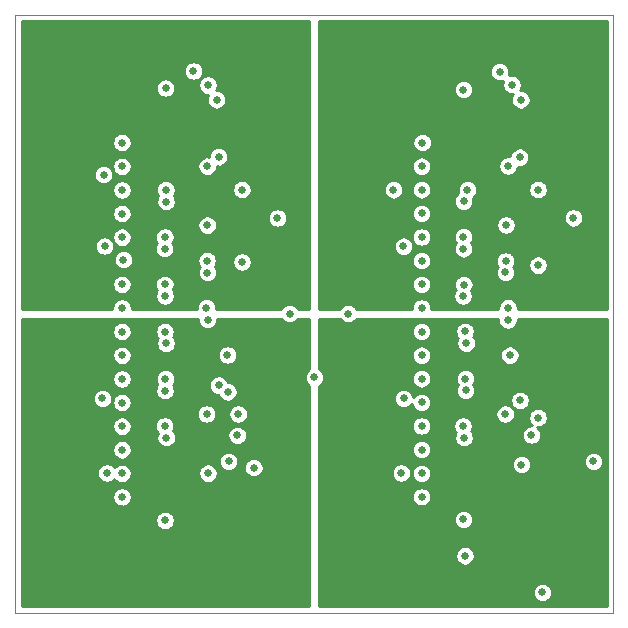
<source format=gbr>
%TF.GenerationSoftware,KiCad,Pcbnew,5.1.9-73d0e3b20d~88~ubuntu20.04.1*%
%TF.CreationDate,2021-02-23T08:17:13-05:00*%
%TF.ProjectId,SiPM_Board,5369504d-5f42-46f6-9172-642e6b696361,rev?*%
%TF.SameCoordinates,Original*%
%TF.FileFunction,Copper,L3,Inr*%
%TF.FilePolarity,Positive*%
%FSLAX46Y46*%
G04 Gerber Fmt 4.6, Leading zero omitted, Abs format (unit mm)*
G04 Created by KiCad (PCBNEW 5.1.9-73d0e3b20d~88~ubuntu20.04.1) date 2021-02-23 08:17:13*
%MOMM*%
%LPD*%
G01*
G04 APERTURE LIST*
%TA.AperFunction,Profile*%
%ADD10C,0.050000*%
%TD*%
%TA.AperFunction,ViaPad*%
%ADD11C,0.635000*%
%TD*%
%TA.AperFunction,Conductor*%
%ADD12C,0.254000*%
%TD*%
%TA.AperFunction,Conductor*%
%ADD13C,0.100000*%
%TD*%
G04 APERTURE END LIST*
D10*
X124680000Y-125320000D02*
X124680000Y-74680000D01*
X175320000Y-125320000D02*
X124680000Y-125320000D01*
X175320000Y-74680000D02*
X175320000Y-125320000D01*
X124680000Y-74680000D02*
X175320000Y-74680000D01*
D11*
%TO.N,GND*%
X133707308Y-111522692D03*
X133707308Y-103522692D03*
X133707308Y-101522692D03*
X133707308Y-87522692D03*
X133707308Y-115522692D03*
X133707308Y-113522692D03*
X133707308Y-107522692D03*
X133707308Y-105522692D03*
X133707308Y-109522692D03*
X133827308Y-95432692D03*
X133707308Y-85522692D03*
X133707308Y-93522692D03*
X133707308Y-91522692D03*
X133707308Y-89522692D03*
X133707308Y-99522692D03*
X133707308Y-97522692D03*
X159077308Y-111512692D03*
X159077308Y-103512692D03*
X159077308Y-101512692D03*
X159077308Y-87512692D03*
X159077308Y-115512692D03*
X159077308Y-113512692D03*
X159077308Y-107512692D03*
X159077308Y-105512692D03*
X159077308Y-109512692D03*
X159077308Y-95512692D03*
X159077308Y-93512692D03*
X159077308Y-91512692D03*
X159077308Y-89512692D03*
X159077308Y-99512692D03*
X159077308Y-97512692D03*
X143870000Y-89500000D03*
X168940000Y-89490000D03*
X167540000Y-112770000D03*
X132427500Y-113492500D03*
X156700000Y-89510000D03*
X157362500Y-113492500D03*
X132167500Y-88232500D03*
X152860000Y-100000000D03*
X144880000Y-113040000D03*
X132057500Y-107172500D03*
X142670000Y-106620000D03*
X157562500Y-107172500D03*
X132240000Y-94280000D03*
X143870000Y-95620000D03*
X157540000Y-94290000D03*
X168940000Y-95900000D03*
X168940000Y-108800000D03*
X147910000Y-100000000D03*
X159127308Y-85512692D03*
X150000000Y-105400000D03*
%TO.N,/BIAS1*%
X133762700Y-83502700D03*
X142170000Y-95100000D03*
X127570000Y-79500000D03*
X126400000Y-84610000D03*
X132600000Y-90800000D03*
X126400000Y-96980000D03*
X131640000Y-98100000D03*
X144992500Y-86507500D03*
X138800000Y-80870000D03*
X132600000Y-80550000D03*
X129852500Y-92827500D03*
X145142500Y-92827500D03*
X127420000Y-91900000D03*
X129970000Y-86520000D03*
X131855000Y-84955000D03*
X139990000Y-76400000D03*
X146090000Y-76400000D03*
X145000000Y-83680000D03*
X146080000Y-95000000D03*
X146120000Y-88800000D03*
X141210000Y-89220000D03*
%TO.N,/BIAS2*%
X133757366Y-116502634D03*
X131470000Y-123600000D03*
X140110000Y-120500000D03*
X138800000Y-117340000D03*
X126400000Y-112350000D03*
X129382500Y-111767500D03*
X132600000Y-109880000D03*
X141060000Y-106710000D03*
X141020000Y-101900000D03*
X132600000Y-118350000D03*
X146030000Y-120500000D03*
X146440000Y-114300000D03*
X144877500Y-111767500D03*
X130042500Y-105447500D03*
X145670000Y-105450000D03*
X145930000Y-109030000D03*
X127460000Y-117400000D03*
X126400000Y-122580000D03*
X126400000Y-103930000D03*
X132600000Y-103870000D03*
X146070000Y-101900000D03*
%TO.N,Net-(J1-Pad63)*%
X137360000Y-117500000D03*
%TO.N,Net-(J1-Pad61)*%
X140990000Y-113510000D03*
%TO.N,Net-(J1-Pad59)*%
X142747358Y-112502642D03*
%TO.N,Net-(J1-Pad57)*%
X143467356Y-110300000D03*
%TO.N,Net-(J1-Pad55)*%
X137460000Y-110500000D03*
%TO.N,Net-(J1-Pad53)*%
X137330000Y-109500000D03*
%TO.N,Net-(J1-Pad51)*%
X140880000Y-108500000D03*
%TO.N,Net-(J1-Pad49)*%
X143550000Y-108490000D03*
%TO.N,Net-(J1-Pad47)*%
X137360000Y-106510000D03*
%TO.N,Net-(J1-Pad45)*%
X137390000Y-105520000D03*
%TO.N,Net-(J1-Pad43)*%
X141900000Y-106050000D03*
%TO.N,Net-(J1-Pad41)*%
X142640000Y-103500000D03*
%TO.N,Net-(J1-Pad39)*%
X137440000Y-102520000D03*
%TO.N,Net-(J1-Pad37)*%
X137350000Y-101510000D03*
%TO.N,Net-(J1-Pad35)*%
X140970000Y-100500000D03*
%TO.N,Net-(J1-Pad33)*%
X140860000Y-99480000D03*
%TO.N,Net-(J1-Pad31)*%
X137360000Y-98500000D03*
%TO.N,Net-(J1-Pad29)*%
X137340000Y-97510000D03*
%TO.N,Net-(J1-Pad27)*%
X140950000Y-96520000D03*
%TO.N,Net-(J1-Pad25)*%
X140920000Y-95500000D03*
%TO.N,Net-(J1-Pad23)*%
X137320000Y-94500000D03*
%TO.N,Net-(J1-Pad21)*%
X137340000Y-93510000D03*
%TO.N,Net-(J1-Pad19)*%
X140930000Y-92510000D03*
%TO.N,Net-(J1-Pad17)*%
X146870000Y-91900000D03*
%TO.N,Net-(J1-Pad15)*%
X137450000Y-90520000D03*
%TO.N,Net-(J1-Pad13)*%
X137430000Y-89490000D03*
%TO.N,Net-(J1-Pad11)*%
X141900000Y-86720000D03*
%TO.N,Net-(J1-Pad9)*%
X140930000Y-87510000D03*
%TO.N,Net-(J1-Pad7)*%
X137400000Y-80900000D03*
%TO.N,Net-(J1-Pad5)*%
X141730000Y-81890000D03*
%TO.N,Net-(J1-Pad3)*%
X141000000Y-80650000D03*
%TO.N,Net-(J1-Pad1)*%
X139760000Y-79450000D03*
%TO.N,Net-(J2-Pad63)*%
X162630000Y-117420000D03*
%TO.N,Net-(J2-Pad61)*%
X162750000Y-120500000D03*
%TO.N,Net-(J2-Pad59)*%
X169300000Y-123600000D03*
%TO.N,Net-(J2-Pad57)*%
X168380000Y-110280000D03*
%TO.N,Net-(J2-Pad55)*%
X162670000Y-110500000D03*
%TO.N,Net-(J2-Pad53)*%
X162580000Y-109500000D03*
%TO.N,Net-(J2-Pad51)*%
X166157350Y-108502650D03*
%TO.N,Net-(J2-Pad49)*%
X173630000Y-112510000D03*
%TO.N,Net-(J2-Pad47)*%
X162807346Y-106502654D03*
%TO.N,Net-(J2-Pad45)*%
X162797344Y-105502656D03*
%TO.N,Net-(J2-Pad43)*%
X167409603Y-107339603D03*
%TO.N,Net-(J2-Pad41)*%
X166550000Y-103520000D03*
%TO.N,Net-(J2-Pad39)*%
X162852662Y-102502662D03*
%TO.N,Net-(J2-Pad37)*%
X162762664Y-101502664D03*
%TO.N,Net-(J2-Pad35)*%
X166380000Y-100530000D03*
%TO.N,Net-(J2-Pad33)*%
X166400000Y-99500000D03*
%TO.N,Net-(J2-Pad31)*%
X162580000Y-98500000D03*
%TO.N,Net-(J2-Pad29)*%
X162660000Y-97530000D03*
%TO.N,Net-(J2-Pad27)*%
X166180000Y-96510000D03*
%TO.N,Net-(J2-Pad25)*%
X166190000Y-95536064D03*
%TO.N,Net-(J2-Pad23)*%
X162630000Y-94510000D03*
%TO.N,Net-(J2-Pad21)*%
X162620000Y-93480000D03*
%TO.N,Net-(J2-Pad19)*%
X166230000Y-92500000D03*
%TO.N,Net-(J2-Pad17)*%
X171930000Y-91890000D03*
%TO.N,Net-(J2-Pad15)*%
X162645789Y-90474211D03*
%TO.N,Net-(J2-Pad13)*%
X162952688Y-89502688D03*
%TO.N,Net-(J2-Pad11)*%
X167390000Y-86750000D03*
%TO.N,Net-(J2-Pad9)*%
X166407308Y-87502692D03*
%TO.N,Net-(J2-Pad7)*%
X162630000Y-81020000D03*
%TO.N,Net-(J2-Pad5)*%
X167480000Y-81890000D03*
%TO.N,Net-(J2-Pad3)*%
X166730000Y-80600000D03*
%TO.N,Net-(J2-Pad1)*%
X165690000Y-79510000D03*
%TO.N,/BIAS3*%
X159078000Y-83502700D03*
X151900000Y-96900000D03*
X156980000Y-98100000D03*
X153020000Y-91900000D03*
X158100000Y-90820000D03*
X151900000Y-84510000D03*
X166500000Y-89350000D03*
X170382500Y-86507500D03*
X154527500Y-86507500D03*
X164300000Y-80940000D03*
X158100000Y-80790000D03*
X155117500Y-92827500D03*
X170012500Y-92827500D03*
X153020000Y-79500000D03*
X165400000Y-76400000D03*
X171650000Y-76400000D03*
X170500000Y-83680000D03*
X171580000Y-88800000D03*
X171530000Y-95000000D03*
X166881243Y-94871243D03*
X157520000Y-84840000D03*
%TO.N,/BIAS4*%
X159078000Y-116502634D03*
X156910000Y-123600000D03*
X151900000Y-122430000D03*
X153190000Y-117400000D03*
X154812500Y-111767500D03*
X151900000Y-109860000D03*
X166280000Y-101900000D03*
X170500000Y-102980000D03*
X166400000Y-106640000D03*
X170500000Y-107070000D03*
X170500000Y-115470000D03*
X170500000Y-119440000D03*
X157800000Y-109910000D03*
X164300000Y-121510000D03*
X158100000Y-118410000D03*
X170130000Y-112300000D03*
X163530000Y-118470000D03*
X153010000Y-105000000D03*
X170187500Y-105447500D03*
X155122500Y-105447500D03*
X158100000Y-103900000D03*
X165140000Y-117610000D03*
%TD*%
D12*
%TO.N,/BIAS3*%
X174787000Y-99563000D02*
X167225500Y-99563000D01*
X167225500Y-99418695D01*
X167193776Y-99259211D01*
X167131548Y-99108979D01*
X167041208Y-98973775D01*
X166926225Y-98858792D01*
X166791021Y-98768452D01*
X166640789Y-98706224D01*
X166481305Y-98674500D01*
X166318695Y-98674500D01*
X166159211Y-98706224D01*
X166008979Y-98768452D01*
X165873775Y-98858792D01*
X165758792Y-98973775D01*
X165668452Y-99108979D01*
X165606224Y-99259211D01*
X165574500Y-99418695D01*
X165574500Y-99563000D01*
X159902808Y-99563000D01*
X159902808Y-99431387D01*
X159871084Y-99271903D01*
X159808856Y-99121671D01*
X159718516Y-98986467D01*
X159603533Y-98871484D01*
X159468329Y-98781144D01*
X159318097Y-98718916D01*
X159158613Y-98687192D01*
X158996003Y-98687192D01*
X158836519Y-98718916D01*
X158686287Y-98781144D01*
X158551083Y-98871484D01*
X158436100Y-98986467D01*
X158345760Y-99121671D01*
X158283532Y-99271903D01*
X158251808Y-99431387D01*
X158251808Y-99563000D01*
X153560826Y-99563000D01*
X153501208Y-99473775D01*
X153386225Y-99358792D01*
X153251021Y-99268452D01*
X153100789Y-99206224D01*
X152941305Y-99174500D01*
X152778695Y-99174500D01*
X152619211Y-99206224D01*
X152468979Y-99268452D01*
X152333775Y-99358792D01*
X152218792Y-99473775D01*
X152159174Y-99563000D01*
X150437000Y-99563000D01*
X150437000Y-98418695D01*
X161754500Y-98418695D01*
X161754500Y-98581305D01*
X161786224Y-98740789D01*
X161848452Y-98891021D01*
X161938792Y-99026225D01*
X162053775Y-99141208D01*
X162188979Y-99231548D01*
X162339211Y-99293776D01*
X162498695Y-99325500D01*
X162661305Y-99325500D01*
X162820789Y-99293776D01*
X162971021Y-99231548D01*
X163106225Y-99141208D01*
X163221208Y-99026225D01*
X163311548Y-98891021D01*
X163373776Y-98740789D01*
X163405500Y-98581305D01*
X163405500Y-98418695D01*
X163373776Y-98259211D01*
X163311548Y-98108979D01*
X163286276Y-98071157D01*
X163301208Y-98056225D01*
X163391548Y-97921021D01*
X163453776Y-97770789D01*
X163485500Y-97611305D01*
X163485500Y-97448695D01*
X163453776Y-97289211D01*
X163391548Y-97138979D01*
X163301208Y-97003775D01*
X163186225Y-96888792D01*
X163051021Y-96798452D01*
X162900789Y-96736224D01*
X162741305Y-96704500D01*
X162578695Y-96704500D01*
X162419211Y-96736224D01*
X162268979Y-96798452D01*
X162133775Y-96888792D01*
X162018792Y-97003775D01*
X161928452Y-97138979D01*
X161866224Y-97289211D01*
X161834500Y-97448695D01*
X161834500Y-97611305D01*
X161866224Y-97770789D01*
X161928452Y-97921021D01*
X161953724Y-97958843D01*
X161938792Y-97973775D01*
X161848452Y-98108979D01*
X161786224Y-98259211D01*
X161754500Y-98418695D01*
X150437000Y-98418695D01*
X150437000Y-97431387D01*
X158251808Y-97431387D01*
X158251808Y-97593997D01*
X158283532Y-97753481D01*
X158345760Y-97903713D01*
X158436100Y-98038917D01*
X158551083Y-98153900D01*
X158686287Y-98244240D01*
X158836519Y-98306468D01*
X158996003Y-98338192D01*
X159158613Y-98338192D01*
X159318097Y-98306468D01*
X159468329Y-98244240D01*
X159603533Y-98153900D01*
X159718516Y-98038917D01*
X159808856Y-97903713D01*
X159871084Y-97753481D01*
X159902808Y-97593997D01*
X159902808Y-97431387D01*
X159871084Y-97271903D01*
X159808856Y-97121671D01*
X159718516Y-96986467D01*
X159603533Y-96871484D01*
X159468329Y-96781144D01*
X159318097Y-96718916D01*
X159158613Y-96687192D01*
X158996003Y-96687192D01*
X158836519Y-96718916D01*
X158686287Y-96781144D01*
X158551083Y-96871484D01*
X158436100Y-96986467D01*
X158345760Y-97121671D01*
X158283532Y-97271903D01*
X158251808Y-97431387D01*
X150437000Y-97431387D01*
X150437000Y-96428695D01*
X165354500Y-96428695D01*
X165354500Y-96591305D01*
X165386224Y-96750789D01*
X165448452Y-96901021D01*
X165538792Y-97036225D01*
X165653775Y-97151208D01*
X165788979Y-97241548D01*
X165939211Y-97303776D01*
X166098695Y-97335500D01*
X166261305Y-97335500D01*
X166420789Y-97303776D01*
X166571021Y-97241548D01*
X166706225Y-97151208D01*
X166821208Y-97036225D01*
X166911548Y-96901021D01*
X166973776Y-96750789D01*
X167005500Y-96591305D01*
X167005500Y-96428695D01*
X166973776Y-96269211D01*
X166911548Y-96118979D01*
X166852439Y-96030515D01*
X166921548Y-95927085D01*
X166966444Y-95818695D01*
X168114500Y-95818695D01*
X168114500Y-95981305D01*
X168146224Y-96140789D01*
X168208452Y-96291021D01*
X168298792Y-96426225D01*
X168413775Y-96541208D01*
X168548979Y-96631548D01*
X168699211Y-96693776D01*
X168858695Y-96725500D01*
X169021305Y-96725500D01*
X169180789Y-96693776D01*
X169331021Y-96631548D01*
X169466225Y-96541208D01*
X169581208Y-96426225D01*
X169671548Y-96291021D01*
X169733776Y-96140789D01*
X169765500Y-95981305D01*
X169765500Y-95818695D01*
X169733776Y-95659211D01*
X169671548Y-95508979D01*
X169581208Y-95373775D01*
X169466225Y-95258792D01*
X169331021Y-95168452D01*
X169180789Y-95106224D01*
X169021305Y-95074500D01*
X168858695Y-95074500D01*
X168699211Y-95106224D01*
X168548979Y-95168452D01*
X168413775Y-95258792D01*
X168298792Y-95373775D01*
X168208452Y-95508979D01*
X168146224Y-95659211D01*
X168114500Y-95818695D01*
X166966444Y-95818695D01*
X166983776Y-95776853D01*
X167015500Y-95617369D01*
X167015500Y-95454759D01*
X166983776Y-95295275D01*
X166921548Y-95145043D01*
X166831208Y-95009839D01*
X166716225Y-94894856D01*
X166581021Y-94804516D01*
X166430789Y-94742288D01*
X166271305Y-94710564D01*
X166108695Y-94710564D01*
X165949211Y-94742288D01*
X165798979Y-94804516D01*
X165663775Y-94894856D01*
X165548792Y-95009839D01*
X165458452Y-95145043D01*
X165396224Y-95295275D01*
X165364500Y-95454759D01*
X165364500Y-95617369D01*
X165396224Y-95776853D01*
X165458452Y-95927085D01*
X165517561Y-96015549D01*
X165448452Y-96118979D01*
X165386224Y-96269211D01*
X165354500Y-96428695D01*
X150437000Y-96428695D01*
X150437000Y-95431387D01*
X158251808Y-95431387D01*
X158251808Y-95593997D01*
X158283532Y-95753481D01*
X158345760Y-95903713D01*
X158436100Y-96038917D01*
X158551083Y-96153900D01*
X158686287Y-96244240D01*
X158836519Y-96306468D01*
X158996003Y-96338192D01*
X159158613Y-96338192D01*
X159318097Y-96306468D01*
X159468329Y-96244240D01*
X159603533Y-96153900D01*
X159718516Y-96038917D01*
X159808856Y-95903713D01*
X159871084Y-95753481D01*
X159902808Y-95593997D01*
X159902808Y-95431387D01*
X159871084Y-95271903D01*
X159808856Y-95121671D01*
X159718516Y-94986467D01*
X159603533Y-94871484D01*
X159468329Y-94781144D01*
X159318097Y-94718916D01*
X159158613Y-94687192D01*
X158996003Y-94687192D01*
X158836519Y-94718916D01*
X158686287Y-94781144D01*
X158551083Y-94871484D01*
X158436100Y-94986467D01*
X158345760Y-95121671D01*
X158283532Y-95271903D01*
X158251808Y-95431387D01*
X150437000Y-95431387D01*
X150437000Y-94208695D01*
X156714500Y-94208695D01*
X156714500Y-94371305D01*
X156746224Y-94530789D01*
X156808452Y-94681021D01*
X156898792Y-94816225D01*
X157013775Y-94931208D01*
X157148979Y-95021548D01*
X157299211Y-95083776D01*
X157458695Y-95115500D01*
X157621305Y-95115500D01*
X157780789Y-95083776D01*
X157931021Y-95021548D01*
X158066225Y-94931208D01*
X158181208Y-94816225D01*
X158271548Y-94681021D01*
X158333776Y-94530789D01*
X158365500Y-94371305D01*
X158365500Y-94208695D01*
X158333776Y-94049211D01*
X158271548Y-93898979D01*
X158181208Y-93763775D01*
X158066225Y-93648792D01*
X157931021Y-93558452D01*
X157780789Y-93496224D01*
X157621305Y-93464500D01*
X157458695Y-93464500D01*
X157299211Y-93496224D01*
X157148979Y-93558452D01*
X157013775Y-93648792D01*
X156898792Y-93763775D01*
X156808452Y-93898979D01*
X156746224Y-94049211D01*
X156714500Y-94208695D01*
X150437000Y-94208695D01*
X150437000Y-93431387D01*
X158251808Y-93431387D01*
X158251808Y-93593997D01*
X158283532Y-93753481D01*
X158345760Y-93903713D01*
X158436100Y-94038917D01*
X158551083Y-94153900D01*
X158686287Y-94244240D01*
X158836519Y-94306468D01*
X158996003Y-94338192D01*
X159158613Y-94338192D01*
X159318097Y-94306468D01*
X159468329Y-94244240D01*
X159603533Y-94153900D01*
X159718516Y-94038917D01*
X159808856Y-93903713D01*
X159871084Y-93753481D01*
X159902808Y-93593997D01*
X159902808Y-93431387D01*
X159896306Y-93398695D01*
X161794500Y-93398695D01*
X161794500Y-93561305D01*
X161826224Y-93720789D01*
X161888452Y-93871021D01*
X161976292Y-94002483D01*
X161898452Y-94118979D01*
X161836224Y-94269211D01*
X161804500Y-94428695D01*
X161804500Y-94591305D01*
X161836224Y-94750789D01*
X161898452Y-94901021D01*
X161988792Y-95036225D01*
X162103775Y-95151208D01*
X162238979Y-95241548D01*
X162389211Y-95303776D01*
X162548695Y-95335500D01*
X162711305Y-95335500D01*
X162870789Y-95303776D01*
X163021021Y-95241548D01*
X163156225Y-95151208D01*
X163271208Y-95036225D01*
X163361548Y-94901021D01*
X163423776Y-94750789D01*
X163455500Y-94591305D01*
X163455500Y-94428695D01*
X163423776Y-94269211D01*
X163361548Y-94118979D01*
X163273708Y-93987517D01*
X163351548Y-93871021D01*
X163413776Y-93720789D01*
X163445500Y-93561305D01*
X163445500Y-93398695D01*
X163413776Y-93239211D01*
X163351548Y-93088979D01*
X163261208Y-92953775D01*
X163146225Y-92838792D01*
X163011021Y-92748452D01*
X162860789Y-92686224D01*
X162701305Y-92654500D01*
X162538695Y-92654500D01*
X162379211Y-92686224D01*
X162228979Y-92748452D01*
X162093775Y-92838792D01*
X161978792Y-92953775D01*
X161888452Y-93088979D01*
X161826224Y-93239211D01*
X161794500Y-93398695D01*
X159896306Y-93398695D01*
X159871084Y-93271903D01*
X159808856Y-93121671D01*
X159718516Y-92986467D01*
X159603533Y-92871484D01*
X159468329Y-92781144D01*
X159318097Y-92718916D01*
X159158613Y-92687192D01*
X158996003Y-92687192D01*
X158836519Y-92718916D01*
X158686287Y-92781144D01*
X158551083Y-92871484D01*
X158436100Y-92986467D01*
X158345760Y-93121671D01*
X158283532Y-93271903D01*
X158251808Y-93431387D01*
X150437000Y-93431387D01*
X150437000Y-92418695D01*
X165404500Y-92418695D01*
X165404500Y-92581305D01*
X165436224Y-92740789D01*
X165498452Y-92891021D01*
X165588792Y-93026225D01*
X165703775Y-93141208D01*
X165838979Y-93231548D01*
X165989211Y-93293776D01*
X166148695Y-93325500D01*
X166311305Y-93325500D01*
X166470789Y-93293776D01*
X166621021Y-93231548D01*
X166756225Y-93141208D01*
X166871208Y-93026225D01*
X166961548Y-92891021D01*
X167023776Y-92740789D01*
X167055500Y-92581305D01*
X167055500Y-92418695D01*
X167023776Y-92259211D01*
X166961548Y-92108979D01*
X166871208Y-91973775D01*
X166756225Y-91858792D01*
X166681250Y-91808695D01*
X171104500Y-91808695D01*
X171104500Y-91971305D01*
X171136224Y-92130789D01*
X171198452Y-92281021D01*
X171288792Y-92416225D01*
X171403775Y-92531208D01*
X171538979Y-92621548D01*
X171689211Y-92683776D01*
X171848695Y-92715500D01*
X172011305Y-92715500D01*
X172170789Y-92683776D01*
X172321021Y-92621548D01*
X172456225Y-92531208D01*
X172571208Y-92416225D01*
X172661548Y-92281021D01*
X172723776Y-92130789D01*
X172755500Y-91971305D01*
X172755500Y-91808695D01*
X172723776Y-91649211D01*
X172661548Y-91498979D01*
X172571208Y-91363775D01*
X172456225Y-91248792D01*
X172321021Y-91158452D01*
X172170789Y-91096224D01*
X172011305Y-91064500D01*
X171848695Y-91064500D01*
X171689211Y-91096224D01*
X171538979Y-91158452D01*
X171403775Y-91248792D01*
X171288792Y-91363775D01*
X171198452Y-91498979D01*
X171136224Y-91649211D01*
X171104500Y-91808695D01*
X166681250Y-91808695D01*
X166621021Y-91768452D01*
X166470789Y-91706224D01*
X166311305Y-91674500D01*
X166148695Y-91674500D01*
X165989211Y-91706224D01*
X165838979Y-91768452D01*
X165703775Y-91858792D01*
X165588792Y-91973775D01*
X165498452Y-92108979D01*
X165436224Y-92259211D01*
X165404500Y-92418695D01*
X150437000Y-92418695D01*
X150437000Y-91431387D01*
X158251808Y-91431387D01*
X158251808Y-91593997D01*
X158283532Y-91753481D01*
X158345760Y-91903713D01*
X158436100Y-92038917D01*
X158551083Y-92153900D01*
X158686287Y-92244240D01*
X158836519Y-92306468D01*
X158996003Y-92338192D01*
X159158613Y-92338192D01*
X159318097Y-92306468D01*
X159468329Y-92244240D01*
X159603533Y-92153900D01*
X159718516Y-92038917D01*
X159808856Y-91903713D01*
X159871084Y-91753481D01*
X159902808Y-91593997D01*
X159902808Y-91431387D01*
X159871084Y-91271903D01*
X159808856Y-91121671D01*
X159718516Y-90986467D01*
X159603533Y-90871484D01*
X159468329Y-90781144D01*
X159318097Y-90718916D01*
X159158613Y-90687192D01*
X158996003Y-90687192D01*
X158836519Y-90718916D01*
X158686287Y-90781144D01*
X158551083Y-90871484D01*
X158436100Y-90986467D01*
X158345760Y-91121671D01*
X158283532Y-91271903D01*
X158251808Y-91431387D01*
X150437000Y-91431387D01*
X150437000Y-90392906D01*
X161820289Y-90392906D01*
X161820289Y-90555516D01*
X161852013Y-90715000D01*
X161914241Y-90865232D01*
X162004581Y-91000436D01*
X162119564Y-91115419D01*
X162254768Y-91205759D01*
X162405000Y-91267987D01*
X162564484Y-91299711D01*
X162727094Y-91299711D01*
X162886578Y-91267987D01*
X163036810Y-91205759D01*
X163172014Y-91115419D01*
X163286997Y-91000436D01*
X163377337Y-90865232D01*
X163439565Y-90715000D01*
X163471289Y-90555516D01*
X163471289Y-90392906D01*
X163439565Y-90233422D01*
X163419050Y-90183895D01*
X163478913Y-90143896D01*
X163593896Y-90028913D01*
X163684236Y-89893709D01*
X163746464Y-89743477D01*
X163778188Y-89583993D01*
X163778188Y-89421383D01*
X163775665Y-89408695D01*
X168114500Y-89408695D01*
X168114500Y-89571305D01*
X168146224Y-89730789D01*
X168208452Y-89881021D01*
X168298792Y-90016225D01*
X168413775Y-90131208D01*
X168548979Y-90221548D01*
X168699211Y-90283776D01*
X168858695Y-90315500D01*
X169021305Y-90315500D01*
X169180789Y-90283776D01*
X169331021Y-90221548D01*
X169466225Y-90131208D01*
X169581208Y-90016225D01*
X169671548Y-89881021D01*
X169733776Y-89730789D01*
X169765500Y-89571305D01*
X169765500Y-89408695D01*
X169733776Y-89249211D01*
X169671548Y-89098979D01*
X169581208Y-88963775D01*
X169466225Y-88848792D01*
X169331021Y-88758452D01*
X169180789Y-88696224D01*
X169021305Y-88664500D01*
X168858695Y-88664500D01*
X168699211Y-88696224D01*
X168548979Y-88758452D01*
X168413775Y-88848792D01*
X168298792Y-88963775D01*
X168208452Y-89098979D01*
X168146224Y-89249211D01*
X168114500Y-89408695D01*
X163775665Y-89408695D01*
X163746464Y-89261899D01*
X163684236Y-89111667D01*
X163593896Y-88976463D01*
X163478913Y-88861480D01*
X163343709Y-88771140D01*
X163193477Y-88708912D01*
X163033993Y-88677188D01*
X162871383Y-88677188D01*
X162711899Y-88708912D01*
X162561667Y-88771140D01*
X162426463Y-88861480D01*
X162311480Y-88976463D01*
X162221140Y-89111667D01*
X162158912Y-89261899D01*
X162127188Y-89421383D01*
X162127188Y-89583993D01*
X162158912Y-89743477D01*
X162179427Y-89793004D01*
X162119564Y-89833003D01*
X162004581Y-89947986D01*
X161914241Y-90083190D01*
X161852013Y-90233422D01*
X161820289Y-90392906D01*
X150437000Y-90392906D01*
X150437000Y-89428695D01*
X155874500Y-89428695D01*
X155874500Y-89591305D01*
X155906224Y-89750789D01*
X155968452Y-89901021D01*
X156058792Y-90036225D01*
X156173775Y-90151208D01*
X156308979Y-90241548D01*
X156459211Y-90303776D01*
X156618695Y-90335500D01*
X156781305Y-90335500D01*
X156940789Y-90303776D01*
X157091021Y-90241548D01*
X157226225Y-90151208D01*
X157341208Y-90036225D01*
X157431548Y-89901021D01*
X157493776Y-89750789D01*
X157525500Y-89591305D01*
X157525500Y-89431387D01*
X158251808Y-89431387D01*
X158251808Y-89593997D01*
X158283532Y-89753481D01*
X158345760Y-89903713D01*
X158436100Y-90038917D01*
X158551083Y-90153900D01*
X158686287Y-90244240D01*
X158836519Y-90306468D01*
X158996003Y-90338192D01*
X159158613Y-90338192D01*
X159318097Y-90306468D01*
X159468329Y-90244240D01*
X159603533Y-90153900D01*
X159718516Y-90038917D01*
X159808856Y-89903713D01*
X159871084Y-89753481D01*
X159902808Y-89593997D01*
X159902808Y-89431387D01*
X159871084Y-89271903D01*
X159808856Y-89121671D01*
X159718516Y-88986467D01*
X159603533Y-88871484D01*
X159468329Y-88781144D01*
X159318097Y-88718916D01*
X159158613Y-88687192D01*
X158996003Y-88687192D01*
X158836519Y-88718916D01*
X158686287Y-88781144D01*
X158551083Y-88871484D01*
X158436100Y-88986467D01*
X158345760Y-89121671D01*
X158283532Y-89271903D01*
X158251808Y-89431387D01*
X157525500Y-89431387D01*
X157525500Y-89428695D01*
X157493776Y-89269211D01*
X157431548Y-89118979D01*
X157341208Y-88983775D01*
X157226225Y-88868792D01*
X157091021Y-88778452D01*
X156940789Y-88716224D01*
X156781305Y-88684500D01*
X156618695Y-88684500D01*
X156459211Y-88716224D01*
X156308979Y-88778452D01*
X156173775Y-88868792D01*
X156058792Y-88983775D01*
X155968452Y-89118979D01*
X155906224Y-89269211D01*
X155874500Y-89428695D01*
X150437000Y-89428695D01*
X150437000Y-87431387D01*
X158251808Y-87431387D01*
X158251808Y-87593997D01*
X158283532Y-87753481D01*
X158345760Y-87903713D01*
X158436100Y-88038917D01*
X158551083Y-88153900D01*
X158686287Y-88244240D01*
X158836519Y-88306468D01*
X158996003Y-88338192D01*
X159158613Y-88338192D01*
X159318097Y-88306468D01*
X159468329Y-88244240D01*
X159603533Y-88153900D01*
X159718516Y-88038917D01*
X159808856Y-87903713D01*
X159871084Y-87753481D01*
X159902808Y-87593997D01*
X159902808Y-87431387D01*
X159900819Y-87421387D01*
X165581808Y-87421387D01*
X165581808Y-87583997D01*
X165613532Y-87743481D01*
X165675760Y-87893713D01*
X165766100Y-88028917D01*
X165881083Y-88143900D01*
X166016287Y-88234240D01*
X166166519Y-88296468D01*
X166326003Y-88328192D01*
X166488613Y-88328192D01*
X166648097Y-88296468D01*
X166798329Y-88234240D01*
X166933533Y-88143900D01*
X167048516Y-88028917D01*
X167138856Y-87893713D01*
X167201084Y-87743481D01*
X167232808Y-87583997D01*
X167232808Y-87560405D01*
X167308695Y-87575500D01*
X167471305Y-87575500D01*
X167630789Y-87543776D01*
X167781021Y-87481548D01*
X167916225Y-87391208D01*
X168031208Y-87276225D01*
X168121548Y-87141021D01*
X168183776Y-86990789D01*
X168215500Y-86831305D01*
X168215500Y-86668695D01*
X168183776Y-86509211D01*
X168121548Y-86358979D01*
X168031208Y-86223775D01*
X167916225Y-86108792D01*
X167781021Y-86018452D01*
X167630789Y-85956224D01*
X167471305Y-85924500D01*
X167308695Y-85924500D01*
X167149211Y-85956224D01*
X166998979Y-86018452D01*
X166863775Y-86108792D01*
X166748792Y-86223775D01*
X166658452Y-86358979D01*
X166596224Y-86509211D01*
X166564500Y-86668695D01*
X166564500Y-86692287D01*
X166488613Y-86677192D01*
X166326003Y-86677192D01*
X166166519Y-86708916D01*
X166016287Y-86771144D01*
X165881083Y-86861484D01*
X165766100Y-86976467D01*
X165675760Y-87111671D01*
X165613532Y-87261903D01*
X165581808Y-87421387D01*
X159900819Y-87421387D01*
X159871084Y-87271903D01*
X159808856Y-87121671D01*
X159718516Y-86986467D01*
X159603533Y-86871484D01*
X159468329Y-86781144D01*
X159318097Y-86718916D01*
X159158613Y-86687192D01*
X158996003Y-86687192D01*
X158836519Y-86718916D01*
X158686287Y-86781144D01*
X158551083Y-86871484D01*
X158436100Y-86986467D01*
X158345760Y-87121671D01*
X158283532Y-87271903D01*
X158251808Y-87431387D01*
X150437000Y-87431387D01*
X150437000Y-85431387D01*
X158301808Y-85431387D01*
X158301808Y-85593997D01*
X158333532Y-85753481D01*
X158395760Y-85903713D01*
X158486100Y-86038917D01*
X158601083Y-86153900D01*
X158736287Y-86244240D01*
X158886519Y-86306468D01*
X159046003Y-86338192D01*
X159208613Y-86338192D01*
X159368097Y-86306468D01*
X159518329Y-86244240D01*
X159653533Y-86153900D01*
X159768516Y-86038917D01*
X159858856Y-85903713D01*
X159921084Y-85753481D01*
X159952808Y-85593997D01*
X159952808Y-85431387D01*
X159921084Y-85271903D01*
X159858856Y-85121671D01*
X159768516Y-84986467D01*
X159653533Y-84871484D01*
X159518329Y-84781144D01*
X159368097Y-84718916D01*
X159208613Y-84687192D01*
X159046003Y-84687192D01*
X158886519Y-84718916D01*
X158736287Y-84781144D01*
X158601083Y-84871484D01*
X158486100Y-84986467D01*
X158395760Y-85121671D01*
X158333532Y-85271903D01*
X158301808Y-85431387D01*
X150437000Y-85431387D01*
X150437000Y-80938695D01*
X161804500Y-80938695D01*
X161804500Y-81101305D01*
X161836224Y-81260789D01*
X161898452Y-81411021D01*
X161988792Y-81546225D01*
X162103775Y-81661208D01*
X162238979Y-81751548D01*
X162389211Y-81813776D01*
X162548695Y-81845500D01*
X162711305Y-81845500D01*
X162870789Y-81813776D01*
X163021021Y-81751548D01*
X163156225Y-81661208D01*
X163271208Y-81546225D01*
X163361548Y-81411021D01*
X163423776Y-81260789D01*
X163455500Y-81101305D01*
X163455500Y-80938695D01*
X163423776Y-80779211D01*
X163361548Y-80628979D01*
X163271208Y-80493775D01*
X163156225Y-80378792D01*
X163021021Y-80288452D01*
X162870789Y-80226224D01*
X162711305Y-80194500D01*
X162548695Y-80194500D01*
X162389211Y-80226224D01*
X162238979Y-80288452D01*
X162103775Y-80378792D01*
X161988792Y-80493775D01*
X161898452Y-80628979D01*
X161836224Y-80779211D01*
X161804500Y-80938695D01*
X150437000Y-80938695D01*
X150437000Y-79428695D01*
X164864500Y-79428695D01*
X164864500Y-79591305D01*
X164896224Y-79750789D01*
X164958452Y-79901021D01*
X165048792Y-80036225D01*
X165163775Y-80151208D01*
X165298979Y-80241548D01*
X165449211Y-80303776D01*
X165608695Y-80335500D01*
X165771305Y-80335500D01*
X165930789Y-80303776D01*
X165965067Y-80289578D01*
X165936224Y-80359211D01*
X165904500Y-80518695D01*
X165904500Y-80681305D01*
X165936224Y-80840789D01*
X165998452Y-80991021D01*
X166088792Y-81126225D01*
X166203775Y-81241208D01*
X166338979Y-81331548D01*
X166489211Y-81393776D01*
X166648695Y-81425500D01*
X166797549Y-81425500D01*
X166748452Y-81498979D01*
X166686224Y-81649211D01*
X166654500Y-81808695D01*
X166654500Y-81971305D01*
X166686224Y-82130789D01*
X166748452Y-82281021D01*
X166838792Y-82416225D01*
X166953775Y-82531208D01*
X167088979Y-82621548D01*
X167239211Y-82683776D01*
X167398695Y-82715500D01*
X167561305Y-82715500D01*
X167720789Y-82683776D01*
X167871021Y-82621548D01*
X168006225Y-82531208D01*
X168121208Y-82416225D01*
X168211548Y-82281021D01*
X168273776Y-82130789D01*
X168305500Y-81971305D01*
X168305500Y-81808695D01*
X168273776Y-81649211D01*
X168211548Y-81498979D01*
X168121208Y-81363775D01*
X168006225Y-81248792D01*
X167871021Y-81158452D01*
X167720789Y-81096224D01*
X167561305Y-81064500D01*
X167412451Y-81064500D01*
X167461548Y-80991021D01*
X167523776Y-80840789D01*
X167555500Y-80681305D01*
X167555500Y-80518695D01*
X167523776Y-80359211D01*
X167461548Y-80208979D01*
X167371208Y-80073775D01*
X167256225Y-79958792D01*
X167121021Y-79868452D01*
X166970789Y-79806224D01*
X166811305Y-79774500D01*
X166648695Y-79774500D01*
X166489211Y-79806224D01*
X166454933Y-79820422D01*
X166483776Y-79750789D01*
X166515500Y-79591305D01*
X166515500Y-79428695D01*
X166483776Y-79269211D01*
X166421548Y-79118979D01*
X166331208Y-78983775D01*
X166216225Y-78868792D01*
X166081021Y-78778452D01*
X165930789Y-78716224D01*
X165771305Y-78684500D01*
X165608695Y-78684500D01*
X165449211Y-78716224D01*
X165298979Y-78778452D01*
X165163775Y-78868792D01*
X165048792Y-78983775D01*
X164958452Y-79118979D01*
X164896224Y-79269211D01*
X164864500Y-79428695D01*
X150437000Y-79428695D01*
X150437000Y-75213000D01*
X174787000Y-75213000D01*
X174787000Y-99563000D01*
%TA.AperFunction,Conductor*%
D13*
G36*
X174787000Y-99563000D02*
G01*
X167225500Y-99563000D01*
X167225500Y-99418695D01*
X167193776Y-99259211D01*
X167131548Y-99108979D01*
X167041208Y-98973775D01*
X166926225Y-98858792D01*
X166791021Y-98768452D01*
X166640789Y-98706224D01*
X166481305Y-98674500D01*
X166318695Y-98674500D01*
X166159211Y-98706224D01*
X166008979Y-98768452D01*
X165873775Y-98858792D01*
X165758792Y-98973775D01*
X165668452Y-99108979D01*
X165606224Y-99259211D01*
X165574500Y-99418695D01*
X165574500Y-99563000D01*
X159902808Y-99563000D01*
X159902808Y-99431387D01*
X159871084Y-99271903D01*
X159808856Y-99121671D01*
X159718516Y-98986467D01*
X159603533Y-98871484D01*
X159468329Y-98781144D01*
X159318097Y-98718916D01*
X159158613Y-98687192D01*
X158996003Y-98687192D01*
X158836519Y-98718916D01*
X158686287Y-98781144D01*
X158551083Y-98871484D01*
X158436100Y-98986467D01*
X158345760Y-99121671D01*
X158283532Y-99271903D01*
X158251808Y-99431387D01*
X158251808Y-99563000D01*
X153560826Y-99563000D01*
X153501208Y-99473775D01*
X153386225Y-99358792D01*
X153251021Y-99268452D01*
X153100789Y-99206224D01*
X152941305Y-99174500D01*
X152778695Y-99174500D01*
X152619211Y-99206224D01*
X152468979Y-99268452D01*
X152333775Y-99358792D01*
X152218792Y-99473775D01*
X152159174Y-99563000D01*
X150437000Y-99563000D01*
X150437000Y-98418695D01*
X161754500Y-98418695D01*
X161754500Y-98581305D01*
X161786224Y-98740789D01*
X161848452Y-98891021D01*
X161938792Y-99026225D01*
X162053775Y-99141208D01*
X162188979Y-99231548D01*
X162339211Y-99293776D01*
X162498695Y-99325500D01*
X162661305Y-99325500D01*
X162820789Y-99293776D01*
X162971021Y-99231548D01*
X163106225Y-99141208D01*
X163221208Y-99026225D01*
X163311548Y-98891021D01*
X163373776Y-98740789D01*
X163405500Y-98581305D01*
X163405500Y-98418695D01*
X163373776Y-98259211D01*
X163311548Y-98108979D01*
X163286276Y-98071157D01*
X163301208Y-98056225D01*
X163391548Y-97921021D01*
X163453776Y-97770789D01*
X163485500Y-97611305D01*
X163485500Y-97448695D01*
X163453776Y-97289211D01*
X163391548Y-97138979D01*
X163301208Y-97003775D01*
X163186225Y-96888792D01*
X163051021Y-96798452D01*
X162900789Y-96736224D01*
X162741305Y-96704500D01*
X162578695Y-96704500D01*
X162419211Y-96736224D01*
X162268979Y-96798452D01*
X162133775Y-96888792D01*
X162018792Y-97003775D01*
X161928452Y-97138979D01*
X161866224Y-97289211D01*
X161834500Y-97448695D01*
X161834500Y-97611305D01*
X161866224Y-97770789D01*
X161928452Y-97921021D01*
X161953724Y-97958843D01*
X161938792Y-97973775D01*
X161848452Y-98108979D01*
X161786224Y-98259211D01*
X161754500Y-98418695D01*
X150437000Y-98418695D01*
X150437000Y-97431387D01*
X158251808Y-97431387D01*
X158251808Y-97593997D01*
X158283532Y-97753481D01*
X158345760Y-97903713D01*
X158436100Y-98038917D01*
X158551083Y-98153900D01*
X158686287Y-98244240D01*
X158836519Y-98306468D01*
X158996003Y-98338192D01*
X159158613Y-98338192D01*
X159318097Y-98306468D01*
X159468329Y-98244240D01*
X159603533Y-98153900D01*
X159718516Y-98038917D01*
X159808856Y-97903713D01*
X159871084Y-97753481D01*
X159902808Y-97593997D01*
X159902808Y-97431387D01*
X159871084Y-97271903D01*
X159808856Y-97121671D01*
X159718516Y-96986467D01*
X159603533Y-96871484D01*
X159468329Y-96781144D01*
X159318097Y-96718916D01*
X159158613Y-96687192D01*
X158996003Y-96687192D01*
X158836519Y-96718916D01*
X158686287Y-96781144D01*
X158551083Y-96871484D01*
X158436100Y-96986467D01*
X158345760Y-97121671D01*
X158283532Y-97271903D01*
X158251808Y-97431387D01*
X150437000Y-97431387D01*
X150437000Y-96428695D01*
X165354500Y-96428695D01*
X165354500Y-96591305D01*
X165386224Y-96750789D01*
X165448452Y-96901021D01*
X165538792Y-97036225D01*
X165653775Y-97151208D01*
X165788979Y-97241548D01*
X165939211Y-97303776D01*
X166098695Y-97335500D01*
X166261305Y-97335500D01*
X166420789Y-97303776D01*
X166571021Y-97241548D01*
X166706225Y-97151208D01*
X166821208Y-97036225D01*
X166911548Y-96901021D01*
X166973776Y-96750789D01*
X167005500Y-96591305D01*
X167005500Y-96428695D01*
X166973776Y-96269211D01*
X166911548Y-96118979D01*
X166852439Y-96030515D01*
X166921548Y-95927085D01*
X166966444Y-95818695D01*
X168114500Y-95818695D01*
X168114500Y-95981305D01*
X168146224Y-96140789D01*
X168208452Y-96291021D01*
X168298792Y-96426225D01*
X168413775Y-96541208D01*
X168548979Y-96631548D01*
X168699211Y-96693776D01*
X168858695Y-96725500D01*
X169021305Y-96725500D01*
X169180789Y-96693776D01*
X169331021Y-96631548D01*
X169466225Y-96541208D01*
X169581208Y-96426225D01*
X169671548Y-96291021D01*
X169733776Y-96140789D01*
X169765500Y-95981305D01*
X169765500Y-95818695D01*
X169733776Y-95659211D01*
X169671548Y-95508979D01*
X169581208Y-95373775D01*
X169466225Y-95258792D01*
X169331021Y-95168452D01*
X169180789Y-95106224D01*
X169021305Y-95074500D01*
X168858695Y-95074500D01*
X168699211Y-95106224D01*
X168548979Y-95168452D01*
X168413775Y-95258792D01*
X168298792Y-95373775D01*
X168208452Y-95508979D01*
X168146224Y-95659211D01*
X168114500Y-95818695D01*
X166966444Y-95818695D01*
X166983776Y-95776853D01*
X167015500Y-95617369D01*
X167015500Y-95454759D01*
X166983776Y-95295275D01*
X166921548Y-95145043D01*
X166831208Y-95009839D01*
X166716225Y-94894856D01*
X166581021Y-94804516D01*
X166430789Y-94742288D01*
X166271305Y-94710564D01*
X166108695Y-94710564D01*
X165949211Y-94742288D01*
X165798979Y-94804516D01*
X165663775Y-94894856D01*
X165548792Y-95009839D01*
X165458452Y-95145043D01*
X165396224Y-95295275D01*
X165364500Y-95454759D01*
X165364500Y-95617369D01*
X165396224Y-95776853D01*
X165458452Y-95927085D01*
X165517561Y-96015549D01*
X165448452Y-96118979D01*
X165386224Y-96269211D01*
X165354500Y-96428695D01*
X150437000Y-96428695D01*
X150437000Y-95431387D01*
X158251808Y-95431387D01*
X158251808Y-95593997D01*
X158283532Y-95753481D01*
X158345760Y-95903713D01*
X158436100Y-96038917D01*
X158551083Y-96153900D01*
X158686287Y-96244240D01*
X158836519Y-96306468D01*
X158996003Y-96338192D01*
X159158613Y-96338192D01*
X159318097Y-96306468D01*
X159468329Y-96244240D01*
X159603533Y-96153900D01*
X159718516Y-96038917D01*
X159808856Y-95903713D01*
X159871084Y-95753481D01*
X159902808Y-95593997D01*
X159902808Y-95431387D01*
X159871084Y-95271903D01*
X159808856Y-95121671D01*
X159718516Y-94986467D01*
X159603533Y-94871484D01*
X159468329Y-94781144D01*
X159318097Y-94718916D01*
X159158613Y-94687192D01*
X158996003Y-94687192D01*
X158836519Y-94718916D01*
X158686287Y-94781144D01*
X158551083Y-94871484D01*
X158436100Y-94986467D01*
X158345760Y-95121671D01*
X158283532Y-95271903D01*
X158251808Y-95431387D01*
X150437000Y-95431387D01*
X150437000Y-94208695D01*
X156714500Y-94208695D01*
X156714500Y-94371305D01*
X156746224Y-94530789D01*
X156808452Y-94681021D01*
X156898792Y-94816225D01*
X157013775Y-94931208D01*
X157148979Y-95021548D01*
X157299211Y-95083776D01*
X157458695Y-95115500D01*
X157621305Y-95115500D01*
X157780789Y-95083776D01*
X157931021Y-95021548D01*
X158066225Y-94931208D01*
X158181208Y-94816225D01*
X158271548Y-94681021D01*
X158333776Y-94530789D01*
X158365500Y-94371305D01*
X158365500Y-94208695D01*
X158333776Y-94049211D01*
X158271548Y-93898979D01*
X158181208Y-93763775D01*
X158066225Y-93648792D01*
X157931021Y-93558452D01*
X157780789Y-93496224D01*
X157621305Y-93464500D01*
X157458695Y-93464500D01*
X157299211Y-93496224D01*
X157148979Y-93558452D01*
X157013775Y-93648792D01*
X156898792Y-93763775D01*
X156808452Y-93898979D01*
X156746224Y-94049211D01*
X156714500Y-94208695D01*
X150437000Y-94208695D01*
X150437000Y-93431387D01*
X158251808Y-93431387D01*
X158251808Y-93593997D01*
X158283532Y-93753481D01*
X158345760Y-93903713D01*
X158436100Y-94038917D01*
X158551083Y-94153900D01*
X158686287Y-94244240D01*
X158836519Y-94306468D01*
X158996003Y-94338192D01*
X159158613Y-94338192D01*
X159318097Y-94306468D01*
X159468329Y-94244240D01*
X159603533Y-94153900D01*
X159718516Y-94038917D01*
X159808856Y-93903713D01*
X159871084Y-93753481D01*
X159902808Y-93593997D01*
X159902808Y-93431387D01*
X159896306Y-93398695D01*
X161794500Y-93398695D01*
X161794500Y-93561305D01*
X161826224Y-93720789D01*
X161888452Y-93871021D01*
X161976292Y-94002483D01*
X161898452Y-94118979D01*
X161836224Y-94269211D01*
X161804500Y-94428695D01*
X161804500Y-94591305D01*
X161836224Y-94750789D01*
X161898452Y-94901021D01*
X161988792Y-95036225D01*
X162103775Y-95151208D01*
X162238979Y-95241548D01*
X162389211Y-95303776D01*
X162548695Y-95335500D01*
X162711305Y-95335500D01*
X162870789Y-95303776D01*
X163021021Y-95241548D01*
X163156225Y-95151208D01*
X163271208Y-95036225D01*
X163361548Y-94901021D01*
X163423776Y-94750789D01*
X163455500Y-94591305D01*
X163455500Y-94428695D01*
X163423776Y-94269211D01*
X163361548Y-94118979D01*
X163273708Y-93987517D01*
X163351548Y-93871021D01*
X163413776Y-93720789D01*
X163445500Y-93561305D01*
X163445500Y-93398695D01*
X163413776Y-93239211D01*
X163351548Y-93088979D01*
X163261208Y-92953775D01*
X163146225Y-92838792D01*
X163011021Y-92748452D01*
X162860789Y-92686224D01*
X162701305Y-92654500D01*
X162538695Y-92654500D01*
X162379211Y-92686224D01*
X162228979Y-92748452D01*
X162093775Y-92838792D01*
X161978792Y-92953775D01*
X161888452Y-93088979D01*
X161826224Y-93239211D01*
X161794500Y-93398695D01*
X159896306Y-93398695D01*
X159871084Y-93271903D01*
X159808856Y-93121671D01*
X159718516Y-92986467D01*
X159603533Y-92871484D01*
X159468329Y-92781144D01*
X159318097Y-92718916D01*
X159158613Y-92687192D01*
X158996003Y-92687192D01*
X158836519Y-92718916D01*
X158686287Y-92781144D01*
X158551083Y-92871484D01*
X158436100Y-92986467D01*
X158345760Y-93121671D01*
X158283532Y-93271903D01*
X158251808Y-93431387D01*
X150437000Y-93431387D01*
X150437000Y-92418695D01*
X165404500Y-92418695D01*
X165404500Y-92581305D01*
X165436224Y-92740789D01*
X165498452Y-92891021D01*
X165588792Y-93026225D01*
X165703775Y-93141208D01*
X165838979Y-93231548D01*
X165989211Y-93293776D01*
X166148695Y-93325500D01*
X166311305Y-93325500D01*
X166470789Y-93293776D01*
X166621021Y-93231548D01*
X166756225Y-93141208D01*
X166871208Y-93026225D01*
X166961548Y-92891021D01*
X167023776Y-92740789D01*
X167055500Y-92581305D01*
X167055500Y-92418695D01*
X167023776Y-92259211D01*
X166961548Y-92108979D01*
X166871208Y-91973775D01*
X166756225Y-91858792D01*
X166681250Y-91808695D01*
X171104500Y-91808695D01*
X171104500Y-91971305D01*
X171136224Y-92130789D01*
X171198452Y-92281021D01*
X171288792Y-92416225D01*
X171403775Y-92531208D01*
X171538979Y-92621548D01*
X171689211Y-92683776D01*
X171848695Y-92715500D01*
X172011305Y-92715500D01*
X172170789Y-92683776D01*
X172321021Y-92621548D01*
X172456225Y-92531208D01*
X172571208Y-92416225D01*
X172661548Y-92281021D01*
X172723776Y-92130789D01*
X172755500Y-91971305D01*
X172755500Y-91808695D01*
X172723776Y-91649211D01*
X172661548Y-91498979D01*
X172571208Y-91363775D01*
X172456225Y-91248792D01*
X172321021Y-91158452D01*
X172170789Y-91096224D01*
X172011305Y-91064500D01*
X171848695Y-91064500D01*
X171689211Y-91096224D01*
X171538979Y-91158452D01*
X171403775Y-91248792D01*
X171288792Y-91363775D01*
X171198452Y-91498979D01*
X171136224Y-91649211D01*
X171104500Y-91808695D01*
X166681250Y-91808695D01*
X166621021Y-91768452D01*
X166470789Y-91706224D01*
X166311305Y-91674500D01*
X166148695Y-91674500D01*
X165989211Y-91706224D01*
X165838979Y-91768452D01*
X165703775Y-91858792D01*
X165588792Y-91973775D01*
X165498452Y-92108979D01*
X165436224Y-92259211D01*
X165404500Y-92418695D01*
X150437000Y-92418695D01*
X150437000Y-91431387D01*
X158251808Y-91431387D01*
X158251808Y-91593997D01*
X158283532Y-91753481D01*
X158345760Y-91903713D01*
X158436100Y-92038917D01*
X158551083Y-92153900D01*
X158686287Y-92244240D01*
X158836519Y-92306468D01*
X158996003Y-92338192D01*
X159158613Y-92338192D01*
X159318097Y-92306468D01*
X159468329Y-92244240D01*
X159603533Y-92153900D01*
X159718516Y-92038917D01*
X159808856Y-91903713D01*
X159871084Y-91753481D01*
X159902808Y-91593997D01*
X159902808Y-91431387D01*
X159871084Y-91271903D01*
X159808856Y-91121671D01*
X159718516Y-90986467D01*
X159603533Y-90871484D01*
X159468329Y-90781144D01*
X159318097Y-90718916D01*
X159158613Y-90687192D01*
X158996003Y-90687192D01*
X158836519Y-90718916D01*
X158686287Y-90781144D01*
X158551083Y-90871484D01*
X158436100Y-90986467D01*
X158345760Y-91121671D01*
X158283532Y-91271903D01*
X158251808Y-91431387D01*
X150437000Y-91431387D01*
X150437000Y-90392906D01*
X161820289Y-90392906D01*
X161820289Y-90555516D01*
X161852013Y-90715000D01*
X161914241Y-90865232D01*
X162004581Y-91000436D01*
X162119564Y-91115419D01*
X162254768Y-91205759D01*
X162405000Y-91267987D01*
X162564484Y-91299711D01*
X162727094Y-91299711D01*
X162886578Y-91267987D01*
X163036810Y-91205759D01*
X163172014Y-91115419D01*
X163286997Y-91000436D01*
X163377337Y-90865232D01*
X163439565Y-90715000D01*
X163471289Y-90555516D01*
X163471289Y-90392906D01*
X163439565Y-90233422D01*
X163419050Y-90183895D01*
X163478913Y-90143896D01*
X163593896Y-90028913D01*
X163684236Y-89893709D01*
X163746464Y-89743477D01*
X163778188Y-89583993D01*
X163778188Y-89421383D01*
X163775665Y-89408695D01*
X168114500Y-89408695D01*
X168114500Y-89571305D01*
X168146224Y-89730789D01*
X168208452Y-89881021D01*
X168298792Y-90016225D01*
X168413775Y-90131208D01*
X168548979Y-90221548D01*
X168699211Y-90283776D01*
X168858695Y-90315500D01*
X169021305Y-90315500D01*
X169180789Y-90283776D01*
X169331021Y-90221548D01*
X169466225Y-90131208D01*
X169581208Y-90016225D01*
X169671548Y-89881021D01*
X169733776Y-89730789D01*
X169765500Y-89571305D01*
X169765500Y-89408695D01*
X169733776Y-89249211D01*
X169671548Y-89098979D01*
X169581208Y-88963775D01*
X169466225Y-88848792D01*
X169331021Y-88758452D01*
X169180789Y-88696224D01*
X169021305Y-88664500D01*
X168858695Y-88664500D01*
X168699211Y-88696224D01*
X168548979Y-88758452D01*
X168413775Y-88848792D01*
X168298792Y-88963775D01*
X168208452Y-89098979D01*
X168146224Y-89249211D01*
X168114500Y-89408695D01*
X163775665Y-89408695D01*
X163746464Y-89261899D01*
X163684236Y-89111667D01*
X163593896Y-88976463D01*
X163478913Y-88861480D01*
X163343709Y-88771140D01*
X163193477Y-88708912D01*
X163033993Y-88677188D01*
X162871383Y-88677188D01*
X162711899Y-88708912D01*
X162561667Y-88771140D01*
X162426463Y-88861480D01*
X162311480Y-88976463D01*
X162221140Y-89111667D01*
X162158912Y-89261899D01*
X162127188Y-89421383D01*
X162127188Y-89583993D01*
X162158912Y-89743477D01*
X162179427Y-89793004D01*
X162119564Y-89833003D01*
X162004581Y-89947986D01*
X161914241Y-90083190D01*
X161852013Y-90233422D01*
X161820289Y-90392906D01*
X150437000Y-90392906D01*
X150437000Y-89428695D01*
X155874500Y-89428695D01*
X155874500Y-89591305D01*
X155906224Y-89750789D01*
X155968452Y-89901021D01*
X156058792Y-90036225D01*
X156173775Y-90151208D01*
X156308979Y-90241548D01*
X156459211Y-90303776D01*
X156618695Y-90335500D01*
X156781305Y-90335500D01*
X156940789Y-90303776D01*
X157091021Y-90241548D01*
X157226225Y-90151208D01*
X157341208Y-90036225D01*
X157431548Y-89901021D01*
X157493776Y-89750789D01*
X157525500Y-89591305D01*
X157525500Y-89431387D01*
X158251808Y-89431387D01*
X158251808Y-89593997D01*
X158283532Y-89753481D01*
X158345760Y-89903713D01*
X158436100Y-90038917D01*
X158551083Y-90153900D01*
X158686287Y-90244240D01*
X158836519Y-90306468D01*
X158996003Y-90338192D01*
X159158613Y-90338192D01*
X159318097Y-90306468D01*
X159468329Y-90244240D01*
X159603533Y-90153900D01*
X159718516Y-90038917D01*
X159808856Y-89903713D01*
X159871084Y-89753481D01*
X159902808Y-89593997D01*
X159902808Y-89431387D01*
X159871084Y-89271903D01*
X159808856Y-89121671D01*
X159718516Y-88986467D01*
X159603533Y-88871484D01*
X159468329Y-88781144D01*
X159318097Y-88718916D01*
X159158613Y-88687192D01*
X158996003Y-88687192D01*
X158836519Y-88718916D01*
X158686287Y-88781144D01*
X158551083Y-88871484D01*
X158436100Y-88986467D01*
X158345760Y-89121671D01*
X158283532Y-89271903D01*
X158251808Y-89431387D01*
X157525500Y-89431387D01*
X157525500Y-89428695D01*
X157493776Y-89269211D01*
X157431548Y-89118979D01*
X157341208Y-88983775D01*
X157226225Y-88868792D01*
X157091021Y-88778452D01*
X156940789Y-88716224D01*
X156781305Y-88684500D01*
X156618695Y-88684500D01*
X156459211Y-88716224D01*
X156308979Y-88778452D01*
X156173775Y-88868792D01*
X156058792Y-88983775D01*
X155968452Y-89118979D01*
X155906224Y-89269211D01*
X155874500Y-89428695D01*
X150437000Y-89428695D01*
X150437000Y-87431387D01*
X158251808Y-87431387D01*
X158251808Y-87593997D01*
X158283532Y-87753481D01*
X158345760Y-87903713D01*
X158436100Y-88038917D01*
X158551083Y-88153900D01*
X158686287Y-88244240D01*
X158836519Y-88306468D01*
X158996003Y-88338192D01*
X159158613Y-88338192D01*
X159318097Y-88306468D01*
X159468329Y-88244240D01*
X159603533Y-88153900D01*
X159718516Y-88038917D01*
X159808856Y-87903713D01*
X159871084Y-87753481D01*
X159902808Y-87593997D01*
X159902808Y-87431387D01*
X159900819Y-87421387D01*
X165581808Y-87421387D01*
X165581808Y-87583997D01*
X165613532Y-87743481D01*
X165675760Y-87893713D01*
X165766100Y-88028917D01*
X165881083Y-88143900D01*
X166016287Y-88234240D01*
X166166519Y-88296468D01*
X166326003Y-88328192D01*
X166488613Y-88328192D01*
X166648097Y-88296468D01*
X166798329Y-88234240D01*
X166933533Y-88143900D01*
X167048516Y-88028917D01*
X167138856Y-87893713D01*
X167201084Y-87743481D01*
X167232808Y-87583997D01*
X167232808Y-87560405D01*
X167308695Y-87575500D01*
X167471305Y-87575500D01*
X167630789Y-87543776D01*
X167781021Y-87481548D01*
X167916225Y-87391208D01*
X168031208Y-87276225D01*
X168121548Y-87141021D01*
X168183776Y-86990789D01*
X168215500Y-86831305D01*
X168215500Y-86668695D01*
X168183776Y-86509211D01*
X168121548Y-86358979D01*
X168031208Y-86223775D01*
X167916225Y-86108792D01*
X167781021Y-86018452D01*
X167630789Y-85956224D01*
X167471305Y-85924500D01*
X167308695Y-85924500D01*
X167149211Y-85956224D01*
X166998979Y-86018452D01*
X166863775Y-86108792D01*
X166748792Y-86223775D01*
X166658452Y-86358979D01*
X166596224Y-86509211D01*
X166564500Y-86668695D01*
X166564500Y-86692287D01*
X166488613Y-86677192D01*
X166326003Y-86677192D01*
X166166519Y-86708916D01*
X166016287Y-86771144D01*
X165881083Y-86861484D01*
X165766100Y-86976467D01*
X165675760Y-87111671D01*
X165613532Y-87261903D01*
X165581808Y-87421387D01*
X159900819Y-87421387D01*
X159871084Y-87271903D01*
X159808856Y-87121671D01*
X159718516Y-86986467D01*
X159603533Y-86871484D01*
X159468329Y-86781144D01*
X159318097Y-86718916D01*
X159158613Y-86687192D01*
X158996003Y-86687192D01*
X158836519Y-86718916D01*
X158686287Y-86781144D01*
X158551083Y-86871484D01*
X158436100Y-86986467D01*
X158345760Y-87121671D01*
X158283532Y-87271903D01*
X158251808Y-87431387D01*
X150437000Y-87431387D01*
X150437000Y-85431387D01*
X158301808Y-85431387D01*
X158301808Y-85593997D01*
X158333532Y-85753481D01*
X158395760Y-85903713D01*
X158486100Y-86038917D01*
X158601083Y-86153900D01*
X158736287Y-86244240D01*
X158886519Y-86306468D01*
X159046003Y-86338192D01*
X159208613Y-86338192D01*
X159368097Y-86306468D01*
X159518329Y-86244240D01*
X159653533Y-86153900D01*
X159768516Y-86038917D01*
X159858856Y-85903713D01*
X159921084Y-85753481D01*
X159952808Y-85593997D01*
X159952808Y-85431387D01*
X159921084Y-85271903D01*
X159858856Y-85121671D01*
X159768516Y-84986467D01*
X159653533Y-84871484D01*
X159518329Y-84781144D01*
X159368097Y-84718916D01*
X159208613Y-84687192D01*
X159046003Y-84687192D01*
X158886519Y-84718916D01*
X158736287Y-84781144D01*
X158601083Y-84871484D01*
X158486100Y-84986467D01*
X158395760Y-85121671D01*
X158333532Y-85271903D01*
X158301808Y-85431387D01*
X150437000Y-85431387D01*
X150437000Y-80938695D01*
X161804500Y-80938695D01*
X161804500Y-81101305D01*
X161836224Y-81260789D01*
X161898452Y-81411021D01*
X161988792Y-81546225D01*
X162103775Y-81661208D01*
X162238979Y-81751548D01*
X162389211Y-81813776D01*
X162548695Y-81845500D01*
X162711305Y-81845500D01*
X162870789Y-81813776D01*
X163021021Y-81751548D01*
X163156225Y-81661208D01*
X163271208Y-81546225D01*
X163361548Y-81411021D01*
X163423776Y-81260789D01*
X163455500Y-81101305D01*
X163455500Y-80938695D01*
X163423776Y-80779211D01*
X163361548Y-80628979D01*
X163271208Y-80493775D01*
X163156225Y-80378792D01*
X163021021Y-80288452D01*
X162870789Y-80226224D01*
X162711305Y-80194500D01*
X162548695Y-80194500D01*
X162389211Y-80226224D01*
X162238979Y-80288452D01*
X162103775Y-80378792D01*
X161988792Y-80493775D01*
X161898452Y-80628979D01*
X161836224Y-80779211D01*
X161804500Y-80938695D01*
X150437000Y-80938695D01*
X150437000Y-79428695D01*
X164864500Y-79428695D01*
X164864500Y-79591305D01*
X164896224Y-79750789D01*
X164958452Y-79901021D01*
X165048792Y-80036225D01*
X165163775Y-80151208D01*
X165298979Y-80241548D01*
X165449211Y-80303776D01*
X165608695Y-80335500D01*
X165771305Y-80335500D01*
X165930789Y-80303776D01*
X165965067Y-80289578D01*
X165936224Y-80359211D01*
X165904500Y-80518695D01*
X165904500Y-80681305D01*
X165936224Y-80840789D01*
X165998452Y-80991021D01*
X166088792Y-81126225D01*
X166203775Y-81241208D01*
X166338979Y-81331548D01*
X166489211Y-81393776D01*
X166648695Y-81425500D01*
X166797549Y-81425500D01*
X166748452Y-81498979D01*
X166686224Y-81649211D01*
X166654500Y-81808695D01*
X166654500Y-81971305D01*
X166686224Y-82130789D01*
X166748452Y-82281021D01*
X166838792Y-82416225D01*
X166953775Y-82531208D01*
X167088979Y-82621548D01*
X167239211Y-82683776D01*
X167398695Y-82715500D01*
X167561305Y-82715500D01*
X167720789Y-82683776D01*
X167871021Y-82621548D01*
X168006225Y-82531208D01*
X168121208Y-82416225D01*
X168211548Y-82281021D01*
X168273776Y-82130789D01*
X168305500Y-81971305D01*
X168305500Y-81808695D01*
X168273776Y-81649211D01*
X168211548Y-81498979D01*
X168121208Y-81363775D01*
X168006225Y-81248792D01*
X167871021Y-81158452D01*
X167720789Y-81096224D01*
X167561305Y-81064500D01*
X167412451Y-81064500D01*
X167461548Y-80991021D01*
X167523776Y-80840789D01*
X167555500Y-80681305D01*
X167555500Y-80518695D01*
X167523776Y-80359211D01*
X167461548Y-80208979D01*
X167371208Y-80073775D01*
X167256225Y-79958792D01*
X167121021Y-79868452D01*
X166970789Y-79806224D01*
X166811305Y-79774500D01*
X166648695Y-79774500D01*
X166489211Y-79806224D01*
X166454933Y-79820422D01*
X166483776Y-79750789D01*
X166515500Y-79591305D01*
X166515500Y-79428695D01*
X166483776Y-79269211D01*
X166421548Y-79118979D01*
X166331208Y-78983775D01*
X166216225Y-78868792D01*
X166081021Y-78778452D01*
X165930789Y-78716224D01*
X165771305Y-78684500D01*
X165608695Y-78684500D01*
X165449211Y-78716224D01*
X165298979Y-78778452D01*
X165163775Y-78868792D01*
X165048792Y-78983775D01*
X164958452Y-79118979D01*
X164896224Y-79269211D01*
X164864500Y-79428695D01*
X150437000Y-79428695D01*
X150437000Y-75213000D01*
X174787000Y-75213000D01*
X174787000Y-99563000D01*
G37*
%TD.AperFunction*%
%TD*%
D12*
%TO.N,/BIAS2*%
X140144500Y-100581305D02*
X140176224Y-100740789D01*
X140238452Y-100891021D01*
X140328792Y-101026225D01*
X140443775Y-101141208D01*
X140578979Y-101231548D01*
X140729211Y-101293776D01*
X140888695Y-101325500D01*
X141051305Y-101325500D01*
X141210789Y-101293776D01*
X141361021Y-101231548D01*
X141496225Y-101141208D01*
X141611208Y-101026225D01*
X141701548Y-100891021D01*
X141763776Y-100740789D01*
X141795500Y-100581305D01*
X141795500Y-100437000D01*
X147209174Y-100437000D01*
X147268792Y-100526225D01*
X147383775Y-100641208D01*
X147518979Y-100731548D01*
X147669211Y-100793776D01*
X147828695Y-100825500D01*
X147991305Y-100825500D01*
X148150789Y-100793776D01*
X148301021Y-100731548D01*
X148436225Y-100641208D01*
X148551208Y-100526225D01*
X148610826Y-100437000D01*
X149563000Y-100437000D01*
X149563000Y-104699174D01*
X149473775Y-104758792D01*
X149358792Y-104873775D01*
X149268452Y-105008979D01*
X149206224Y-105159211D01*
X149174500Y-105318695D01*
X149174500Y-105481305D01*
X149206224Y-105640789D01*
X149268452Y-105791021D01*
X149358792Y-105926225D01*
X149473775Y-106041208D01*
X149563000Y-106100826D01*
X149563000Y-124787000D01*
X125213000Y-124787000D01*
X125213000Y-117418695D01*
X136534500Y-117418695D01*
X136534500Y-117581305D01*
X136566224Y-117740789D01*
X136628452Y-117891021D01*
X136718792Y-118026225D01*
X136833775Y-118141208D01*
X136968979Y-118231548D01*
X137119211Y-118293776D01*
X137278695Y-118325500D01*
X137441305Y-118325500D01*
X137600789Y-118293776D01*
X137751021Y-118231548D01*
X137886225Y-118141208D01*
X138001208Y-118026225D01*
X138091548Y-117891021D01*
X138153776Y-117740789D01*
X138185500Y-117581305D01*
X138185500Y-117418695D01*
X138153776Y-117259211D01*
X138091548Y-117108979D01*
X138001208Y-116973775D01*
X137886225Y-116858792D01*
X137751021Y-116768452D01*
X137600789Y-116706224D01*
X137441305Y-116674500D01*
X137278695Y-116674500D01*
X137119211Y-116706224D01*
X136968979Y-116768452D01*
X136833775Y-116858792D01*
X136718792Y-116973775D01*
X136628452Y-117108979D01*
X136566224Y-117259211D01*
X136534500Y-117418695D01*
X125213000Y-117418695D01*
X125213000Y-115441387D01*
X132881808Y-115441387D01*
X132881808Y-115603997D01*
X132913532Y-115763481D01*
X132975760Y-115913713D01*
X133066100Y-116048917D01*
X133181083Y-116163900D01*
X133316287Y-116254240D01*
X133466519Y-116316468D01*
X133626003Y-116348192D01*
X133788613Y-116348192D01*
X133948097Y-116316468D01*
X134098329Y-116254240D01*
X134233533Y-116163900D01*
X134348516Y-116048917D01*
X134438856Y-115913713D01*
X134501084Y-115763481D01*
X134532808Y-115603997D01*
X134532808Y-115441387D01*
X134501084Y-115281903D01*
X134438856Y-115131671D01*
X134348516Y-114996467D01*
X134233533Y-114881484D01*
X134098329Y-114791144D01*
X133948097Y-114728916D01*
X133788613Y-114697192D01*
X133626003Y-114697192D01*
X133466519Y-114728916D01*
X133316287Y-114791144D01*
X133181083Y-114881484D01*
X133066100Y-114996467D01*
X132975760Y-115131671D01*
X132913532Y-115281903D01*
X132881808Y-115441387D01*
X125213000Y-115441387D01*
X125213000Y-113411195D01*
X131602000Y-113411195D01*
X131602000Y-113573805D01*
X131633724Y-113733289D01*
X131695952Y-113883521D01*
X131786292Y-114018725D01*
X131901275Y-114133708D01*
X132036479Y-114224048D01*
X132186711Y-114286276D01*
X132346195Y-114318000D01*
X132508805Y-114318000D01*
X132668289Y-114286276D01*
X132818521Y-114224048D01*
X132953725Y-114133708D01*
X133055051Y-114032382D01*
X133066100Y-114048917D01*
X133181083Y-114163900D01*
X133316287Y-114254240D01*
X133466519Y-114316468D01*
X133626003Y-114348192D01*
X133788613Y-114348192D01*
X133948097Y-114316468D01*
X134098329Y-114254240D01*
X134233533Y-114163900D01*
X134348516Y-114048917D01*
X134438856Y-113913713D01*
X134501084Y-113763481D01*
X134532808Y-113603997D01*
X134532808Y-113441387D01*
X134530284Y-113428695D01*
X140164500Y-113428695D01*
X140164500Y-113591305D01*
X140196224Y-113750789D01*
X140258452Y-113901021D01*
X140348792Y-114036225D01*
X140463775Y-114151208D01*
X140598979Y-114241548D01*
X140749211Y-114303776D01*
X140908695Y-114335500D01*
X141071305Y-114335500D01*
X141230789Y-114303776D01*
X141381021Y-114241548D01*
X141516225Y-114151208D01*
X141631208Y-114036225D01*
X141721548Y-113901021D01*
X141783776Y-113750789D01*
X141815500Y-113591305D01*
X141815500Y-113428695D01*
X141783776Y-113269211D01*
X141721548Y-113118979D01*
X141631208Y-112983775D01*
X141516225Y-112868792D01*
X141381021Y-112778452D01*
X141230789Y-112716224D01*
X141071305Y-112684500D01*
X140908695Y-112684500D01*
X140749211Y-112716224D01*
X140598979Y-112778452D01*
X140463775Y-112868792D01*
X140348792Y-112983775D01*
X140258452Y-113118979D01*
X140196224Y-113269211D01*
X140164500Y-113428695D01*
X134530284Y-113428695D01*
X134501084Y-113281903D01*
X134438856Y-113131671D01*
X134348516Y-112996467D01*
X134233533Y-112881484D01*
X134098329Y-112791144D01*
X133948097Y-112728916D01*
X133788613Y-112697192D01*
X133626003Y-112697192D01*
X133466519Y-112728916D01*
X133316287Y-112791144D01*
X133181083Y-112881484D01*
X133079757Y-112982810D01*
X133068708Y-112966275D01*
X132953725Y-112851292D01*
X132818521Y-112760952D01*
X132668289Y-112698724D01*
X132508805Y-112667000D01*
X132346195Y-112667000D01*
X132186711Y-112698724D01*
X132036479Y-112760952D01*
X131901275Y-112851292D01*
X131786292Y-112966275D01*
X131695952Y-113101479D01*
X131633724Y-113251711D01*
X131602000Y-113411195D01*
X125213000Y-113411195D01*
X125213000Y-112421337D01*
X141921858Y-112421337D01*
X141921858Y-112583947D01*
X141953582Y-112743431D01*
X142015810Y-112893663D01*
X142106150Y-113028867D01*
X142221133Y-113143850D01*
X142356337Y-113234190D01*
X142506569Y-113296418D01*
X142666053Y-113328142D01*
X142828663Y-113328142D01*
X142988147Y-113296418D01*
X143138379Y-113234190D01*
X143273583Y-113143850D01*
X143388566Y-113028867D01*
X143435453Y-112958695D01*
X144054500Y-112958695D01*
X144054500Y-113121305D01*
X144086224Y-113280789D01*
X144148452Y-113431021D01*
X144238792Y-113566225D01*
X144353775Y-113681208D01*
X144488979Y-113771548D01*
X144639211Y-113833776D01*
X144798695Y-113865500D01*
X144961305Y-113865500D01*
X145120789Y-113833776D01*
X145271021Y-113771548D01*
X145406225Y-113681208D01*
X145521208Y-113566225D01*
X145611548Y-113431021D01*
X145673776Y-113280789D01*
X145705500Y-113121305D01*
X145705500Y-112958695D01*
X145673776Y-112799211D01*
X145611548Y-112648979D01*
X145521208Y-112513775D01*
X145406225Y-112398792D01*
X145271021Y-112308452D01*
X145120789Y-112246224D01*
X144961305Y-112214500D01*
X144798695Y-112214500D01*
X144639211Y-112246224D01*
X144488979Y-112308452D01*
X144353775Y-112398792D01*
X144238792Y-112513775D01*
X144148452Y-112648979D01*
X144086224Y-112799211D01*
X144054500Y-112958695D01*
X143435453Y-112958695D01*
X143478906Y-112893663D01*
X143541134Y-112743431D01*
X143572858Y-112583947D01*
X143572858Y-112421337D01*
X143541134Y-112261853D01*
X143478906Y-112111621D01*
X143388566Y-111976417D01*
X143273583Y-111861434D01*
X143138379Y-111771094D01*
X142988147Y-111708866D01*
X142828663Y-111677142D01*
X142666053Y-111677142D01*
X142506569Y-111708866D01*
X142356337Y-111771094D01*
X142221133Y-111861434D01*
X142106150Y-111976417D01*
X142015810Y-112111621D01*
X141953582Y-112261853D01*
X141921858Y-112421337D01*
X125213000Y-112421337D01*
X125213000Y-111441387D01*
X132881808Y-111441387D01*
X132881808Y-111603997D01*
X132913532Y-111763481D01*
X132975760Y-111913713D01*
X133066100Y-112048917D01*
X133181083Y-112163900D01*
X133316287Y-112254240D01*
X133466519Y-112316468D01*
X133626003Y-112348192D01*
X133788613Y-112348192D01*
X133948097Y-112316468D01*
X134098329Y-112254240D01*
X134233533Y-112163900D01*
X134348516Y-112048917D01*
X134438856Y-111913713D01*
X134501084Y-111763481D01*
X134532808Y-111603997D01*
X134532808Y-111441387D01*
X134501084Y-111281903D01*
X134438856Y-111131671D01*
X134348516Y-110996467D01*
X134233533Y-110881484D01*
X134098329Y-110791144D01*
X133948097Y-110728916D01*
X133788613Y-110697192D01*
X133626003Y-110697192D01*
X133466519Y-110728916D01*
X133316287Y-110791144D01*
X133181083Y-110881484D01*
X133066100Y-110996467D01*
X132975760Y-111131671D01*
X132913532Y-111281903D01*
X132881808Y-111441387D01*
X125213000Y-111441387D01*
X125213000Y-109441387D01*
X132881808Y-109441387D01*
X132881808Y-109603997D01*
X132913532Y-109763481D01*
X132975760Y-109913713D01*
X133066100Y-110048917D01*
X133181083Y-110163900D01*
X133316287Y-110254240D01*
X133466519Y-110316468D01*
X133626003Y-110348192D01*
X133788613Y-110348192D01*
X133948097Y-110316468D01*
X134098329Y-110254240D01*
X134233533Y-110163900D01*
X134348516Y-110048917D01*
X134438856Y-109913713D01*
X134501084Y-109763481D01*
X134532808Y-109603997D01*
X134532808Y-109441387D01*
X134528295Y-109418695D01*
X136504500Y-109418695D01*
X136504500Y-109581305D01*
X136536224Y-109740789D01*
X136598452Y-109891021D01*
X136688792Y-110026225D01*
X136745713Y-110083146D01*
X136728452Y-110108979D01*
X136666224Y-110259211D01*
X136634500Y-110418695D01*
X136634500Y-110581305D01*
X136666224Y-110740789D01*
X136728452Y-110891021D01*
X136818792Y-111026225D01*
X136933775Y-111141208D01*
X137068979Y-111231548D01*
X137219211Y-111293776D01*
X137378695Y-111325500D01*
X137541305Y-111325500D01*
X137700789Y-111293776D01*
X137851021Y-111231548D01*
X137986225Y-111141208D01*
X138101208Y-111026225D01*
X138191548Y-110891021D01*
X138253776Y-110740789D01*
X138285500Y-110581305D01*
X138285500Y-110418695D01*
X138253776Y-110259211D01*
X138236994Y-110218695D01*
X142641856Y-110218695D01*
X142641856Y-110381305D01*
X142673580Y-110540789D01*
X142735808Y-110691021D01*
X142826148Y-110826225D01*
X142941131Y-110941208D01*
X143076335Y-111031548D01*
X143226567Y-111093776D01*
X143386051Y-111125500D01*
X143548661Y-111125500D01*
X143708145Y-111093776D01*
X143858377Y-111031548D01*
X143993581Y-110941208D01*
X144108564Y-110826225D01*
X144198904Y-110691021D01*
X144261132Y-110540789D01*
X144292856Y-110381305D01*
X144292856Y-110218695D01*
X144261132Y-110059211D01*
X144198904Y-109908979D01*
X144108564Y-109773775D01*
X143993581Y-109658792D01*
X143858377Y-109568452D01*
X143708145Y-109506224D01*
X143548661Y-109474500D01*
X143386051Y-109474500D01*
X143226567Y-109506224D01*
X143076335Y-109568452D01*
X142941131Y-109658792D01*
X142826148Y-109773775D01*
X142735808Y-109908979D01*
X142673580Y-110059211D01*
X142641856Y-110218695D01*
X138236994Y-110218695D01*
X138191548Y-110108979D01*
X138101208Y-109973775D01*
X138044287Y-109916854D01*
X138061548Y-109891021D01*
X138123776Y-109740789D01*
X138155500Y-109581305D01*
X138155500Y-109418695D01*
X138123776Y-109259211D01*
X138061548Y-109108979D01*
X137971208Y-108973775D01*
X137856225Y-108858792D01*
X137721021Y-108768452D01*
X137570789Y-108706224D01*
X137411305Y-108674500D01*
X137248695Y-108674500D01*
X137089211Y-108706224D01*
X136938979Y-108768452D01*
X136803775Y-108858792D01*
X136688792Y-108973775D01*
X136598452Y-109108979D01*
X136536224Y-109259211D01*
X136504500Y-109418695D01*
X134528295Y-109418695D01*
X134501084Y-109281903D01*
X134438856Y-109131671D01*
X134348516Y-108996467D01*
X134233533Y-108881484D01*
X134098329Y-108791144D01*
X133948097Y-108728916D01*
X133788613Y-108697192D01*
X133626003Y-108697192D01*
X133466519Y-108728916D01*
X133316287Y-108791144D01*
X133181083Y-108881484D01*
X133066100Y-108996467D01*
X132975760Y-109131671D01*
X132913532Y-109281903D01*
X132881808Y-109441387D01*
X125213000Y-109441387D01*
X125213000Y-108418695D01*
X140054500Y-108418695D01*
X140054500Y-108581305D01*
X140086224Y-108740789D01*
X140148452Y-108891021D01*
X140238792Y-109026225D01*
X140353775Y-109141208D01*
X140488979Y-109231548D01*
X140639211Y-109293776D01*
X140798695Y-109325500D01*
X140961305Y-109325500D01*
X141120789Y-109293776D01*
X141271021Y-109231548D01*
X141406225Y-109141208D01*
X141521208Y-109026225D01*
X141611548Y-108891021D01*
X141673776Y-108740789D01*
X141705500Y-108581305D01*
X141705500Y-108418695D01*
X141703511Y-108408695D01*
X142724500Y-108408695D01*
X142724500Y-108571305D01*
X142756224Y-108730789D01*
X142818452Y-108881021D01*
X142908792Y-109016225D01*
X143023775Y-109131208D01*
X143158979Y-109221548D01*
X143309211Y-109283776D01*
X143468695Y-109315500D01*
X143631305Y-109315500D01*
X143790789Y-109283776D01*
X143941021Y-109221548D01*
X144076225Y-109131208D01*
X144191208Y-109016225D01*
X144281548Y-108881021D01*
X144343776Y-108730789D01*
X144375500Y-108571305D01*
X144375500Y-108408695D01*
X144343776Y-108249211D01*
X144281548Y-108098979D01*
X144191208Y-107963775D01*
X144076225Y-107848792D01*
X143941021Y-107758452D01*
X143790789Y-107696224D01*
X143631305Y-107664500D01*
X143468695Y-107664500D01*
X143309211Y-107696224D01*
X143158979Y-107758452D01*
X143023775Y-107848792D01*
X142908792Y-107963775D01*
X142818452Y-108098979D01*
X142756224Y-108249211D01*
X142724500Y-108408695D01*
X141703511Y-108408695D01*
X141673776Y-108259211D01*
X141611548Y-108108979D01*
X141521208Y-107973775D01*
X141406225Y-107858792D01*
X141271021Y-107768452D01*
X141120789Y-107706224D01*
X140961305Y-107674500D01*
X140798695Y-107674500D01*
X140639211Y-107706224D01*
X140488979Y-107768452D01*
X140353775Y-107858792D01*
X140238792Y-107973775D01*
X140148452Y-108108979D01*
X140086224Y-108259211D01*
X140054500Y-108418695D01*
X125213000Y-108418695D01*
X125213000Y-107091195D01*
X131232000Y-107091195D01*
X131232000Y-107253805D01*
X131263724Y-107413289D01*
X131325952Y-107563521D01*
X131416292Y-107698725D01*
X131531275Y-107813708D01*
X131666479Y-107904048D01*
X131816711Y-107966276D01*
X131976195Y-107998000D01*
X132138805Y-107998000D01*
X132298289Y-107966276D01*
X132448521Y-107904048D01*
X132583725Y-107813708D01*
X132698708Y-107698725D01*
X132789048Y-107563521D01*
X132839637Y-107441387D01*
X132881808Y-107441387D01*
X132881808Y-107603997D01*
X132913532Y-107763481D01*
X132975760Y-107913713D01*
X133066100Y-108048917D01*
X133181083Y-108163900D01*
X133316287Y-108254240D01*
X133466519Y-108316468D01*
X133626003Y-108348192D01*
X133788613Y-108348192D01*
X133948097Y-108316468D01*
X134098329Y-108254240D01*
X134233533Y-108163900D01*
X134348516Y-108048917D01*
X134438856Y-107913713D01*
X134501084Y-107763481D01*
X134532808Y-107603997D01*
X134532808Y-107441387D01*
X134501084Y-107281903D01*
X134438856Y-107131671D01*
X134348516Y-106996467D01*
X134233533Y-106881484D01*
X134098329Y-106791144D01*
X133948097Y-106728916D01*
X133788613Y-106697192D01*
X133626003Y-106697192D01*
X133466519Y-106728916D01*
X133316287Y-106791144D01*
X133181083Y-106881484D01*
X133066100Y-106996467D01*
X132975760Y-107131671D01*
X132913532Y-107281903D01*
X132881808Y-107441387D01*
X132839637Y-107441387D01*
X132851276Y-107413289D01*
X132883000Y-107253805D01*
X132883000Y-107091195D01*
X132851276Y-106931711D01*
X132789048Y-106781479D01*
X132698708Y-106646275D01*
X132583725Y-106531292D01*
X132448521Y-106440952D01*
X132418930Y-106428695D01*
X136534500Y-106428695D01*
X136534500Y-106591305D01*
X136566224Y-106750789D01*
X136628452Y-106901021D01*
X136718792Y-107036225D01*
X136833775Y-107151208D01*
X136968979Y-107241548D01*
X137119211Y-107303776D01*
X137278695Y-107335500D01*
X137441305Y-107335500D01*
X137600789Y-107303776D01*
X137751021Y-107241548D01*
X137886225Y-107151208D01*
X138001208Y-107036225D01*
X138091548Y-106901021D01*
X138153776Y-106750789D01*
X138185500Y-106591305D01*
X138185500Y-106428695D01*
X138153776Y-106269211D01*
X138091548Y-106118979D01*
X138037072Y-106037449D01*
X138083011Y-105968695D01*
X141074500Y-105968695D01*
X141074500Y-106131305D01*
X141106224Y-106290789D01*
X141168452Y-106441021D01*
X141258792Y-106576225D01*
X141373775Y-106691208D01*
X141508979Y-106781548D01*
X141659211Y-106843776D01*
X141818695Y-106875500D01*
X141882317Y-106875500D01*
X141938452Y-107011021D01*
X142028792Y-107146225D01*
X142143775Y-107261208D01*
X142278979Y-107351548D01*
X142429211Y-107413776D01*
X142588695Y-107445500D01*
X142751305Y-107445500D01*
X142910789Y-107413776D01*
X143061021Y-107351548D01*
X143196225Y-107261208D01*
X143311208Y-107146225D01*
X143401548Y-107011021D01*
X143463776Y-106860789D01*
X143495500Y-106701305D01*
X143495500Y-106538695D01*
X143463776Y-106379211D01*
X143401548Y-106228979D01*
X143311208Y-106093775D01*
X143196225Y-105978792D01*
X143061021Y-105888452D01*
X142910789Y-105826224D01*
X142751305Y-105794500D01*
X142687683Y-105794500D01*
X142631548Y-105658979D01*
X142541208Y-105523775D01*
X142426225Y-105408792D01*
X142291021Y-105318452D01*
X142140789Y-105256224D01*
X141981305Y-105224500D01*
X141818695Y-105224500D01*
X141659211Y-105256224D01*
X141508979Y-105318452D01*
X141373775Y-105408792D01*
X141258792Y-105523775D01*
X141168452Y-105658979D01*
X141106224Y-105809211D01*
X141074500Y-105968695D01*
X138083011Y-105968695D01*
X138121548Y-105911021D01*
X138183776Y-105760789D01*
X138215500Y-105601305D01*
X138215500Y-105438695D01*
X138183776Y-105279211D01*
X138121548Y-105128979D01*
X138031208Y-104993775D01*
X137916225Y-104878792D01*
X137781021Y-104788452D01*
X137630789Y-104726224D01*
X137471305Y-104694500D01*
X137308695Y-104694500D01*
X137149211Y-104726224D01*
X136998979Y-104788452D01*
X136863775Y-104878792D01*
X136748792Y-104993775D01*
X136658452Y-105128979D01*
X136596224Y-105279211D01*
X136564500Y-105438695D01*
X136564500Y-105601305D01*
X136596224Y-105760789D01*
X136658452Y-105911021D01*
X136712928Y-105992551D01*
X136628452Y-106118979D01*
X136566224Y-106269211D01*
X136534500Y-106428695D01*
X132418930Y-106428695D01*
X132298289Y-106378724D01*
X132138805Y-106347000D01*
X131976195Y-106347000D01*
X131816711Y-106378724D01*
X131666479Y-106440952D01*
X131531275Y-106531292D01*
X131416292Y-106646275D01*
X131325952Y-106781479D01*
X131263724Y-106931711D01*
X131232000Y-107091195D01*
X125213000Y-107091195D01*
X125213000Y-105441387D01*
X132881808Y-105441387D01*
X132881808Y-105603997D01*
X132913532Y-105763481D01*
X132975760Y-105913713D01*
X133066100Y-106048917D01*
X133181083Y-106163900D01*
X133316287Y-106254240D01*
X133466519Y-106316468D01*
X133626003Y-106348192D01*
X133788613Y-106348192D01*
X133948097Y-106316468D01*
X134098329Y-106254240D01*
X134233533Y-106163900D01*
X134348516Y-106048917D01*
X134438856Y-105913713D01*
X134501084Y-105763481D01*
X134532808Y-105603997D01*
X134532808Y-105441387D01*
X134501084Y-105281903D01*
X134438856Y-105131671D01*
X134348516Y-104996467D01*
X134233533Y-104881484D01*
X134098329Y-104791144D01*
X133948097Y-104728916D01*
X133788613Y-104697192D01*
X133626003Y-104697192D01*
X133466519Y-104728916D01*
X133316287Y-104791144D01*
X133181083Y-104881484D01*
X133066100Y-104996467D01*
X132975760Y-105131671D01*
X132913532Y-105281903D01*
X132881808Y-105441387D01*
X125213000Y-105441387D01*
X125213000Y-103441387D01*
X132881808Y-103441387D01*
X132881808Y-103603997D01*
X132913532Y-103763481D01*
X132975760Y-103913713D01*
X133066100Y-104048917D01*
X133181083Y-104163900D01*
X133316287Y-104254240D01*
X133466519Y-104316468D01*
X133626003Y-104348192D01*
X133788613Y-104348192D01*
X133948097Y-104316468D01*
X134098329Y-104254240D01*
X134233533Y-104163900D01*
X134348516Y-104048917D01*
X134438856Y-103913713D01*
X134501084Y-103763481D01*
X134532808Y-103603997D01*
X134532808Y-103441387D01*
X134528295Y-103418695D01*
X141814500Y-103418695D01*
X141814500Y-103581305D01*
X141846224Y-103740789D01*
X141908452Y-103891021D01*
X141998792Y-104026225D01*
X142113775Y-104141208D01*
X142248979Y-104231548D01*
X142399211Y-104293776D01*
X142558695Y-104325500D01*
X142721305Y-104325500D01*
X142880789Y-104293776D01*
X143031021Y-104231548D01*
X143166225Y-104141208D01*
X143281208Y-104026225D01*
X143371548Y-103891021D01*
X143433776Y-103740789D01*
X143465500Y-103581305D01*
X143465500Y-103418695D01*
X143433776Y-103259211D01*
X143371548Y-103108979D01*
X143281208Y-102973775D01*
X143166225Y-102858792D01*
X143031021Y-102768452D01*
X142880789Y-102706224D01*
X142721305Y-102674500D01*
X142558695Y-102674500D01*
X142399211Y-102706224D01*
X142248979Y-102768452D01*
X142113775Y-102858792D01*
X141998792Y-102973775D01*
X141908452Y-103108979D01*
X141846224Y-103259211D01*
X141814500Y-103418695D01*
X134528295Y-103418695D01*
X134501084Y-103281903D01*
X134438856Y-103131671D01*
X134348516Y-102996467D01*
X134233533Y-102881484D01*
X134098329Y-102791144D01*
X133948097Y-102728916D01*
X133788613Y-102697192D01*
X133626003Y-102697192D01*
X133466519Y-102728916D01*
X133316287Y-102791144D01*
X133181083Y-102881484D01*
X133066100Y-102996467D01*
X132975760Y-103131671D01*
X132913532Y-103281903D01*
X132881808Y-103441387D01*
X125213000Y-103441387D01*
X125213000Y-101441387D01*
X132881808Y-101441387D01*
X132881808Y-101603997D01*
X132913532Y-101763481D01*
X132975760Y-101913713D01*
X133066100Y-102048917D01*
X133181083Y-102163900D01*
X133316287Y-102254240D01*
X133466519Y-102316468D01*
X133626003Y-102348192D01*
X133788613Y-102348192D01*
X133948097Y-102316468D01*
X134098329Y-102254240D01*
X134233533Y-102163900D01*
X134348516Y-102048917D01*
X134438856Y-101913713D01*
X134501084Y-101763481D01*
X134532808Y-101603997D01*
X134532808Y-101441387D01*
X134530284Y-101428695D01*
X136524500Y-101428695D01*
X136524500Y-101591305D01*
X136556224Y-101750789D01*
X136618452Y-101901021D01*
X136708792Y-102036225D01*
X136745740Y-102073173D01*
X136708452Y-102128979D01*
X136646224Y-102279211D01*
X136614500Y-102438695D01*
X136614500Y-102601305D01*
X136646224Y-102760789D01*
X136708452Y-102911021D01*
X136798792Y-103046225D01*
X136913775Y-103161208D01*
X137048979Y-103251548D01*
X137199211Y-103313776D01*
X137358695Y-103345500D01*
X137521305Y-103345500D01*
X137680789Y-103313776D01*
X137831021Y-103251548D01*
X137966225Y-103161208D01*
X138081208Y-103046225D01*
X138171548Y-102911021D01*
X138233776Y-102760789D01*
X138265500Y-102601305D01*
X138265500Y-102438695D01*
X138233776Y-102279211D01*
X138171548Y-102128979D01*
X138081208Y-101993775D01*
X138044260Y-101956827D01*
X138081548Y-101901021D01*
X138143776Y-101750789D01*
X138175500Y-101591305D01*
X138175500Y-101428695D01*
X138143776Y-101269211D01*
X138081548Y-101118979D01*
X137991208Y-100983775D01*
X137876225Y-100868792D01*
X137741021Y-100778452D01*
X137590789Y-100716224D01*
X137431305Y-100684500D01*
X137268695Y-100684500D01*
X137109211Y-100716224D01*
X136958979Y-100778452D01*
X136823775Y-100868792D01*
X136708792Y-100983775D01*
X136618452Y-101118979D01*
X136556224Y-101269211D01*
X136524500Y-101428695D01*
X134530284Y-101428695D01*
X134501084Y-101281903D01*
X134438856Y-101131671D01*
X134348516Y-100996467D01*
X134233533Y-100881484D01*
X134098329Y-100791144D01*
X133948097Y-100728916D01*
X133788613Y-100697192D01*
X133626003Y-100697192D01*
X133466519Y-100728916D01*
X133316287Y-100791144D01*
X133181083Y-100881484D01*
X133066100Y-100996467D01*
X132975760Y-101131671D01*
X132913532Y-101281903D01*
X132881808Y-101441387D01*
X125213000Y-101441387D01*
X125213000Y-100437000D01*
X140144500Y-100437000D01*
X140144500Y-100581305D01*
%TA.AperFunction,Conductor*%
D13*
G36*
X140144500Y-100581305D02*
G01*
X140176224Y-100740789D01*
X140238452Y-100891021D01*
X140328792Y-101026225D01*
X140443775Y-101141208D01*
X140578979Y-101231548D01*
X140729211Y-101293776D01*
X140888695Y-101325500D01*
X141051305Y-101325500D01*
X141210789Y-101293776D01*
X141361021Y-101231548D01*
X141496225Y-101141208D01*
X141611208Y-101026225D01*
X141701548Y-100891021D01*
X141763776Y-100740789D01*
X141795500Y-100581305D01*
X141795500Y-100437000D01*
X147209174Y-100437000D01*
X147268792Y-100526225D01*
X147383775Y-100641208D01*
X147518979Y-100731548D01*
X147669211Y-100793776D01*
X147828695Y-100825500D01*
X147991305Y-100825500D01*
X148150789Y-100793776D01*
X148301021Y-100731548D01*
X148436225Y-100641208D01*
X148551208Y-100526225D01*
X148610826Y-100437000D01*
X149563000Y-100437000D01*
X149563000Y-104699174D01*
X149473775Y-104758792D01*
X149358792Y-104873775D01*
X149268452Y-105008979D01*
X149206224Y-105159211D01*
X149174500Y-105318695D01*
X149174500Y-105481305D01*
X149206224Y-105640789D01*
X149268452Y-105791021D01*
X149358792Y-105926225D01*
X149473775Y-106041208D01*
X149563000Y-106100826D01*
X149563000Y-124787000D01*
X125213000Y-124787000D01*
X125213000Y-117418695D01*
X136534500Y-117418695D01*
X136534500Y-117581305D01*
X136566224Y-117740789D01*
X136628452Y-117891021D01*
X136718792Y-118026225D01*
X136833775Y-118141208D01*
X136968979Y-118231548D01*
X137119211Y-118293776D01*
X137278695Y-118325500D01*
X137441305Y-118325500D01*
X137600789Y-118293776D01*
X137751021Y-118231548D01*
X137886225Y-118141208D01*
X138001208Y-118026225D01*
X138091548Y-117891021D01*
X138153776Y-117740789D01*
X138185500Y-117581305D01*
X138185500Y-117418695D01*
X138153776Y-117259211D01*
X138091548Y-117108979D01*
X138001208Y-116973775D01*
X137886225Y-116858792D01*
X137751021Y-116768452D01*
X137600789Y-116706224D01*
X137441305Y-116674500D01*
X137278695Y-116674500D01*
X137119211Y-116706224D01*
X136968979Y-116768452D01*
X136833775Y-116858792D01*
X136718792Y-116973775D01*
X136628452Y-117108979D01*
X136566224Y-117259211D01*
X136534500Y-117418695D01*
X125213000Y-117418695D01*
X125213000Y-115441387D01*
X132881808Y-115441387D01*
X132881808Y-115603997D01*
X132913532Y-115763481D01*
X132975760Y-115913713D01*
X133066100Y-116048917D01*
X133181083Y-116163900D01*
X133316287Y-116254240D01*
X133466519Y-116316468D01*
X133626003Y-116348192D01*
X133788613Y-116348192D01*
X133948097Y-116316468D01*
X134098329Y-116254240D01*
X134233533Y-116163900D01*
X134348516Y-116048917D01*
X134438856Y-115913713D01*
X134501084Y-115763481D01*
X134532808Y-115603997D01*
X134532808Y-115441387D01*
X134501084Y-115281903D01*
X134438856Y-115131671D01*
X134348516Y-114996467D01*
X134233533Y-114881484D01*
X134098329Y-114791144D01*
X133948097Y-114728916D01*
X133788613Y-114697192D01*
X133626003Y-114697192D01*
X133466519Y-114728916D01*
X133316287Y-114791144D01*
X133181083Y-114881484D01*
X133066100Y-114996467D01*
X132975760Y-115131671D01*
X132913532Y-115281903D01*
X132881808Y-115441387D01*
X125213000Y-115441387D01*
X125213000Y-113411195D01*
X131602000Y-113411195D01*
X131602000Y-113573805D01*
X131633724Y-113733289D01*
X131695952Y-113883521D01*
X131786292Y-114018725D01*
X131901275Y-114133708D01*
X132036479Y-114224048D01*
X132186711Y-114286276D01*
X132346195Y-114318000D01*
X132508805Y-114318000D01*
X132668289Y-114286276D01*
X132818521Y-114224048D01*
X132953725Y-114133708D01*
X133055051Y-114032382D01*
X133066100Y-114048917D01*
X133181083Y-114163900D01*
X133316287Y-114254240D01*
X133466519Y-114316468D01*
X133626003Y-114348192D01*
X133788613Y-114348192D01*
X133948097Y-114316468D01*
X134098329Y-114254240D01*
X134233533Y-114163900D01*
X134348516Y-114048917D01*
X134438856Y-113913713D01*
X134501084Y-113763481D01*
X134532808Y-113603997D01*
X134532808Y-113441387D01*
X134530284Y-113428695D01*
X140164500Y-113428695D01*
X140164500Y-113591305D01*
X140196224Y-113750789D01*
X140258452Y-113901021D01*
X140348792Y-114036225D01*
X140463775Y-114151208D01*
X140598979Y-114241548D01*
X140749211Y-114303776D01*
X140908695Y-114335500D01*
X141071305Y-114335500D01*
X141230789Y-114303776D01*
X141381021Y-114241548D01*
X141516225Y-114151208D01*
X141631208Y-114036225D01*
X141721548Y-113901021D01*
X141783776Y-113750789D01*
X141815500Y-113591305D01*
X141815500Y-113428695D01*
X141783776Y-113269211D01*
X141721548Y-113118979D01*
X141631208Y-112983775D01*
X141516225Y-112868792D01*
X141381021Y-112778452D01*
X141230789Y-112716224D01*
X141071305Y-112684500D01*
X140908695Y-112684500D01*
X140749211Y-112716224D01*
X140598979Y-112778452D01*
X140463775Y-112868792D01*
X140348792Y-112983775D01*
X140258452Y-113118979D01*
X140196224Y-113269211D01*
X140164500Y-113428695D01*
X134530284Y-113428695D01*
X134501084Y-113281903D01*
X134438856Y-113131671D01*
X134348516Y-112996467D01*
X134233533Y-112881484D01*
X134098329Y-112791144D01*
X133948097Y-112728916D01*
X133788613Y-112697192D01*
X133626003Y-112697192D01*
X133466519Y-112728916D01*
X133316287Y-112791144D01*
X133181083Y-112881484D01*
X133079757Y-112982810D01*
X133068708Y-112966275D01*
X132953725Y-112851292D01*
X132818521Y-112760952D01*
X132668289Y-112698724D01*
X132508805Y-112667000D01*
X132346195Y-112667000D01*
X132186711Y-112698724D01*
X132036479Y-112760952D01*
X131901275Y-112851292D01*
X131786292Y-112966275D01*
X131695952Y-113101479D01*
X131633724Y-113251711D01*
X131602000Y-113411195D01*
X125213000Y-113411195D01*
X125213000Y-112421337D01*
X141921858Y-112421337D01*
X141921858Y-112583947D01*
X141953582Y-112743431D01*
X142015810Y-112893663D01*
X142106150Y-113028867D01*
X142221133Y-113143850D01*
X142356337Y-113234190D01*
X142506569Y-113296418D01*
X142666053Y-113328142D01*
X142828663Y-113328142D01*
X142988147Y-113296418D01*
X143138379Y-113234190D01*
X143273583Y-113143850D01*
X143388566Y-113028867D01*
X143435453Y-112958695D01*
X144054500Y-112958695D01*
X144054500Y-113121305D01*
X144086224Y-113280789D01*
X144148452Y-113431021D01*
X144238792Y-113566225D01*
X144353775Y-113681208D01*
X144488979Y-113771548D01*
X144639211Y-113833776D01*
X144798695Y-113865500D01*
X144961305Y-113865500D01*
X145120789Y-113833776D01*
X145271021Y-113771548D01*
X145406225Y-113681208D01*
X145521208Y-113566225D01*
X145611548Y-113431021D01*
X145673776Y-113280789D01*
X145705500Y-113121305D01*
X145705500Y-112958695D01*
X145673776Y-112799211D01*
X145611548Y-112648979D01*
X145521208Y-112513775D01*
X145406225Y-112398792D01*
X145271021Y-112308452D01*
X145120789Y-112246224D01*
X144961305Y-112214500D01*
X144798695Y-112214500D01*
X144639211Y-112246224D01*
X144488979Y-112308452D01*
X144353775Y-112398792D01*
X144238792Y-112513775D01*
X144148452Y-112648979D01*
X144086224Y-112799211D01*
X144054500Y-112958695D01*
X143435453Y-112958695D01*
X143478906Y-112893663D01*
X143541134Y-112743431D01*
X143572858Y-112583947D01*
X143572858Y-112421337D01*
X143541134Y-112261853D01*
X143478906Y-112111621D01*
X143388566Y-111976417D01*
X143273583Y-111861434D01*
X143138379Y-111771094D01*
X142988147Y-111708866D01*
X142828663Y-111677142D01*
X142666053Y-111677142D01*
X142506569Y-111708866D01*
X142356337Y-111771094D01*
X142221133Y-111861434D01*
X142106150Y-111976417D01*
X142015810Y-112111621D01*
X141953582Y-112261853D01*
X141921858Y-112421337D01*
X125213000Y-112421337D01*
X125213000Y-111441387D01*
X132881808Y-111441387D01*
X132881808Y-111603997D01*
X132913532Y-111763481D01*
X132975760Y-111913713D01*
X133066100Y-112048917D01*
X133181083Y-112163900D01*
X133316287Y-112254240D01*
X133466519Y-112316468D01*
X133626003Y-112348192D01*
X133788613Y-112348192D01*
X133948097Y-112316468D01*
X134098329Y-112254240D01*
X134233533Y-112163900D01*
X134348516Y-112048917D01*
X134438856Y-111913713D01*
X134501084Y-111763481D01*
X134532808Y-111603997D01*
X134532808Y-111441387D01*
X134501084Y-111281903D01*
X134438856Y-111131671D01*
X134348516Y-110996467D01*
X134233533Y-110881484D01*
X134098329Y-110791144D01*
X133948097Y-110728916D01*
X133788613Y-110697192D01*
X133626003Y-110697192D01*
X133466519Y-110728916D01*
X133316287Y-110791144D01*
X133181083Y-110881484D01*
X133066100Y-110996467D01*
X132975760Y-111131671D01*
X132913532Y-111281903D01*
X132881808Y-111441387D01*
X125213000Y-111441387D01*
X125213000Y-109441387D01*
X132881808Y-109441387D01*
X132881808Y-109603997D01*
X132913532Y-109763481D01*
X132975760Y-109913713D01*
X133066100Y-110048917D01*
X133181083Y-110163900D01*
X133316287Y-110254240D01*
X133466519Y-110316468D01*
X133626003Y-110348192D01*
X133788613Y-110348192D01*
X133948097Y-110316468D01*
X134098329Y-110254240D01*
X134233533Y-110163900D01*
X134348516Y-110048917D01*
X134438856Y-109913713D01*
X134501084Y-109763481D01*
X134532808Y-109603997D01*
X134532808Y-109441387D01*
X134528295Y-109418695D01*
X136504500Y-109418695D01*
X136504500Y-109581305D01*
X136536224Y-109740789D01*
X136598452Y-109891021D01*
X136688792Y-110026225D01*
X136745713Y-110083146D01*
X136728452Y-110108979D01*
X136666224Y-110259211D01*
X136634500Y-110418695D01*
X136634500Y-110581305D01*
X136666224Y-110740789D01*
X136728452Y-110891021D01*
X136818792Y-111026225D01*
X136933775Y-111141208D01*
X137068979Y-111231548D01*
X137219211Y-111293776D01*
X137378695Y-111325500D01*
X137541305Y-111325500D01*
X137700789Y-111293776D01*
X137851021Y-111231548D01*
X137986225Y-111141208D01*
X138101208Y-111026225D01*
X138191548Y-110891021D01*
X138253776Y-110740789D01*
X138285500Y-110581305D01*
X138285500Y-110418695D01*
X138253776Y-110259211D01*
X138236994Y-110218695D01*
X142641856Y-110218695D01*
X142641856Y-110381305D01*
X142673580Y-110540789D01*
X142735808Y-110691021D01*
X142826148Y-110826225D01*
X142941131Y-110941208D01*
X143076335Y-111031548D01*
X143226567Y-111093776D01*
X143386051Y-111125500D01*
X143548661Y-111125500D01*
X143708145Y-111093776D01*
X143858377Y-111031548D01*
X143993581Y-110941208D01*
X144108564Y-110826225D01*
X144198904Y-110691021D01*
X144261132Y-110540789D01*
X144292856Y-110381305D01*
X144292856Y-110218695D01*
X144261132Y-110059211D01*
X144198904Y-109908979D01*
X144108564Y-109773775D01*
X143993581Y-109658792D01*
X143858377Y-109568452D01*
X143708145Y-109506224D01*
X143548661Y-109474500D01*
X143386051Y-109474500D01*
X143226567Y-109506224D01*
X143076335Y-109568452D01*
X142941131Y-109658792D01*
X142826148Y-109773775D01*
X142735808Y-109908979D01*
X142673580Y-110059211D01*
X142641856Y-110218695D01*
X138236994Y-110218695D01*
X138191548Y-110108979D01*
X138101208Y-109973775D01*
X138044287Y-109916854D01*
X138061548Y-109891021D01*
X138123776Y-109740789D01*
X138155500Y-109581305D01*
X138155500Y-109418695D01*
X138123776Y-109259211D01*
X138061548Y-109108979D01*
X137971208Y-108973775D01*
X137856225Y-108858792D01*
X137721021Y-108768452D01*
X137570789Y-108706224D01*
X137411305Y-108674500D01*
X137248695Y-108674500D01*
X137089211Y-108706224D01*
X136938979Y-108768452D01*
X136803775Y-108858792D01*
X136688792Y-108973775D01*
X136598452Y-109108979D01*
X136536224Y-109259211D01*
X136504500Y-109418695D01*
X134528295Y-109418695D01*
X134501084Y-109281903D01*
X134438856Y-109131671D01*
X134348516Y-108996467D01*
X134233533Y-108881484D01*
X134098329Y-108791144D01*
X133948097Y-108728916D01*
X133788613Y-108697192D01*
X133626003Y-108697192D01*
X133466519Y-108728916D01*
X133316287Y-108791144D01*
X133181083Y-108881484D01*
X133066100Y-108996467D01*
X132975760Y-109131671D01*
X132913532Y-109281903D01*
X132881808Y-109441387D01*
X125213000Y-109441387D01*
X125213000Y-108418695D01*
X140054500Y-108418695D01*
X140054500Y-108581305D01*
X140086224Y-108740789D01*
X140148452Y-108891021D01*
X140238792Y-109026225D01*
X140353775Y-109141208D01*
X140488979Y-109231548D01*
X140639211Y-109293776D01*
X140798695Y-109325500D01*
X140961305Y-109325500D01*
X141120789Y-109293776D01*
X141271021Y-109231548D01*
X141406225Y-109141208D01*
X141521208Y-109026225D01*
X141611548Y-108891021D01*
X141673776Y-108740789D01*
X141705500Y-108581305D01*
X141705500Y-108418695D01*
X141703511Y-108408695D01*
X142724500Y-108408695D01*
X142724500Y-108571305D01*
X142756224Y-108730789D01*
X142818452Y-108881021D01*
X142908792Y-109016225D01*
X143023775Y-109131208D01*
X143158979Y-109221548D01*
X143309211Y-109283776D01*
X143468695Y-109315500D01*
X143631305Y-109315500D01*
X143790789Y-109283776D01*
X143941021Y-109221548D01*
X144076225Y-109131208D01*
X144191208Y-109016225D01*
X144281548Y-108881021D01*
X144343776Y-108730789D01*
X144375500Y-108571305D01*
X144375500Y-108408695D01*
X144343776Y-108249211D01*
X144281548Y-108098979D01*
X144191208Y-107963775D01*
X144076225Y-107848792D01*
X143941021Y-107758452D01*
X143790789Y-107696224D01*
X143631305Y-107664500D01*
X143468695Y-107664500D01*
X143309211Y-107696224D01*
X143158979Y-107758452D01*
X143023775Y-107848792D01*
X142908792Y-107963775D01*
X142818452Y-108098979D01*
X142756224Y-108249211D01*
X142724500Y-108408695D01*
X141703511Y-108408695D01*
X141673776Y-108259211D01*
X141611548Y-108108979D01*
X141521208Y-107973775D01*
X141406225Y-107858792D01*
X141271021Y-107768452D01*
X141120789Y-107706224D01*
X140961305Y-107674500D01*
X140798695Y-107674500D01*
X140639211Y-107706224D01*
X140488979Y-107768452D01*
X140353775Y-107858792D01*
X140238792Y-107973775D01*
X140148452Y-108108979D01*
X140086224Y-108259211D01*
X140054500Y-108418695D01*
X125213000Y-108418695D01*
X125213000Y-107091195D01*
X131232000Y-107091195D01*
X131232000Y-107253805D01*
X131263724Y-107413289D01*
X131325952Y-107563521D01*
X131416292Y-107698725D01*
X131531275Y-107813708D01*
X131666479Y-107904048D01*
X131816711Y-107966276D01*
X131976195Y-107998000D01*
X132138805Y-107998000D01*
X132298289Y-107966276D01*
X132448521Y-107904048D01*
X132583725Y-107813708D01*
X132698708Y-107698725D01*
X132789048Y-107563521D01*
X132839637Y-107441387D01*
X132881808Y-107441387D01*
X132881808Y-107603997D01*
X132913532Y-107763481D01*
X132975760Y-107913713D01*
X133066100Y-108048917D01*
X133181083Y-108163900D01*
X133316287Y-108254240D01*
X133466519Y-108316468D01*
X133626003Y-108348192D01*
X133788613Y-108348192D01*
X133948097Y-108316468D01*
X134098329Y-108254240D01*
X134233533Y-108163900D01*
X134348516Y-108048917D01*
X134438856Y-107913713D01*
X134501084Y-107763481D01*
X134532808Y-107603997D01*
X134532808Y-107441387D01*
X134501084Y-107281903D01*
X134438856Y-107131671D01*
X134348516Y-106996467D01*
X134233533Y-106881484D01*
X134098329Y-106791144D01*
X133948097Y-106728916D01*
X133788613Y-106697192D01*
X133626003Y-106697192D01*
X133466519Y-106728916D01*
X133316287Y-106791144D01*
X133181083Y-106881484D01*
X133066100Y-106996467D01*
X132975760Y-107131671D01*
X132913532Y-107281903D01*
X132881808Y-107441387D01*
X132839637Y-107441387D01*
X132851276Y-107413289D01*
X132883000Y-107253805D01*
X132883000Y-107091195D01*
X132851276Y-106931711D01*
X132789048Y-106781479D01*
X132698708Y-106646275D01*
X132583725Y-106531292D01*
X132448521Y-106440952D01*
X132418930Y-106428695D01*
X136534500Y-106428695D01*
X136534500Y-106591305D01*
X136566224Y-106750789D01*
X136628452Y-106901021D01*
X136718792Y-107036225D01*
X136833775Y-107151208D01*
X136968979Y-107241548D01*
X137119211Y-107303776D01*
X137278695Y-107335500D01*
X137441305Y-107335500D01*
X137600789Y-107303776D01*
X137751021Y-107241548D01*
X137886225Y-107151208D01*
X138001208Y-107036225D01*
X138091548Y-106901021D01*
X138153776Y-106750789D01*
X138185500Y-106591305D01*
X138185500Y-106428695D01*
X138153776Y-106269211D01*
X138091548Y-106118979D01*
X138037072Y-106037449D01*
X138083011Y-105968695D01*
X141074500Y-105968695D01*
X141074500Y-106131305D01*
X141106224Y-106290789D01*
X141168452Y-106441021D01*
X141258792Y-106576225D01*
X141373775Y-106691208D01*
X141508979Y-106781548D01*
X141659211Y-106843776D01*
X141818695Y-106875500D01*
X141882317Y-106875500D01*
X141938452Y-107011021D01*
X142028792Y-107146225D01*
X142143775Y-107261208D01*
X142278979Y-107351548D01*
X142429211Y-107413776D01*
X142588695Y-107445500D01*
X142751305Y-107445500D01*
X142910789Y-107413776D01*
X143061021Y-107351548D01*
X143196225Y-107261208D01*
X143311208Y-107146225D01*
X143401548Y-107011021D01*
X143463776Y-106860789D01*
X143495500Y-106701305D01*
X143495500Y-106538695D01*
X143463776Y-106379211D01*
X143401548Y-106228979D01*
X143311208Y-106093775D01*
X143196225Y-105978792D01*
X143061021Y-105888452D01*
X142910789Y-105826224D01*
X142751305Y-105794500D01*
X142687683Y-105794500D01*
X142631548Y-105658979D01*
X142541208Y-105523775D01*
X142426225Y-105408792D01*
X142291021Y-105318452D01*
X142140789Y-105256224D01*
X141981305Y-105224500D01*
X141818695Y-105224500D01*
X141659211Y-105256224D01*
X141508979Y-105318452D01*
X141373775Y-105408792D01*
X141258792Y-105523775D01*
X141168452Y-105658979D01*
X141106224Y-105809211D01*
X141074500Y-105968695D01*
X138083011Y-105968695D01*
X138121548Y-105911021D01*
X138183776Y-105760789D01*
X138215500Y-105601305D01*
X138215500Y-105438695D01*
X138183776Y-105279211D01*
X138121548Y-105128979D01*
X138031208Y-104993775D01*
X137916225Y-104878792D01*
X137781021Y-104788452D01*
X137630789Y-104726224D01*
X137471305Y-104694500D01*
X137308695Y-104694500D01*
X137149211Y-104726224D01*
X136998979Y-104788452D01*
X136863775Y-104878792D01*
X136748792Y-104993775D01*
X136658452Y-105128979D01*
X136596224Y-105279211D01*
X136564500Y-105438695D01*
X136564500Y-105601305D01*
X136596224Y-105760789D01*
X136658452Y-105911021D01*
X136712928Y-105992551D01*
X136628452Y-106118979D01*
X136566224Y-106269211D01*
X136534500Y-106428695D01*
X132418930Y-106428695D01*
X132298289Y-106378724D01*
X132138805Y-106347000D01*
X131976195Y-106347000D01*
X131816711Y-106378724D01*
X131666479Y-106440952D01*
X131531275Y-106531292D01*
X131416292Y-106646275D01*
X131325952Y-106781479D01*
X131263724Y-106931711D01*
X131232000Y-107091195D01*
X125213000Y-107091195D01*
X125213000Y-105441387D01*
X132881808Y-105441387D01*
X132881808Y-105603997D01*
X132913532Y-105763481D01*
X132975760Y-105913713D01*
X133066100Y-106048917D01*
X133181083Y-106163900D01*
X133316287Y-106254240D01*
X133466519Y-106316468D01*
X133626003Y-106348192D01*
X133788613Y-106348192D01*
X133948097Y-106316468D01*
X134098329Y-106254240D01*
X134233533Y-106163900D01*
X134348516Y-106048917D01*
X134438856Y-105913713D01*
X134501084Y-105763481D01*
X134532808Y-105603997D01*
X134532808Y-105441387D01*
X134501084Y-105281903D01*
X134438856Y-105131671D01*
X134348516Y-104996467D01*
X134233533Y-104881484D01*
X134098329Y-104791144D01*
X133948097Y-104728916D01*
X133788613Y-104697192D01*
X133626003Y-104697192D01*
X133466519Y-104728916D01*
X133316287Y-104791144D01*
X133181083Y-104881484D01*
X133066100Y-104996467D01*
X132975760Y-105131671D01*
X132913532Y-105281903D01*
X132881808Y-105441387D01*
X125213000Y-105441387D01*
X125213000Y-103441387D01*
X132881808Y-103441387D01*
X132881808Y-103603997D01*
X132913532Y-103763481D01*
X132975760Y-103913713D01*
X133066100Y-104048917D01*
X133181083Y-104163900D01*
X133316287Y-104254240D01*
X133466519Y-104316468D01*
X133626003Y-104348192D01*
X133788613Y-104348192D01*
X133948097Y-104316468D01*
X134098329Y-104254240D01*
X134233533Y-104163900D01*
X134348516Y-104048917D01*
X134438856Y-103913713D01*
X134501084Y-103763481D01*
X134532808Y-103603997D01*
X134532808Y-103441387D01*
X134528295Y-103418695D01*
X141814500Y-103418695D01*
X141814500Y-103581305D01*
X141846224Y-103740789D01*
X141908452Y-103891021D01*
X141998792Y-104026225D01*
X142113775Y-104141208D01*
X142248979Y-104231548D01*
X142399211Y-104293776D01*
X142558695Y-104325500D01*
X142721305Y-104325500D01*
X142880789Y-104293776D01*
X143031021Y-104231548D01*
X143166225Y-104141208D01*
X143281208Y-104026225D01*
X143371548Y-103891021D01*
X143433776Y-103740789D01*
X143465500Y-103581305D01*
X143465500Y-103418695D01*
X143433776Y-103259211D01*
X143371548Y-103108979D01*
X143281208Y-102973775D01*
X143166225Y-102858792D01*
X143031021Y-102768452D01*
X142880789Y-102706224D01*
X142721305Y-102674500D01*
X142558695Y-102674500D01*
X142399211Y-102706224D01*
X142248979Y-102768452D01*
X142113775Y-102858792D01*
X141998792Y-102973775D01*
X141908452Y-103108979D01*
X141846224Y-103259211D01*
X141814500Y-103418695D01*
X134528295Y-103418695D01*
X134501084Y-103281903D01*
X134438856Y-103131671D01*
X134348516Y-102996467D01*
X134233533Y-102881484D01*
X134098329Y-102791144D01*
X133948097Y-102728916D01*
X133788613Y-102697192D01*
X133626003Y-102697192D01*
X133466519Y-102728916D01*
X133316287Y-102791144D01*
X133181083Y-102881484D01*
X133066100Y-102996467D01*
X132975760Y-103131671D01*
X132913532Y-103281903D01*
X132881808Y-103441387D01*
X125213000Y-103441387D01*
X125213000Y-101441387D01*
X132881808Y-101441387D01*
X132881808Y-101603997D01*
X132913532Y-101763481D01*
X132975760Y-101913713D01*
X133066100Y-102048917D01*
X133181083Y-102163900D01*
X133316287Y-102254240D01*
X133466519Y-102316468D01*
X133626003Y-102348192D01*
X133788613Y-102348192D01*
X133948097Y-102316468D01*
X134098329Y-102254240D01*
X134233533Y-102163900D01*
X134348516Y-102048917D01*
X134438856Y-101913713D01*
X134501084Y-101763481D01*
X134532808Y-101603997D01*
X134532808Y-101441387D01*
X134530284Y-101428695D01*
X136524500Y-101428695D01*
X136524500Y-101591305D01*
X136556224Y-101750789D01*
X136618452Y-101901021D01*
X136708792Y-102036225D01*
X136745740Y-102073173D01*
X136708452Y-102128979D01*
X136646224Y-102279211D01*
X136614500Y-102438695D01*
X136614500Y-102601305D01*
X136646224Y-102760789D01*
X136708452Y-102911021D01*
X136798792Y-103046225D01*
X136913775Y-103161208D01*
X137048979Y-103251548D01*
X137199211Y-103313776D01*
X137358695Y-103345500D01*
X137521305Y-103345500D01*
X137680789Y-103313776D01*
X137831021Y-103251548D01*
X137966225Y-103161208D01*
X138081208Y-103046225D01*
X138171548Y-102911021D01*
X138233776Y-102760789D01*
X138265500Y-102601305D01*
X138265500Y-102438695D01*
X138233776Y-102279211D01*
X138171548Y-102128979D01*
X138081208Y-101993775D01*
X138044260Y-101956827D01*
X138081548Y-101901021D01*
X138143776Y-101750789D01*
X138175500Y-101591305D01*
X138175500Y-101428695D01*
X138143776Y-101269211D01*
X138081548Y-101118979D01*
X137991208Y-100983775D01*
X137876225Y-100868792D01*
X137741021Y-100778452D01*
X137590789Y-100716224D01*
X137431305Y-100684500D01*
X137268695Y-100684500D01*
X137109211Y-100716224D01*
X136958979Y-100778452D01*
X136823775Y-100868792D01*
X136708792Y-100983775D01*
X136618452Y-101118979D01*
X136556224Y-101269211D01*
X136524500Y-101428695D01*
X134530284Y-101428695D01*
X134501084Y-101281903D01*
X134438856Y-101131671D01*
X134348516Y-100996467D01*
X134233533Y-100881484D01*
X134098329Y-100791144D01*
X133948097Y-100728916D01*
X133788613Y-100697192D01*
X133626003Y-100697192D01*
X133466519Y-100728916D01*
X133316287Y-100791144D01*
X133181083Y-100881484D01*
X133066100Y-100996467D01*
X132975760Y-101131671D01*
X132913532Y-101281903D01*
X132881808Y-101441387D01*
X125213000Y-101441387D01*
X125213000Y-100437000D01*
X140144500Y-100437000D01*
X140144500Y-100581305D01*
G37*
%TD.AperFunction*%
%TD*%
D12*
%TO.N,/BIAS1*%
X149563000Y-99563000D02*
X148610826Y-99563000D01*
X148551208Y-99473775D01*
X148436225Y-99358792D01*
X148301021Y-99268452D01*
X148150789Y-99206224D01*
X147991305Y-99174500D01*
X147828695Y-99174500D01*
X147669211Y-99206224D01*
X147518979Y-99268452D01*
X147383775Y-99358792D01*
X147268792Y-99473775D01*
X147209174Y-99563000D01*
X141685163Y-99563000D01*
X141685500Y-99561305D01*
X141685500Y-99398695D01*
X141653776Y-99239211D01*
X141591548Y-99088979D01*
X141501208Y-98953775D01*
X141386225Y-98838792D01*
X141251021Y-98748452D01*
X141100789Y-98686224D01*
X140941305Y-98654500D01*
X140778695Y-98654500D01*
X140619211Y-98686224D01*
X140468979Y-98748452D01*
X140333775Y-98838792D01*
X140218792Y-98953775D01*
X140128452Y-99088979D01*
X140066224Y-99239211D01*
X140034500Y-99398695D01*
X140034500Y-99561305D01*
X140034837Y-99563000D01*
X134532808Y-99563000D01*
X134532808Y-99441387D01*
X134501084Y-99281903D01*
X134438856Y-99131671D01*
X134348516Y-98996467D01*
X134233533Y-98881484D01*
X134098329Y-98791144D01*
X133948097Y-98728916D01*
X133788613Y-98697192D01*
X133626003Y-98697192D01*
X133466519Y-98728916D01*
X133316287Y-98791144D01*
X133181083Y-98881484D01*
X133066100Y-98996467D01*
X132975760Y-99131671D01*
X132913532Y-99281903D01*
X132881808Y-99441387D01*
X132881808Y-99563000D01*
X125213000Y-99563000D01*
X125213000Y-97441387D01*
X132881808Y-97441387D01*
X132881808Y-97603997D01*
X132913532Y-97763481D01*
X132975760Y-97913713D01*
X133066100Y-98048917D01*
X133181083Y-98163900D01*
X133316287Y-98254240D01*
X133466519Y-98316468D01*
X133626003Y-98348192D01*
X133788613Y-98348192D01*
X133948097Y-98316468D01*
X134098329Y-98254240D01*
X134233533Y-98163900D01*
X134348516Y-98048917D01*
X134438856Y-97913713D01*
X134501084Y-97763481D01*
X134532808Y-97603997D01*
X134532808Y-97441387D01*
X134530284Y-97428695D01*
X136514500Y-97428695D01*
X136514500Y-97591305D01*
X136546224Y-97750789D01*
X136608452Y-97901021D01*
X136687928Y-98019966D01*
X136628452Y-98108979D01*
X136566224Y-98259211D01*
X136534500Y-98418695D01*
X136534500Y-98581305D01*
X136566224Y-98740789D01*
X136628452Y-98891021D01*
X136718792Y-99026225D01*
X136833775Y-99141208D01*
X136968979Y-99231548D01*
X137119211Y-99293776D01*
X137278695Y-99325500D01*
X137441305Y-99325500D01*
X137600789Y-99293776D01*
X137751021Y-99231548D01*
X137886225Y-99141208D01*
X138001208Y-99026225D01*
X138091548Y-98891021D01*
X138153776Y-98740789D01*
X138185500Y-98581305D01*
X138185500Y-98418695D01*
X138153776Y-98259211D01*
X138091548Y-98108979D01*
X138012072Y-97990034D01*
X138071548Y-97901021D01*
X138133776Y-97750789D01*
X138165500Y-97591305D01*
X138165500Y-97428695D01*
X138133776Y-97269211D01*
X138071548Y-97118979D01*
X137981208Y-96983775D01*
X137866225Y-96868792D01*
X137731021Y-96778452D01*
X137580789Y-96716224D01*
X137421305Y-96684500D01*
X137258695Y-96684500D01*
X137099211Y-96716224D01*
X136948979Y-96778452D01*
X136813775Y-96868792D01*
X136698792Y-96983775D01*
X136608452Y-97118979D01*
X136546224Y-97269211D01*
X136514500Y-97428695D01*
X134530284Y-97428695D01*
X134501084Y-97281903D01*
X134438856Y-97131671D01*
X134348516Y-96996467D01*
X134233533Y-96881484D01*
X134098329Y-96791144D01*
X133948097Y-96728916D01*
X133788613Y-96697192D01*
X133626003Y-96697192D01*
X133466519Y-96728916D01*
X133316287Y-96791144D01*
X133181083Y-96881484D01*
X133066100Y-96996467D01*
X132975760Y-97131671D01*
X132913532Y-97281903D01*
X132881808Y-97441387D01*
X125213000Y-97441387D01*
X125213000Y-95351387D01*
X133001808Y-95351387D01*
X133001808Y-95513997D01*
X133033532Y-95673481D01*
X133095760Y-95823713D01*
X133186100Y-95958917D01*
X133301083Y-96073900D01*
X133436287Y-96164240D01*
X133586519Y-96226468D01*
X133746003Y-96258192D01*
X133908613Y-96258192D01*
X134068097Y-96226468D01*
X134218329Y-96164240D01*
X134353533Y-96073900D01*
X134468516Y-95958917D01*
X134558856Y-95823713D01*
X134621084Y-95673481D01*
X134652808Y-95513997D01*
X134652808Y-95418695D01*
X140094500Y-95418695D01*
X140094500Y-95581305D01*
X140126224Y-95740789D01*
X140188452Y-95891021D01*
X140278792Y-96026225D01*
X140283778Y-96031211D01*
X140218452Y-96128979D01*
X140156224Y-96279211D01*
X140124500Y-96438695D01*
X140124500Y-96601305D01*
X140156224Y-96760789D01*
X140218452Y-96911021D01*
X140308792Y-97046225D01*
X140423775Y-97161208D01*
X140558979Y-97251548D01*
X140709211Y-97313776D01*
X140868695Y-97345500D01*
X141031305Y-97345500D01*
X141190789Y-97313776D01*
X141341021Y-97251548D01*
X141476225Y-97161208D01*
X141591208Y-97046225D01*
X141681548Y-96911021D01*
X141743776Y-96760789D01*
X141775500Y-96601305D01*
X141775500Y-96438695D01*
X141743776Y-96279211D01*
X141681548Y-96128979D01*
X141591208Y-95993775D01*
X141586222Y-95988789D01*
X141651548Y-95891021D01*
X141713776Y-95740789D01*
X141745500Y-95581305D01*
X141745500Y-95538695D01*
X143044500Y-95538695D01*
X143044500Y-95701305D01*
X143076224Y-95860789D01*
X143138452Y-96011021D01*
X143228792Y-96146225D01*
X143343775Y-96261208D01*
X143478979Y-96351548D01*
X143629211Y-96413776D01*
X143788695Y-96445500D01*
X143951305Y-96445500D01*
X144110789Y-96413776D01*
X144261021Y-96351548D01*
X144396225Y-96261208D01*
X144511208Y-96146225D01*
X144601548Y-96011021D01*
X144663776Y-95860789D01*
X144695500Y-95701305D01*
X144695500Y-95538695D01*
X144663776Y-95379211D01*
X144601548Y-95228979D01*
X144511208Y-95093775D01*
X144396225Y-94978792D01*
X144261021Y-94888452D01*
X144110789Y-94826224D01*
X143951305Y-94794500D01*
X143788695Y-94794500D01*
X143629211Y-94826224D01*
X143478979Y-94888452D01*
X143343775Y-94978792D01*
X143228792Y-95093775D01*
X143138452Y-95228979D01*
X143076224Y-95379211D01*
X143044500Y-95538695D01*
X141745500Y-95538695D01*
X141745500Y-95418695D01*
X141713776Y-95259211D01*
X141651548Y-95108979D01*
X141561208Y-94973775D01*
X141446225Y-94858792D01*
X141311021Y-94768452D01*
X141160789Y-94706224D01*
X141001305Y-94674500D01*
X140838695Y-94674500D01*
X140679211Y-94706224D01*
X140528979Y-94768452D01*
X140393775Y-94858792D01*
X140278792Y-94973775D01*
X140188452Y-95108979D01*
X140126224Y-95259211D01*
X140094500Y-95418695D01*
X134652808Y-95418695D01*
X134652808Y-95351387D01*
X134621084Y-95191903D01*
X134558856Y-95041671D01*
X134468516Y-94906467D01*
X134353533Y-94791484D01*
X134218329Y-94701144D01*
X134068097Y-94638916D01*
X133908613Y-94607192D01*
X133746003Y-94607192D01*
X133586519Y-94638916D01*
X133436287Y-94701144D01*
X133301083Y-94791484D01*
X133186100Y-94906467D01*
X133095760Y-95041671D01*
X133033532Y-95191903D01*
X133001808Y-95351387D01*
X125213000Y-95351387D01*
X125213000Y-94198695D01*
X131414500Y-94198695D01*
X131414500Y-94361305D01*
X131446224Y-94520789D01*
X131508452Y-94671021D01*
X131598792Y-94806225D01*
X131713775Y-94921208D01*
X131848979Y-95011548D01*
X131999211Y-95073776D01*
X132158695Y-95105500D01*
X132321305Y-95105500D01*
X132480789Y-95073776D01*
X132631021Y-95011548D01*
X132766225Y-94921208D01*
X132881208Y-94806225D01*
X132971548Y-94671021D01*
X133033776Y-94520789D01*
X133054084Y-94418695D01*
X136494500Y-94418695D01*
X136494500Y-94581305D01*
X136526224Y-94740789D01*
X136588452Y-94891021D01*
X136678792Y-95026225D01*
X136793775Y-95141208D01*
X136928979Y-95231548D01*
X137079211Y-95293776D01*
X137238695Y-95325500D01*
X137401305Y-95325500D01*
X137560789Y-95293776D01*
X137711021Y-95231548D01*
X137846225Y-95141208D01*
X137961208Y-95026225D01*
X138051548Y-94891021D01*
X138113776Y-94740789D01*
X138145500Y-94581305D01*
X138145500Y-94418695D01*
X138113776Y-94259211D01*
X138051548Y-94108979D01*
X137992072Y-94019966D01*
X138071548Y-93901021D01*
X138133776Y-93750789D01*
X138165500Y-93591305D01*
X138165500Y-93428695D01*
X138133776Y-93269211D01*
X138071548Y-93118979D01*
X137981208Y-92983775D01*
X137866225Y-92868792D01*
X137731021Y-92778452D01*
X137580789Y-92716224D01*
X137421305Y-92684500D01*
X137258695Y-92684500D01*
X137099211Y-92716224D01*
X136948979Y-92778452D01*
X136813775Y-92868792D01*
X136698792Y-92983775D01*
X136608452Y-93118979D01*
X136546224Y-93269211D01*
X136514500Y-93428695D01*
X136514500Y-93591305D01*
X136546224Y-93750789D01*
X136608452Y-93901021D01*
X136667928Y-93990034D01*
X136588452Y-94108979D01*
X136526224Y-94259211D01*
X136494500Y-94418695D01*
X133054084Y-94418695D01*
X133065500Y-94361305D01*
X133065500Y-94198695D01*
X133033776Y-94039211D01*
X132991633Y-93937469D01*
X133066100Y-94048917D01*
X133181083Y-94163900D01*
X133316287Y-94254240D01*
X133466519Y-94316468D01*
X133626003Y-94348192D01*
X133788613Y-94348192D01*
X133948097Y-94316468D01*
X134098329Y-94254240D01*
X134233533Y-94163900D01*
X134348516Y-94048917D01*
X134438856Y-93913713D01*
X134501084Y-93763481D01*
X134532808Y-93603997D01*
X134532808Y-93441387D01*
X134501084Y-93281903D01*
X134438856Y-93131671D01*
X134348516Y-92996467D01*
X134233533Y-92881484D01*
X134098329Y-92791144D01*
X133948097Y-92728916D01*
X133788613Y-92697192D01*
X133626003Y-92697192D01*
X133466519Y-92728916D01*
X133316287Y-92791144D01*
X133181083Y-92881484D01*
X133066100Y-92996467D01*
X132975760Y-93131671D01*
X132913532Y-93281903D01*
X132881808Y-93441387D01*
X132881808Y-93603997D01*
X132913532Y-93763481D01*
X132955675Y-93865223D01*
X132881208Y-93753775D01*
X132766225Y-93638792D01*
X132631021Y-93548452D01*
X132480789Y-93486224D01*
X132321305Y-93454500D01*
X132158695Y-93454500D01*
X131999211Y-93486224D01*
X131848979Y-93548452D01*
X131713775Y-93638792D01*
X131598792Y-93753775D01*
X131508452Y-93888979D01*
X131446224Y-94039211D01*
X131414500Y-94198695D01*
X125213000Y-94198695D01*
X125213000Y-92428695D01*
X140104500Y-92428695D01*
X140104500Y-92591305D01*
X140136224Y-92750789D01*
X140198452Y-92901021D01*
X140288792Y-93036225D01*
X140403775Y-93151208D01*
X140538979Y-93241548D01*
X140689211Y-93303776D01*
X140848695Y-93335500D01*
X141011305Y-93335500D01*
X141170789Y-93303776D01*
X141321021Y-93241548D01*
X141456225Y-93151208D01*
X141571208Y-93036225D01*
X141661548Y-92901021D01*
X141723776Y-92750789D01*
X141755500Y-92591305D01*
X141755500Y-92428695D01*
X141723776Y-92269211D01*
X141661548Y-92118979D01*
X141571208Y-91983775D01*
X141456225Y-91868792D01*
X141381250Y-91818695D01*
X146044500Y-91818695D01*
X146044500Y-91981305D01*
X146076224Y-92140789D01*
X146138452Y-92291021D01*
X146228792Y-92426225D01*
X146343775Y-92541208D01*
X146478979Y-92631548D01*
X146629211Y-92693776D01*
X146788695Y-92725500D01*
X146951305Y-92725500D01*
X147110789Y-92693776D01*
X147261021Y-92631548D01*
X147396225Y-92541208D01*
X147511208Y-92426225D01*
X147601548Y-92291021D01*
X147663776Y-92140789D01*
X147695500Y-91981305D01*
X147695500Y-91818695D01*
X147663776Y-91659211D01*
X147601548Y-91508979D01*
X147511208Y-91373775D01*
X147396225Y-91258792D01*
X147261021Y-91168452D01*
X147110789Y-91106224D01*
X146951305Y-91074500D01*
X146788695Y-91074500D01*
X146629211Y-91106224D01*
X146478979Y-91168452D01*
X146343775Y-91258792D01*
X146228792Y-91373775D01*
X146138452Y-91508979D01*
X146076224Y-91659211D01*
X146044500Y-91818695D01*
X141381250Y-91818695D01*
X141321021Y-91778452D01*
X141170789Y-91716224D01*
X141011305Y-91684500D01*
X140848695Y-91684500D01*
X140689211Y-91716224D01*
X140538979Y-91778452D01*
X140403775Y-91868792D01*
X140288792Y-91983775D01*
X140198452Y-92118979D01*
X140136224Y-92269211D01*
X140104500Y-92428695D01*
X125213000Y-92428695D01*
X125213000Y-91441387D01*
X132881808Y-91441387D01*
X132881808Y-91603997D01*
X132913532Y-91763481D01*
X132975760Y-91913713D01*
X133066100Y-92048917D01*
X133181083Y-92163900D01*
X133316287Y-92254240D01*
X133466519Y-92316468D01*
X133626003Y-92348192D01*
X133788613Y-92348192D01*
X133948097Y-92316468D01*
X134098329Y-92254240D01*
X134233533Y-92163900D01*
X134348516Y-92048917D01*
X134438856Y-91913713D01*
X134501084Y-91763481D01*
X134532808Y-91603997D01*
X134532808Y-91441387D01*
X134501084Y-91281903D01*
X134438856Y-91131671D01*
X134348516Y-90996467D01*
X134233533Y-90881484D01*
X134098329Y-90791144D01*
X133948097Y-90728916D01*
X133788613Y-90697192D01*
X133626003Y-90697192D01*
X133466519Y-90728916D01*
X133316287Y-90791144D01*
X133181083Y-90881484D01*
X133066100Y-90996467D01*
X132975760Y-91131671D01*
X132913532Y-91281903D01*
X132881808Y-91441387D01*
X125213000Y-91441387D01*
X125213000Y-89441387D01*
X132881808Y-89441387D01*
X132881808Y-89603997D01*
X132913532Y-89763481D01*
X132975760Y-89913713D01*
X133066100Y-90048917D01*
X133181083Y-90163900D01*
X133316287Y-90254240D01*
X133466519Y-90316468D01*
X133626003Y-90348192D01*
X133788613Y-90348192D01*
X133948097Y-90316468D01*
X134098329Y-90254240D01*
X134233533Y-90163900D01*
X134348516Y-90048917D01*
X134438856Y-89913713D01*
X134501084Y-89763481D01*
X134532808Y-89603997D01*
X134532808Y-89441387D01*
X134526306Y-89408695D01*
X136604500Y-89408695D01*
X136604500Y-89571305D01*
X136636224Y-89730789D01*
X136698452Y-89881021D01*
X136788792Y-90016225D01*
X136791789Y-90019222D01*
X136718452Y-90128979D01*
X136656224Y-90279211D01*
X136624500Y-90438695D01*
X136624500Y-90601305D01*
X136656224Y-90760789D01*
X136718452Y-90911021D01*
X136808792Y-91046225D01*
X136923775Y-91161208D01*
X137058979Y-91251548D01*
X137209211Y-91313776D01*
X137368695Y-91345500D01*
X137531305Y-91345500D01*
X137690789Y-91313776D01*
X137841021Y-91251548D01*
X137976225Y-91161208D01*
X138091208Y-91046225D01*
X138181548Y-90911021D01*
X138243776Y-90760789D01*
X138275500Y-90601305D01*
X138275500Y-90438695D01*
X138243776Y-90279211D01*
X138181548Y-90128979D01*
X138091208Y-89993775D01*
X138088211Y-89990778D01*
X138161548Y-89881021D01*
X138223776Y-89730789D01*
X138255500Y-89571305D01*
X138255500Y-89418695D01*
X143044500Y-89418695D01*
X143044500Y-89581305D01*
X143076224Y-89740789D01*
X143138452Y-89891021D01*
X143228792Y-90026225D01*
X143343775Y-90141208D01*
X143478979Y-90231548D01*
X143629211Y-90293776D01*
X143788695Y-90325500D01*
X143951305Y-90325500D01*
X144110789Y-90293776D01*
X144261021Y-90231548D01*
X144396225Y-90141208D01*
X144511208Y-90026225D01*
X144601548Y-89891021D01*
X144663776Y-89740789D01*
X144695500Y-89581305D01*
X144695500Y-89418695D01*
X144663776Y-89259211D01*
X144601548Y-89108979D01*
X144511208Y-88973775D01*
X144396225Y-88858792D01*
X144261021Y-88768452D01*
X144110789Y-88706224D01*
X143951305Y-88674500D01*
X143788695Y-88674500D01*
X143629211Y-88706224D01*
X143478979Y-88768452D01*
X143343775Y-88858792D01*
X143228792Y-88973775D01*
X143138452Y-89108979D01*
X143076224Y-89259211D01*
X143044500Y-89418695D01*
X138255500Y-89418695D01*
X138255500Y-89408695D01*
X138223776Y-89249211D01*
X138161548Y-89098979D01*
X138071208Y-88963775D01*
X137956225Y-88848792D01*
X137821021Y-88758452D01*
X137670789Y-88696224D01*
X137511305Y-88664500D01*
X137348695Y-88664500D01*
X137189211Y-88696224D01*
X137038979Y-88758452D01*
X136903775Y-88848792D01*
X136788792Y-88963775D01*
X136698452Y-89098979D01*
X136636224Y-89249211D01*
X136604500Y-89408695D01*
X134526306Y-89408695D01*
X134501084Y-89281903D01*
X134438856Y-89131671D01*
X134348516Y-88996467D01*
X134233533Y-88881484D01*
X134098329Y-88791144D01*
X133948097Y-88728916D01*
X133788613Y-88697192D01*
X133626003Y-88697192D01*
X133466519Y-88728916D01*
X133316287Y-88791144D01*
X133181083Y-88881484D01*
X133066100Y-88996467D01*
X132975760Y-89131671D01*
X132913532Y-89281903D01*
X132881808Y-89441387D01*
X125213000Y-89441387D01*
X125213000Y-88151195D01*
X131342000Y-88151195D01*
X131342000Y-88313805D01*
X131373724Y-88473289D01*
X131435952Y-88623521D01*
X131526292Y-88758725D01*
X131641275Y-88873708D01*
X131776479Y-88964048D01*
X131926711Y-89026276D01*
X132086195Y-89058000D01*
X132248805Y-89058000D01*
X132408289Y-89026276D01*
X132558521Y-88964048D01*
X132693725Y-88873708D01*
X132808708Y-88758725D01*
X132899048Y-88623521D01*
X132961276Y-88473289D01*
X132993000Y-88313805D01*
X132993000Y-88151195D01*
X132961276Y-87991711D01*
X132899048Y-87841479D01*
X132808708Y-87706275D01*
X132693725Y-87591292D01*
X132558521Y-87500952D01*
X132414719Y-87441387D01*
X132881808Y-87441387D01*
X132881808Y-87603997D01*
X132913532Y-87763481D01*
X132975760Y-87913713D01*
X133066100Y-88048917D01*
X133181083Y-88163900D01*
X133316287Y-88254240D01*
X133466519Y-88316468D01*
X133626003Y-88348192D01*
X133788613Y-88348192D01*
X133948097Y-88316468D01*
X134098329Y-88254240D01*
X134233533Y-88163900D01*
X134348516Y-88048917D01*
X134438856Y-87913713D01*
X134501084Y-87763481D01*
X134532808Y-87603997D01*
X134532808Y-87441387D01*
X134530284Y-87428695D01*
X140104500Y-87428695D01*
X140104500Y-87591305D01*
X140136224Y-87750789D01*
X140198452Y-87901021D01*
X140288792Y-88036225D01*
X140403775Y-88151208D01*
X140538979Y-88241548D01*
X140689211Y-88303776D01*
X140848695Y-88335500D01*
X141011305Y-88335500D01*
X141170789Y-88303776D01*
X141321021Y-88241548D01*
X141456225Y-88151208D01*
X141571208Y-88036225D01*
X141661548Y-87901021D01*
X141723776Y-87750789D01*
X141755500Y-87591305D01*
X141755500Y-87532929D01*
X141818695Y-87545500D01*
X141981305Y-87545500D01*
X142140789Y-87513776D01*
X142291021Y-87451548D01*
X142426225Y-87361208D01*
X142541208Y-87246225D01*
X142631548Y-87111021D01*
X142693776Y-86960789D01*
X142725500Y-86801305D01*
X142725500Y-86638695D01*
X142693776Y-86479211D01*
X142631548Y-86328979D01*
X142541208Y-86193775D01*
X142426225Y-86078792D01*
X142291021Y-85988452D01*
X142140789Y-85926224D01*
X141981305Y-85894500D01*
X141818695Y-85894500D01*
X141659211Y-85926224D01*
X141508979Y-85988452D01*
X141373775Y-86078792D01*
X141258792Y-86193775D01*
X141168452Y-86328979D01*
X141106224Y-86479211D01*
X141074500Y-86638695D01*
X141074500Y-86697071D01*
X141011305Y-86684500D01*
X140848695Y-86684500D01*
X140689211Y-86716224D01*
X140538979Y-86778452D01*
X140403775Y-86868792D01*
X140288792Y-86983775D01*
X140198452Y-87118979D01*
X140136224Y-87269211D01*
X140104500Y-87428695D01*
X134530284Y-87428695D01*
X134501084Y-87281903D01*
X134438856Y-87131671D01*
X134348516Y-86996467D01*
X134233533Y-86881484D01*
X134098329Y-86791144D01*
X133948097Y-86728916D01*
X133788613Y-86697192D01*
X133626003Y-86697192D01*
X133466519Y-86728916D01*
X133316287Y-86791144D01*
X133181083Y-86881484D01*
X133066100Y-86996467D01*
X132975760Y-87131671D01*
X132913532Y-87281903D01*
X132881808Y-87441387D01*
X132414719Y-87441387D01*
X132408289Y-87438724D01*
X132248805Y-87407000D01*
X132086195Y-87407000D01*
X131926711Y-87438724D01*
X131776479Y-87500952D01*
X131641275Y-87591292D01*
X131526292Y-87706275D01*
X131435952Y-87841479D01*
X131373724Y-87991711D01*
X131342000Y-88151195D01*
X125213000Y-88151195D01*
X125213000Y-85441387D01*
X132881808Y-85441387D01*
X132881808Y-85603997D01*
X132913532Y-85763481D01*
X132975760Y-85913713D01*
X133066100Y-86048917D01*
X133181083Y-86163900D01*
X133316287Y-86254240D01*
X133466519Y-86316468D01*
X133626003Y-86348192D01*
X133788613Y-86348192D01*
X133948097Y-86316468D01*
X134098329Y-86254240D01*
X134233533Y-86163900D01*
X134348516Y-86048917D01*
X134438856Y-85913713D01*
X134501084Y-85763481D01*
X134532808Y-85603997D01*
X134532808Y-85441387D01*
X134501084Y-85281903D01*
X134438856Y-85131671D01*
X134348516Y-84996467D01*
X134233533Y-84881484D01*
X134098329Y-84791144D01*
X133948097Y-84728916D01*
X133788613Y-84697192D01*
X133626003Y-84697192D01*
X133466519Y-84728916D01*
X133316287Y-84791144D01*
X133181083Y-84881484D01*
X133066100Y-84996467D01*
X132975760Y-85131671D01*
X132913532Y-85281903D01*
X132881808Y-85441387D01*
X125213000Y-85441387D01*
X125213000Y-80818695D01*
X136574500Y-80818695D01*
X136574500Y-80981305D01*
X136606224Y-81140789D01*
X136668452Y-81291021D01*
X136758792Y-81426225D01*
X136873775Y-81541208D01*
X137008979Y-81631548D01*
X137159211Y-81693776D01*
X137318695Y-81725500D01*
X137481305Y-81725500D01*
X137640789Y-81693776D01*
X137791021Y-81631548D01*
X137926225Y-81541208D01*
X138041208Y-81426225D01*
X138131548Y-81291021D01*
X138193776Y-81140789D01*
X138225500Y-80981305D01*
X138225500Y-80818695D01*
X138193776Y-80659211D01*
X138156284Y-80568695D01*
X140174500Y-80568695D01*
X140174500Y-80731305D01*
X140206224Y-80890789D01*
X140268452Y-81041021D01*
X140358792Y-81176225D01*
X140473775Y-81291208D01*
X140608979Y-81381548D01*
X140759211Y-81443776D01*
X140918695Y-81475500D01*
X141014140Y-81475500D01*
X140998452Y-81498979D01*
X140936224Y-81649211D01*
X140904500Y-81808695D01*
X140904500Y-81971305D01*
X140936224Y-82130789D01*
X140998452Y-82281021D01*
X141088792Y-82416225D01*
X141203775Y-82531208D01*
X141338979Y-82621548D01*
X141489211Y-82683776D01*
X141648695Y-82715500D01*
X141811305Y-82715500D01*
X141970789Y-82683776D01*
X142121021Y-82621548D01*
X142256225Y-82531208D01*
X142371208Y-82416225D01*
X142461548Y-82281021D01*
X142523776Y-82130789D01*
X142555500Y-81971305D01*
X142555500Y-81808695D01*
X142523776Y-81649211D01*
X142461548Y-81498979D01*
X142371208Y-81363775D01*
X142256225Y-81248792D01*
X142121021Y-81158452D01*
X141970789Y-81096224D01*
X141811305Y-81064500D01*
X141715860Y-81064500D01*
X141731548Y-81041021D01*
X141793776Y-80890789D01*
X141825500Y-80731305D01*
X141825500Y-80568695D01*
X141793776Y-80409211D01*
X141731548Y-80258979D01*
X141641208Y-80123775D01*
X141526225Y-80008792D01*
X141391021Y-79918452D01*
X141240789Y-79856224D01*
X141081305Y-79824500D01*
X140918695Y-79824500D01*
X140759211Y-79856224D01*
X140608979Y-79918452D01*
X140473775Y-80008792D01*
X140358792Y-80123775D01*
X140268452Y-80258979D01*
X140206224Y-80409211D01*
X140174500Y-80568695D01*
X138156284Y-80568695D01*
X138131548Y-80508979D01*
X138041208Y-80373775D01*
X137926225Y-80258792D01*
X137791021Y-80168452D01*
X137640789Y-80106224D01*
X137481305Y-80074500D01*
X137318695Y-80074500D01*
X137159211Y-80106224D01*
X137008979Y-80168452D01*
X136873775Y-80258792D01*
X136758792Y-80373775D01*
X136668452Y-80508979D01*
X136606224Y-80659211D01*
X136574500Y-80818695D01*
X125213000Y-80818695D01*
X125213000Y-79368695D01*
X138934500Y-79368695D01*
X138934500Y-79531305D01*
X138966224Y-79690789D01*
X139028452Y-79841021D01*
X139118792Y-79976225D01*
X139233775Y-80091208D01*
X139368979Y-80181548D01*
X139519211Y-80243776D01*
X139678695Y-80275500D01*
X139841305Y-80275500D01*
X140000789Y-80243776D01*
X140151021Y-80181548D01*
X140286225Y-80091208D01*
X140401208Y-79976225D01*
X140491548Y-79841021D01*
X140553776Y-79690789D01*
X140585500Y-79531305D01*
X140585500Y-79368695D01*
X140553776Y-79209211D01*
X140491548Y-79058979D01*
X140401208Y-78923775D01*
X140286225Y-78808792D01*
X140151021Y-78718452D01*
X140000789Y-78656224D01*
X139841305Y-78624500D01*
X139678695Y-78624500D01*
X139519211Y-78656224D01*
X139368979Y-78718452D01*
X139233775Y-78808792D01*
X139118792Y-78923775D01*
X139028452Y-79058979D01*
X138966224Y-79209211D01*
X138934500Y-79368695D01*
X125213000Y-79368695D01*
X125213000Y-75213000D01*
X149563000Y-75213000D01*
X149563000Y-99563000D01*
%TA.AperFunction,Conductor*%
D13*
G36*
X149563000Y-99563000D02*
G01*
X148610826Y-99563000D01*
X148551208Y-99473775D01*
X148436225Y-99358792D01*
X148301021Y-99268452D01*
X148150789Y-99206224D01*
X147991305Y-99174500D01*
X147828695Y-99174500D01*
X147669211Y-99206224D01*
X147518979Y-99268452D01*
X147383775Y-99358792D01*
X147268792Y-99473775D01*
X147209174Y-99563000D01*
X141685163Y-99563000D01*
X141685500Y-99561305D01*
X141685500Y-99398695D01*
X141653776Y-99239211D01*
X141591548Y-99088979D01*
X141501208Y-98953775D01*
X141386225Y-98838792D01*
X141251021Y-98748452D01*
X141100789Y-98686224D01*
X140941305Y-98654500D01*
X140778695Y-98654500D01*
X140619211Y-98686224D01*
X140468979Y-98748452D01*
X140333775Y-98838792D01*
X140218792Y-98953775D01*
X140128452Y-99088979D01*
X140066224Y-99239211D01*
X140034500Y-99398695D01*
X140034500Y-99561305D01*
X140034837Y-99563000D01*
X134532808Y-99563000D01*
X134532808Y-99441387D01*
X134501084Y-99281903D01*
X134438856Y-99131671D01*
X134348516Y-98996467D01*
X134233533Y-98881484D01*
X134098329Y-98791144D01*
X133948097Y-98728916D01*
X133788613Y-98697192D01*
X133626003Y-98697192D01*
X133466519Y-98728916D01*
X133316287Y-98791144D01*
X133181083Y-98881484D01*
X133066100Y-98996467D01*
X132975760Y-99131671D01*
X132913532Y-99281903D01*
X132881808Y-99441387D01*
X132881808Y-99563000D01*
X125213000Y-99563000D01*
X125213000Y-97441387D01*
X132881808Y-97441387D01*
X132881808Y-97603997D01*
X132913532Y-97763481D01*
X132975760Y-97913713D01*
X133066100Y-98048917D01*
X133181083Y-98163900D01*
X133316287Y-98254240D01*
X133466519Y-98316468D01*
X133626003Y-98348192D01*
X133788613Y-98348192D01*
X133948097Y-98316468D01*
X134098329Y-98254240D01*
X134233533Y-98163900D01*
X134348516Y-98048917D01*
X134438856Y-97913713D01*
X134501084Y-97763481D01*
X134532808Y-97603997D01*
X134532808Y-97441387D01*
X134530284Y-97428695D01*
X136514500Y-97428695D01*
X136514500Y-97591305D01*
X136546224Y-97750789D01*
X136608452Y-97901021D01*
X136687928Y-98019966D01*
X136628452Y-98108979D01*
X136566224Y-98259211D01*
X136534500Y-98418695D01*
X136534500Y-98581305D01*
X136566224Y-98740789D01*
X136628452Y-98891021D01*
X136718792Y-99026225D01*
X136833775Y-99141208D01*
X136968979Y-99231548D01*
X137119211Y-99293776D01*
X137278695Y-99325500D01*
X137441305Y-99325500D01*
X137600789Y-99293776D01*
X137751021Y-99231548D01*
X137886225Y-99141208D01*
X138001208Y-99026225D01*
X138091548Y-98891021D01*
X138153776Y-98740789D01*
X138185500Y-98581305D01*
X138185500Y-98418695D01*
X138153776Y-98259211D01*
X138091548Y-98108979D01*
X138012072Y-97990034D01*
X138071548Y-97901021D01*
X138133776Y-97750789D01*
X138165500Y-97591305D01*
X138165500Y-97428695D01*
X138133776Y-97269211D01*
X138071548Y-97118979D01*
X137981208Y-96983775D01*
X137866225Y-96868792D01*
X137731021Y-96778452D01*
X137580789Y-96716224D01*
X137421305Y-96684500D01*
X137258695Y-96684500D01*
X137099211Y-96716224D01*
X136948979Y-96778452D01*
X136813775Y-96868792D01*
X136698792Y-96983775D01*
X136608452Y-97118979D01*
X136546224Y-97269211D01*
X136514500Y-97428695D01*
X134530284Y-97428695D01*
X134501084Y-97281903D01*
X134438856Y-97131671D01*
X134348516Y-96996467D01*
X134233533Y-96881484D01*
X134098329Y-96791144D01*
X133948097Y-96728916D01*
X133788613Y-96697192D01*
X133626003Y-96697192D01*
X133466519Y-96728916D01*
X133316287Y-96791144D01*
X133181083Y-96881484D01*
X133066100Y-96996467D01*
X132975760Y-97131671D01*
X132913532Y-97281903D01*
X132881808Y-97441387D01*
X125213000Y-97441387D01*
X125213000Y-95351387D01*
X133001808Y-95351387D01*
X133001808Y-95513997D01*
X133033532Y-95673481D01*
X133095760Y-95823713D01*
X133186100Y-95958917D01*
X133301083Y-96073900D01*
X133436287Y-96164240D01*
X133586519Y-96226468D01*
X133746003Y-96258192D01*
X133908613Y-96258192D01*
X134068097Y-96226468D01*
X134218329Y-96164240D01*
X134353533Y-96073900D01*
X134468516Y-95958917D01*
X134558856Y-95823713D01*
X134621084Y-95673481D01*
X134652808Y-95513997D01*
X134652808Y-95418695D01*
X140094500Y-95418695D01*
X140094500Y-95581305D01*
X140126224Y-95740789D01*
X140188452Y-95891021D01*
X140278792Y-96026225D01*
X140283778Y-96031211D01*
X140218452Y-96128979D01*
X140156224Y-96279211D01*
X140124500Y-96438695D01*
X140124500Y-96601305D01*
X140156224Y-96760789D01*
X140218452Y-96911021D01*
X140308792Y-97046225D01*
X140423775Y-97161208D01*
X140558979Y-97251548D01*
X140709211Y-97313776D01*
X140868695Y-97345500D01*
X141031305Y-97345500D01*
X141190789Y-97313776D01*
X141341021Y-97251548D01*
X141476225Y-97161208D01*
X141591208Y-97046225D01*
X141681548Y-96911021D01*
X141743776Y-96760789D01*
X141775500Y-96601305D01*
X141775500Y-96438695D01*
X141743776Y-96279211D01*
X141681548Y-96128979D01*
X141591208Y-95993775D01*
X141586222Y-95988789D01*
X141651548Y-95891021D01*
X141713776Y-95740789D01*
X141745500Y-95581305D01*
X141745500Y-95538695D01*
X143044500Y-95538695D01*
X143044500Y-95701305D01*
X143076224Y-95860789D01*
X143138452Y-96011021D01*
X143228792Y-96146225D01*
X143343775Y-96261208D01*
X143478979Y-96351548D01*
X143629211Y-96413776D01*
X143788695Y-96445500D01*
X143951305Y-96445500D01*
X144110789Y-96413776D01*
X144261021Y-96351548D01*
X144396225Y-96261208D01*
X144511208Y-96146225D01*
X144601548Y-96011021D01*
X144663776Y-95860789D01*
X144695500Y-95701305D01*
X144695500Y-95538695D01*
X144663776Y-95379211D01*
X144601548Y-95228979D01*
X144511208Y-95093775D01*
X144396225Y-94978792D01*
X144261021Y-94888452D01*
X144110789Y-94826224D01*
X143951305Y-94794500D01*
X143788695Y-94794500D01*
X143629211Y-94826224D01*
X143478979Y-94888452D01*
X143343775Y-94978792D01*
X143228792Y-95093775D01*
X143138452Y-95228979D01*
X143076224Y-95379211D01*
X143044500Y-95538695D01*
X141745500Y-95538695D01*
X141745500Y-95418695D01*
X141713776Y-95259211D01*
X141651548Y-95108979D01*
X141561208Y-94973775D01*
X141446225Y-94858792D01*
X141311021Y-94768452D01*
X141160789Y-94706224D01*
X141001305Y-94674500D01*
X140838695Y-94674500D01*
X140679211Y-94706224D01*
X140528979Y-94768452D01*
X140393775Y-94858792D01*
X140278792Y-94973775D01*
X140188452Y-95108979D01*
X140126224Y-95259211D01*
X140094500Y-95418695D01*
X134652808Y-95418695D01*
X134652808Y-95351387D01*
X134621084Y-95191903D01*
X134558856Y-95041671D01*
X134468516Y-94906467D01*
X134353533Y-94791484D01*
X134218329Y-94701144D01*
X134068097Y-94638916D01*
X133908613Y-94607192D01*
X133746003Y-94607192D01*
X133586519Y-94638916D01*
X133436287Y-94701144D01*
X133301083Y-94791484D01*
X133186100Y-94906467D01*
X133095760Y-95041671D01*
X133033532Y-95191903D01*
X133001808Y-95351387D01*
X125213000Y-95351387D01*
X125213000Y-94198695D01*
X131414500Y-94198695D01*
X131414500Y-94361305D01*
X131446224Y-94520789D01*
X131508452Y-94671021D01*
X131598792Y-94806225D01*
X131713775Y-94921208D01*
X131848979Y-95011548D01*
X131999211Y-95073776D01*
X132158695Y-95105500D01*
X132321305Y-95105500D01*
X132480789Y-95073776D01*
X132631021Y-95011548D01*
X132766225Y-94921208D01*
X132881208Y-94806225D01*
X132971548Y-94671021D01*
X133033776Y-94520789D01*
X133054084Y-94418695D01*
X136494500Y-94418695D01*
X136494500Y-94581305D01*
X136526224Y-94740789D01*
X136588452Y-94891021D01*
X136678792Y-95026225D01*
X136793775Y-95141208D01*
X136928979Y-95231548D01*
X137079211Y-95293776D01*
X137238695Y-95325500D01*
X137401305Y-95325500D01*
X137560789Y-95293776D01*
X137711021Y-95231548D01*
X137846225Y-95141208D01*
X137961208Y-95026225D01*
X138051548Y-94891021D01*
X138113776Y-94740789D01*
X138145500Y-94581305D01*
X138145500Y-94418695D01*
X138113776Y-94259211D01*
X138051548Y-94108979D01*
X137992072Y-94019966D01*
X138071548Y-93901021D01*
X138133776Y-93750789D01*
X138165500Y-93591305D01*
X138165500Y-93428695D01*
X138133776Y-93269211D01*
X138071548Y-93118979D01*
X137981208Y-92983775D01*
X137866225Y-92868792D01*
X137731021Y-92778452D01*
X137580789Y-92716224D01*
X137421305Y-92684500D01*
X137258695Y-92684500D01*
X137099211Y-92716224D01*
X136948979Y-92778452D01*
X136813775Y-92868792D01*
X136698792Y-92983775D01*
X136608452Y-93118979D01*
X136546224Y-93269211D01*
X136514500Y-93428695D01*
X136514500Y-93591305D01*
X136546224Y-93750789D01*
X136608452Y-93901021D01*
X136667928Y-93990034D01*
X136588452Y-94108979D01*
X136526224Y-94259211D01*
X136494500Y-94418695D01*
X133054084Y-94418695D01*
X133065500Y-94361305D01*
X133065500Y-94198695D01*
X133033776Y-94039211D01*
X132991633Y-93937469D01*
X133066100Y-94048917D01*
X133181083Y-94163900D01*
X133316287Y-94254240D01*
X133466519Y-94316468D01*
X133626003Y-94348192D01*
X133788613Y-94348192D01*
X133948097Y-94316468D01*
X134098329Y-94254240D01*
X134233533Y-94163900D01*
X134348516Y-94048917D01*
X134438856Y-93913713D01*
X134501084Y-93763481D01*
X134532808Y-93603997D01*
X134532808Y-93441387D01*
X134501084Y-93281903D01*
X134438856Y-93131671D01*
X134348516Y-92996467D01*
X134233533Y-92881484D01*
X134098329Y-92791144D01*
X133948097Y-92728916D01*
X133788613Y-92697192D01*
X133626003Y-92697192D01*
X133466519Y-92728916D01*
X133316287Y-92791144D01*
X133181083Y-92881484D01*
X133066100Y-92996467D01*
X132975760Y-93131671D01*
X132913532Y-93281903D01*
X132881808Y-93441387D01*
X132881808Y-93603997D01*
X132913532Y-93763481D01*
X132955675Y-93865223D01*
X132881208Y-93753775D01*
X132766225Y-93638792D01*
X132631021Y-93548452D01*
X132480789Y-93486224D01*
X132321305Y-93454500D01*
X132158695Y-93454500D01*
X131999211Y-93486224D01*
X131848979Y-93548452D01*
X131713775Y-93638792D01*
X131598792Y-93753775D01*
X131508452Y-93888979D01*
X131446224Y-94039211D01*
X131414500Y-94198695D01*
X125213000Y-94198695D01*
X125213000Y-92428695D01*
X140104500Y-92428695D01*
X140104500Y-92591305D01*
X140136224Y-92750789D01*
X140198452Y-92901021D01*
X140288792Y-93036225D01*
X140403775Y-93151208D01*
X140538979Y-93241548D01*
X140689211Y-93303776D01*
X140848695Y-93335500D01*
X141011305Y-93335500D01*
X141170789Y-93303776D01*
X141321021Y-93241548D01*
X141456225Y-93151208D01*
X141571208Y-93036225D01*
X141661548Y-92901021D01*
X141723776Y-92750789D01*
X141755500Y-92591305D01*
X141755500Y-92428695D01*
X141723776Y-92269211D01*
X141661548Y-92118979D01*
X141571208Y-91983775D01*
X141456225Y-91868792D01*
X141381250Y-91818695D01*
X146044500Y-91818695D01*
X146044500Y-91981305D01*
X146076224Y-92140789D01*
X146138452Y-92291021D01*
X146228792Y-92426225D01*
X146343775Y-92541208D01*
X146478979Y-92631548D01*
X146629211Y-92693776D01*
X146788695Y-92725500D01*
X146951305Y-92725500D01*
X147110789Y-92693776D01*
X147261021Y-92631548D01*
X147396225Y-92541208D01*
X147511208Y-92426225D01*
X147601548Y-92291021D01*
X147663776Y-92140789D01*
X147695500Y-91981305D01*
X147695500Y-91818695D01*
X147663776Y-91659211D01*
X147601548Y-91508979D01*
X147511208Y-91373775D01*
X147396225Y-91258792D01*
X147261021Y-91168452D01*
X147110789Y-91106224D01*
X146951305Y-91074500D01*
X146788695Y-91074500D01*
X146629211Y-91106224D01*
X146478979Y-91168452D01*
X146343775Y-91258792D01*
X146228792Y-91373775D01*
X146138452Y-91508979D01*
X146076224Y-91659211D01*
X146044500Y-91818695D01*
X141381250Y-91818695D01*
X141321021Y-91778452D01*
X141170789Y-91716224D01*
X141011305Y-91684500D01*
X140848695Y-91684500D01*
X140689211Y-91716224D01*
X140538979Y-91778452D01*
X140403775Y-91868792D01*
X140288792Y-91983775D01*
X140198452Y-92118979D01*
X140136224Y-92269211D01*
X140104500Y-92428695D01*
X125213000Y-92428695D01*
X125213000Y-91441387D01*
X132881808Y-91441387D01*
X132881808Y-91603997D01*
X132913532Y-91763481D01*
X132975760Y-91913713D01*
X133066100Y-92048917D01*
X133181083Y-92163900D01*
X133316287Y-92254240D01*
X133466519Y-92316468D01*
X133626003Y-92348192D01*
X133788613Y-92348192D01*
X133948097Y-92316468D01*
X134098329Y-92254240D01*
X134233533Y-92163900D01*
X134348516Y-92048917D01*
X134438856Y-91913713D01*
X134501084Y-91763481D01*
X134532808Y-91603997D01*
X134532808Y-91441387D01*
X134501084Y-91281903D01*
X134438856Y-91131671D01*
X134348516Y-90996467D01*
X134233533Y-90881484D01*
X134098329Y-90791144D01*
X133948097Y-90728916D01*
X133788613Y-90697192D01*
X133626003Y-90697192D01*
X133466519Y-90728916D01*
X133316287Y-90791144D01*
X133181083Y-90881484D01*
X133066100Y-90996467D01*
X132975760Y-91131671D01*
X132913532Y-91281903D01*
X132881808Y-91441387D01*
X125213000Y-91441387D01*
X125213000Y-89441387D01*
X132881808Y-89441387D01*
X132881808Y-89603997D01*
X132913532Y-89763481D01*
X132975760Y-89913713D01*
X133066100Y-90048917D01*
X133181083Y-90163900D01*
X133316287Y-90254240D01*
X133466519Y-90316468D01*
X133626003Y-90348192D01*
X133788613Y-90348192D01*
X133948097Y-90316468D01*
X134098329Y-90254240D01*
X134233533Y-90163900D01*
X134348516Y-90048917D01*
X134438856Y-89913713D01*
X134501084Y-89763481D01*
X134532808Y-89603997D01*
X134532808Y-89441387D01*
X134526306Y-89408695D01*
X136604500Y-89408695D01*
X136604500Y-89571305D01*
X136636224Y-89730789D01*
X136698452Y-89881021D01*
X136788792Y-90016225D01*
X136791789Y-90019222D01*
X136718452Y-90128979D01*
X136656224Y-90279211D01*
X136624500Y-90438695D01*
X136624500Y-90601305D01*
X136656224Y-90760789D01*
X136718452Y-90911021D01*
X136808792Y-91046225D01*
X136923775Y-91161208D01*
X137058979Y-91251548D01*
X137209211Y-91313776D01*
X137368695Y-91345500D01*
X137531305Y-91345500D01*
X137690789Y-91313776D01*
X137841021Y-91251548D01*
X137976225Y-91161208D01*
X138091208Y-91046225D01*
X138181548Y-90911021D01*
X138243776Y-90760789D01*
X138275500Y-90601305D01*
X138275500Y-90438695D01*
X138243776Y-90279211D01*
X138181548Y-90128979D01*
X138091208Y-89993775D01*
X138088211Y-89990778D01*
X138161548Y-89881021D01*
X138223776Y-89730789D01*
X138255500Y-89571305D01*
X138255500Y-89418695D01*
X143044500Y-89418695D01*
X143044500Y-89581305D01*
X143076224Y-89740789D01*
X143138452Y-89891021D01*
X143228792Y-90026225D01*
X143343775Y-90141208D01*
X143478979Y-90231548D01*
X143629211Y-90293776D01*
X143788695Y-90325500D01*
X143951305Y-90325500D01*
X144110789Y-90293776D01*
X144261021Y-90231548D01*
X144396225Y-90141208D01*
X144511208Y-90026225D01*
X144601548Y-89891021D01*
X144663776Y-89740789D01*
X144695500Y-89581305D01*
X144695500Y-89418695D01*
X144663776Y-89259211D01*
X144601548Y-89108979D01*
X144511208Y-88973775D01*
X144396225Y-88858792D01*
X144261021Y-88768452D01*
X144110789Y-88706224D01*
X143951305Y-88674500D01*
X143788695Y-88674500D01*
X143629211Y-88706224D01*
X143478979Y-88768452D01*
X143343775Y-88858792D01*
X143228792Y-88973775D01*
X143138452Y-89108979D01*
X143076224Y-89259211D01*
X143044500Y-89418695D01*
X138255500Y-89418695D01*
X138255500Y-89408695D01*
X138223776Y-89249211D01*
X138161548Y-89098979D01*
X138071208Y-88963775D01*
X137956225Y-88848792D01*
X137821021Y-88758452D01*
X137670789Y-88696224D01*
X137511305Y-88664500D01*
X137348695Y-88664500D01*
X137189211Y-88696224D01*
X137038979Y-88758452D01*
X136903775Y-88848792D01*
X136788792Y-88963775D01*
X136698452Y-89098979D01*
X136636224Y-89249211D01*
X136604500Y-89408695D01*
X134526306Y-89408695D01*
X134501084Y-89281903D01*
X134438856Y-89131671D01*
X134348516Y-88996467D01*
X134233533Y-88881484D01*
X134098329Y-88791144D01*
X133948097Y-88728916D01*
X133788613Y-88697192D01*
X133626003Y-88697192D01*
X133466519Y-88728916D01*
X133316287Y-88791144D01*
X133181083Y-88881484D01*
X133066100Y-88996467D01*
X132975760Y-89131671D01*
X132913532Y-89281903D01*
X132881808Y-89441387D01*
X125213000Y-89441387D01*
X125213000Y-88151195D01*
X131342000Y-88151195D01*
X131342000Y-88313805D01*
X131373724Y-88473289D01*
X131435952Y-88623521D01*
X131526292Y-88758725D01*
X131641275Y-88873708D01*
X131776479Y-88964048D01*
X131926711Y-89026276D01*
X132086195Y-89058000D01*
X132248805Y-89058000D01*
X132408289Y-89026276D01*
X132558521Y-88964048D01*
X132693725Y-88873708D01*
X132808708Y-88758725D01*
X132899048Y-88623521D01*
X132961276Y-88473289D01*
X132993000Y-88313805D01*
X132993000Y-88151195D01*
X132961276Y-87991711D01*
X132899048Y-87841479D01*
X132808708Y-87706275D01*
X132693725Y-87591292D01*
X132558521Y-87500952D01*
X132414719Y-87441387D01*
X132881808Y-87441387D01*
X132881808Y-87603997D01*
X132913532Y-87763481D01*
X132975760Y-87913713D01*
X133066100Y-88048917D01*
X133181083Y-88163900D01*
X133316287Y-88254240D01*
X133466519Y-88316468D01*
X133626003Y-88348192D01*
X133788613Y-88348192D01*
X133948097Y-88316468D01*
X134098329Y-88254240D01*
X134233533Y-88163900D01*
X134348516Y-88048917D01*
X134438856Y-87913713D01*
X134501084Y-87763481D01*
X134532808Y-87603997D01*
X134532808Y-87441387D01*
X134530284Y-87428695D01*
X140104500Y-87428695D01*
X140104500Y-87591305D01*
X140136224Y-87750789D01*
X140198452Y-87901021D01*
X140288792Y-88036225D01*
X140403775Y-88151208D01*
X140538979Y-88241548D01*
X140689211Y-88303776D01*
X140848695Y-88335500D01*
X141011305Y-88335500D01*
X141170789Y-88303776D01*
X141321021Y-88241548D01*
X141456225Y-88151208D01*
X141571208Y-88036225D01*
X141661548Y-87901021D01*
X141723776Y-87750789D01*
X141755500Y-87591305D01*
X141755500Y-87532929D01*
X141818695Y-87545500D01*
X141981305Y-87545500D01*
X142140789Y-87513776D01*
X142291021Y-87451548D01*
X142426225Y-87361208D01*
X142541208Y-87246225D01*
X142631548Y-87111021D01*
X142693776Y-86960789D01*
X142725500Y-86801305D01*
X142725500Y-86638695D01*
X142693776Y-86479211D01*
X142631548Y-86328979D01*
X142541208Y-86193775D01*
X142426225Y-86078792D01*
X142291021Y-85988452D01*
X142140789Y-85926224D01*
X141981305Y-85894500D01*
X141818695Y-85894500D01*
X141659211Y-85926224D01*
X141508979Y-85988452D01*
X141373775Y-86078792D01*
X141258792Y-86193775D01*
X141168452Y-86328979D01*
X141106224Y-86479211D01*
X141074500Y-86638695D01*
X141074500Y-86697071D01*
X141011305Y-86684500D01*
X140848695Y-86684500D01*
X140689211Y-86716224D01*
X140538979Y-86778452D01*
X140403775Y-86868792D01*
X140288792Y-86983775D01*
X140198452Y-87118979D01*
X140136224Y-87269211D01*
X140104500Y-87428695D01*
X134530284Y-87428695D01*
X134501084Y-87281903D01*
X134438856Y-87131671D01*
X134348516Y-86996467D01*
X134233533Y-86881484D01*
X134098329Y-86791144D01*
X133948097Y-86728916D01*
X133788613Y-86697192D01*
X133626003Y-86697192D01*
X133466519Y-86728916D01*
X133316287Y-86791144D01*
X133181083Y-86881484D01*
X133066100Y-86996467D01*
X132975760Y-87131671D01*
X132913532Y-87281903D01*
X132881808Y-87441387D01*
X132414719Y-87441387D01*
X132408289Y-87438724D01*
X132248805Y-87407000D01*
X132086195Y-87407000D01*
X131926711Y-87438724D01*
X131776479Y-87500952D01*
X131641275Y-87591292D01*
X131526292Y-87706275D01*
X131435952Y-87841479D01*
X131373724Y-87991711D01*
X131342000Y-88151195D01*
X125213000Y-88151195D01*
X125213000Y-85441387D01*
X132881808Y-85441387D01*
X132881808Y-85603997D01*
X132913532Y-85763481D01*
X132975760Y-85913713D01*
X133066100Y-86048917D01*
X133181083Y-86163900D01*
X133316287Y-86254240D01*
X133466519Y-86316468D01*
X133626003Y-86348192D01*
X133788613Y-86348192D01*
X133948097Y-86316468D01*
X134098329Y-86254240D01*
X134233533Y-86163900D01*
X134348516Y-86048917D01*
X134438856Y-85913713D01*
X134501084Y-85763481D01*
X134532808Y-85603997D01*
X134532808Y-85441387D01*
X134501084Y-85281903D01*
X134438856Y-85131671D01*
X134348516Y-84996467D01*
X134233533Y-84881484D01*
X134098329Y-84791144D01*
X133948097Y-84728916D01*
X133788613Y-84697192D01*
X133626003Y-84697192D01*
X133466519Y-84728916D01*
X133316287Y-84791144D01*
X133181083Y-84881484D01*
X133066100Y-84996467D01*
X132975760Y-85131671D01*
X132913532Y-85281903D01*
X132881808Y-85441387D01*
X125213000Y-85441387D01*
X125213000Y-80818695D01*
X136574500Y-80818695D01*
X136574500Y-80981305D01*
X136606224Y-81140789D01*
X136668452Y-81291021D01*
X136758792Y-81426225D01*
X136873775Y-81541208D01*
X137008979Y-81631548D01*
X137159211Y-81693776D01*
X137318695Y-81725500D01*
X137481305Y-81725500D01*
X137640789Y-81693776D01*
X137791021Y-81631548D01*
X137926225Y-81541208D01*
X138041208Y-81426225D01*
X138131548Y-81291021D01*
X138193776Y-81140789D01*
X138225500Y-80981305D01*
X138225500Y-80818695D01*
X138193776Y-80659211D01*
X138156284Y-80568695D01*
X140174500Y-80568695D01*
X140174500Y-80731305D01*
X140206224Y-80890789D01*
X140268452Y-81041021D01*
X140358792Y-81176225D01*
X140473775Y-81291208D01*
X140608979Y-81381548D01*
X140759211Y-81443776D01*
X140918695Y-81475500D01*
X141014140Y-81475500D01*
X140998452Y-81498979D01*
X140936224Y-81649211D01*
X140904500Y-81808695D01*
X140904500Y-81971305D01*
X140936224Y-82130789D01*
X140998452Y-82281021D01*
X141088792Y-82416225D01*
X141203775Y-82531208D01*
X141338979Y-82621548D01*
X141489211Y-82683776D01*
X141648695Y-82715500D01*
X141811305Y-82715500D01*
X141970789Y-82683776D01*
X142121021Y-82621548D01*
X142256225Y-82531208D01*
X142371208Y-82416225D01*
X142461548Y-82281021D01*
X142523776Y-82130789D01*
X142555500Y-81971305D01*
X142555500Y-81808695D01*
X142523776Y-81649211D01*
X142461548Y-81498979D01*
X142371208Y-81363775D01*
X142256225Y-81248792D01*
X142121021Y-81158452D01*
X141970789Y-81096224D01*
X141811305Y-81064500D01*
X141715860Y-81064500D01*
X141731548Y-81041021D01*
X141793776Y-80890789D01*
X141825500Y-80731305D01*
X141825500Y-80568695D01*
X141793776Y-80409211D01*
X141731548Y-80258979D01*
X141641208Y-80123775D01*
X141526225Y-80008792D01*
X141391021Y-79918452D01*
X141240789Y-79856224D01*
X141081305Y-79824500D01*
X140918695Y-79824500D01*
X140759211Y-79856224D01*
X140608979Y-79918452D01*
X140473775Y-80008792D01*
X140358792Y-80123775D01*
X140268452Y-80258979D01*
X140206224Y-80409211D01*
X140174500Y-80568695D01*
X138156284Y-80568695D01*
X138131548Y-80508979D01*
X138041208Y-80373775D01*
X137926225Y-80258792D01*
X137791021Y-80168452D01*
X137640789Y-80106224D01*
X137481305Y-80074500D01*
X137318695Y-80074500D01*
X137159211Y-80106224D01*
X137008979Y-80168452D01*
X136873775Y-80258792D01*
X136758792Y-80373775D01*
X136668452Y-80508979D01*
X136606224Y-80659211D01*
X136574500Y-80818695D01*
X125213000Y-80818695D01*
X125213000Y-79368695D01*
X138934500Y-79368695D01*
X138934500Y-79531305D01*
X138966224Y-79690789D01*
X139028452Y-79841021D01*
X139118792Y-79976225D01*
X139233775Y-80091208D01*
X139368979Y-80181548D01*
X139519211Y-80243776D01*
X139678695Y-80275500D01*
X139841305Y-80275500D01*
X140000789Y-80243776D01*
X140151021Y-80181548D01*
X140286225Y-80091208D01*
X140401208Y-79976225D01*
X140491548Y-79841021D01*
X140553776Y-79690789D01*
X140585500Y-79531305D01*
X140585500Y-79368695D01*
X140553776Y-79209211D01*
X140491548Y-79058979D01*
X140401208Y-78923775D01*
X140286225Y-78808792D01*
X140151021Y-78718452D01*
X140000789Y-78656224D01*
X139841305Y-78624500D01*
X139678695Y-78624500D01*
X139519211Y-78656224D01*
X139368979Y-78718452D01*
X139233775Y-78808792D01*
X139118792Y-78923775D01*
X139028452Y-79058979D01*
X138966224Y-79209211D01*
X138934500Y-79368695D01*
X125213000Y-79368695D01*
X125213000Y-75213000D01*
X149563000Y-75213000D01*
X149563000Y-99563000D01*
G37*
%TD.AperFunction*%
%TD*%
D12*
%TO.N,/BIAS4*%
X152218792Y-100526225D02*
X152333775Y-100641208D01*
X152468979Y-100731548D01*
X152619211Y-100793776D01*
X152778695Y-100825500D01*
X152941305Y-100825500D01*
X153100789Y-100793776D01*
X153251021Y-100731548D01*
X153386225Y-100641208D01*
X153501208Y-100526225D01*
X153560826Y-100437000D01*
X165556826Y-100437000D01*
X165554500Y-100448695D01*
X165554500Y-100611305D01*
X165586224Y-100770789D01*
X165648452Y-100921021D01*
X165738792Y-101056225D01*
X165853775Y-101171208D01*
X165988979Y-101261548D01*
X166139211Y-101323776D01*
X166298695Y-101355500D01*
X166461305Y-101355500D01*
X166620789Y-101323776D01*
X166771021Y-101261548D01*
X166906225Y-101171208D01*
X167021208Y-101056225D01*
X167111548Y-100921021D01*
X167173776Y-100770789D01*
X167205500Y-100611305D01*
X167205500Y-100448695D01*
X167203174Y-100437000D01*
X174787001Y-100437000D01*
X174787001Y-124787000D01*
X150437000Y-124787000D01*
X150437000Y-123518695D01*
X168474500Y-123518695D01*
X168474500Y-123681305D01*
X168506224Y-123840789D01*
X168568452Y-123991021D01*
X168658792Y-124126225D01*
X168773775Y-124241208D01*
X168908979Y-124331548D01*
X169059211Y-124393776D01*
X169218695Y-124425500D01*
X169381305Y-124425500D01*
X169540789Y-124393776D01*
X169691021Y-124331548D01*
X169826225Y-124241208D01*
X169941208Y-124126225D01*
X170031548Y-123991021D01*
X170093776Y-123840789D01*
X170125500Y-123681305D01*
X170125500Y-123518695D01*
X170093776Y-123359211D01*
X170031548Y-123208979D01*
X169941208Y-123073775D01*
X169826225Y-122958792D01*
X169691021Y-122868452D01*
X169540789Y-122806224D01*
X169381305Y-122774500D01*
X169218695Y-122774500D01*
X169059211Y-122806224D01*
X168908979Y-122868452D01*
X168773775Y-122958792D01*
X168658792Y-123073775D01*
X168568452Y-123208979D01*
X168506224Y-123359211D01*
X168474500Y-123518695D01*
X150437000Y-123518695D01*
X150437000Y-120418695D01*
X161924500Y-120418695D01*
X161924500Y-120581305D01*
X161956224Y-120740789D01*
X162018452Y-120891021D01*
X162108792Y-121026225D01*
X162223775Y-121141208D01*
X162358979Y-121231548D01*
X162509211Y-121293776D01*
X162668695Y-121325500D01*
X162831305Y-121325500D01*
X162990789Y-121293776D01*
X163141021Y-121231548D01*
X163276225Y-121141208D01*
X163391208Y-121026225D01*
X163481548Y-120891021D01*
X163543776Y-120740789D01*
X163575500Y-120581305D01*
X163575500Y-120418695D01*
X163543776Y-120259211D01*
X163481548Y-120108979D01*
X163391208Y-119973775D01*
X163276225Y-119858792D01*
X163141021Y-119768452D01*
X162990789Y-119706224D01*
X162831305Y-119674500D01*
X162668695Y-119674500D01*
X162509211Y-119706224D01*
X162358979Y-119768452D01*
X162223775Y-119858792D01*
X162108792Y-119973775D01*
X162018452Y-120108979D01*
X161956224Y-120259211D01*
X161924500Y-120418695D01*
X150437000Y-120418695D01*
X150437000Y-117338695D01*
X161804500Y-117338695D01*
X161804500Y-117501305D01*
X161836224Y-117660789D01*
X161898452Y-117811021D01*
X161988792Y-117946225D01*
X162103775Y-118061208D01*
X162238979Y-118151548D01*
X162389211Y-118213776D01*
X162548695Y-118245500D01*
X162711305Y-118245500D01*
X162870789Y-118213776D01*
X163021021Y-118151548D01*
X163156225Y-118061208D01*
X163271208Y-117946225D01*
X163361548Y-117811021D01*
X163423776Y-117660789D01*
X163455500Y-117501305D01*
X163455500Y-117338695D01*
X163423776Y-117179211D01*
X163361548Y-117028979D01*
X163271208Y-116893775D01*
X163156225Y-116778792D01*
X163021021Y-116688452D01*
X162870789Y-116626224D01*
X162711305Y-116594500D01*
X162548695Y-116594500D01*
X162389211Y-116626224D01*
X162238979Y-116688452D01*
X162103775Y-116778792D01*
X161988792Y-116893775D01*
X161898452Y-117028979D01*
X161836224Y-117179211D01*
X161804500Y-117338695D01*
X150437000Y-117338695D01*
X150437000Y-115431387D01*
X158251808Y-115431387D01*
X158251808Y-115593997D01*
X158283532Y-115753481D01*
X158345760Y-115903713D01*
X158436100Y-116038917D01*
X158551083Y-116153900D01*
X158686287Y-116244240D01*
X158836519Y-116306468D01*
X158996003Y-116338192D01*
X159158613Y-116338192D01*
X159318097Y-116306468D01*
X159468329Y-116244240D01*
X159603533Y-116153900D01*
X159718516Y-116038917D01*
X159808856Y-115903713D01*
X159871084Y-115753481D01*
X159902808Y-115593997D01*
X159902808Y-115431387D01*
X159871084Y-115271903D01*
X159808856Y-115121671D01*
X159718516Y-114986467D01*
X159603533Y-114871484D01*
X159468329Y-114781144D01*
X159318097Y-114718916D01*
X159158613Y-114687192D01*
X158996003Y-114687192D01*
X158836519Y-114718916D01*
X158686287Y-114781144D01*
X158551083Y-114871484D01*
X158436100Y-114986467D01*
X158345760Y-115121671D01*
X158283532Y-115271903D01*
X158251808Y-115431387D01*
X150437000Y-115431387D01*
X150437000Y-113411195D01*
X156537000Y-113411195D01*
X156537000Y-113573805D01*
X156568724Y-113733289D01*
X156630952Y-113883521D01*
X156721292Y-114018725D01*
X156836275Y-114133708D01*
X156971479Y-114224048D01*
X157121711Y-114286276D01*
X157281195Y-114318000D01*
X157443805Y-114318000D01*
X157603289Y-114286276D01*
X157753521Y-114224048D01*
X157888725Y-114133708D01*
X158003708Y-114018725D01*
X158094048Y-113883521D01*
X158156276Y-113733289D01*
X158188000Y-113573805D01*
X158188000Y-113431387D01*
X158251808Y-113431387D01*
X158251808Y-113593997D01*
X158283532Y-113753481D01*
X158345760Y-113903713D01*
X158436100Y-114038917D01*
X158551083Y-114153900D01*
X158686287Y-114244240D01*
X158836519Y-114306468D01*
X158996003Y-114338192D01*
X159158613Y-114338192D01*
X159318097Y-114306468D01*
X159468329Y-114244240D01*
X159603533Y-114153900D01*
X159718516Y-114038917D01*
X159808856Y-113903713D01*
X159871084Y-113753481D01*
X159902808Y-113593997D01*
X159902808Y-113431387D01*
X159871084Y-113271903D01*
X159808856Y-113121671D01*
X159718516Y-112986467D01*
X159603533Y-112871484D01*
X159468329Y-112781144D01*
X159318097Y-112718916D01*
X159166169Y-112688695D01*
X166714500Y-112688695D01*
X166714500Y-112851305D01*
X166746224Y-113010789D01*
X166808452Y-113161021D01*
X166898792Y-113296225D01*
X167013775Y-113411208D01*
X167148979Y-113501548D01*
X167299211Y-113563776D01*
X167458695Y-113595500D01*
X167621305Y-113595500D01*
X167780789Y-113563776D01*
X167931021Y-113501548D01*
X168066225Y-113411208D01*
X168181208Y-113296225D01*
X168271548Y-113161021D01*
X168333776Y-113010789D01*
X168365500Y-112851305D01*
X168365500Y-112688695D01*
X168333776Y-112529211D01*
X168292141Y-112428695D01*
X172804500Y-112428695D01*
X172804500Y-112591305D01*
X172836224Y-112750789D01*
X172898452Y-112901021D01*
X172988792Y-113036225D01*
X173103775Y-113151208D01*
X173238979Y-113241548D01*
X173389211Y-113303776D01*
X173548695Y-113335500D01*
X173711305Y-113335500D01*
X173870789Y-113303776D01*
X174021021Y-113241548D01*
X174156225Y-113151208D01*
X174271208Y-113036225D01*
X174361548Y-112901021D01*
X174423776Y-112750789D01*
X174455500Y-112591305D01*
X174455500Y-112428695D01*
X174423776Y-112269211D01*
X174361548Y-112118979D01*
X174271208Y-111983775D01*
X174156225Y-111868792D01*
X174021021Y-111778452D01*
X173870789Y-111716224D01*
X173711305Y-111684500D01*
X173548695Y-111684500D01*
X173389211Y-111716224D01*
X173238979Y-111778452D01*
X173103775Y-111868792D01*
X172988792Y-111983775D01*
X172898452Y-112118979D01*
X172836224Y-112269211D01*
X172804500Y-112428695D01*
X168292141Y-112428695D01*
X168271548Y-112378979D01*
X168181208Y-112243775D01*
X168066225Y-112128792D01*
X167931021Y-112038452D01*
X167780789Y-111976224D01*
X167621305Y-111944500D01*
X167458695Y-111944500D01*
X167299211Y-111976224D01*
X167148979Y-112038452D01*
X167013775Y-112128792D01*
X166898792Y-112243775D01*
X166808452Y-112378979D01*
X166746224Y-112529211D01*
X166714500Y-112688695D01*
X159166169Y-112688695D01*
X159158613Y-112687192D01*
X158996003Y-112687192D01*
X158836519Y-112718916D01*
X158686287Y-112781144D01*
X158551083Y-112871484D01*
X158436100Y-112986467D01*
X158345760Y-113121671D01*
X158283532Y-113271903D01*
X158251808Y-113431387D01*
X158188000Y-113431387D01*
X158188000Y-113411195D01*
X158156276Y-113251711D01*
X158094048Y-113101479D01*
X158003708Y-112966275D01*
X157888725Y-112851292D01*
X157753521Y-112760952D01*
X157603289Y-112698724D01*
X157443805Y-112667000D01*
X157281195Y-112667000D01*
X157121711Y-112698724D01*
X156971479Y-112760952D01*
X156836275Y-112851292D01*
X156721292Y-112966275D01*
X156630952Y-113101479D01*
X156568724Y-113251711D01*
X156537000Y-113411195D01*
X150437000Y-113411195D01*
X150437000Y-111431387D01*
X158251808Y-111431387D01*
X158251808Y-111593997D01*
X158283532Y-111753481D01*
X158345760Y-111903713D01*
X158436100Y-112038917D01*
X158551083Y-112153900D01*
X158686287Y-112244240D01*
X158836519Y-112306468D01*
X158996003Y-112338192D01*
X159158613Y-112338192D01*
X159318097Y-112306468D01*
X159468329Y-112244240D01*
X159603533Y-112153900D01*
X159718516Y-112038917D01*
X159808856Y-111903713D01*
X159871084Y-111753481D01*
X159902808Y-111593997D01*
X159902808Y-111431387D01*
X159871084Y-111271903D01*
X159808856Y-111121671D01*
X159718516Y-110986467D01*
X159603533Y-110871484D01*
X159468329Y-110781144D01*
X159318097Y-110718916D01*
X159158613Y-110687192D01*
X158996003Y-110687192D01*
X158836519Y-110718916D01*
X158686287Y-110781144D01*
X158551083Y-110871484D01*
X158436100Y-110986467D01*
X158345760Y-111121671D01*
X158283532Y-111271903D01*
X158251808Y-111431387D01*
X150437000Y-111431387D01*
X150437000Y-109431387D01*
X158251808Y-109431387D01*
X158251808Y-109593997D01*
X158283532Y-109753481D01*
X158345760Y-109903713D01*
X158436100Y-110038917D01*
X158551083Y-110153900D01*
X158686287Y-110244240D01*
X158836519Y-110306468D01*
X158996003Y-110338192D01*
X159158613Y-110338192D01*
X159318097Y-110306468D01*
X159468329Y-110244240D01*
X159603533Y-110153900D01*
X159718516Y-110038917D01*
X159808856Y-109903713D01*
X159871084Y-109753481D01*
X159902808Y-109593997D01*
X159902808Y-109431387D01*
X159900284Y-109418695D01*
X161754500Y-109418695D01*
X161754500Y-109581305D01*
X161786224Y-109740789D01*
X161848452Y-109891021D01*
X161938792Y-110026225D01*
X161971735Y-110059168D01*
X161938452Y-110108979D01*
X161876224Y-110259211D01*
X161844500Y-110418695D01*
X161844500Y-110581305D01*
X161876224Y-110740789D01*
X161938452Y-110891021D01*
X162028792Y-111026225D01*
X162143775Y-111141208D01*
X162278979Y-111231548D01*
X162429211Y-111293776D01*
X162588695Y-111325500D01*
X162751305Y-111325500D01*
X162910789Y-111293776D01*
X163061021Y-111231548D01*
X163196225Y-111141208D01*
X163311208Y-111026225D01*
X163401548Y-110891021D01*
X163463776Y-110740789D01*
X163495500Y-110581305D01*
X163495500Y-110418695D01*
X163463776Y-110259211D01*
X163438710Y-110198695D01*
X167554500Y-110198695D01*
X167554500Y-110361305D01*
X167586224Y-110520789D01*
X167648452Y-110671021D01*
X167738792Y-110806225D01*
X167853775Y-110921208D01*
X167988979Y-111011548D01*
X168139211Y-111073776D01*
X168298695Y-111105500D01*
X168461305Y-111105500D01*
X168620789Y-111073776D01*
X168771021Y-111011548D01*
X168906225Y-110921208D01*
X169021208Y-110806225D01*
X169111548Y-110671021D01*
X169173776Y-110520789D01*
X169205500Y-110361305D01*
X169205500Y-110198695D01*
X169173776Y-110039211D01*
X169111548Y-109888979D01*
X169021208Y-109753775D01*
X168906225Y-109638792D01*
X168886332Y-109625500D01*
X169021305Y-109625500D01*
X169180789Y-109593776D01*
X169331021Y-109531548D01*
X169466225Y-109441208D01*
X169581208Y-109326225D01*
X169671548Y-109191021D01*
X169733776Y-109040789D01*
X169765500Y-108881305D01*
X169765500Y-108718695D01*
X169733776Y-108559211D01*
X169671548Y-108408979D01*
X169581208Y-108273775D01*
X169466225Y-108158792D01*
X169331021Y-108068452D01*
X169180789Y-108006224D01*
X169021305Y-107974500D01*
X168858695Y-107974500D01*
X168699211Y-108006224D01*
X168548979Y-108068452D01*
X168413775Y-108158792D01*
X168298792Y-108273775D01*
X168208452Y-108408979D01*
X168146224Y-108559211D01*
X168114500Y-108718695D01*
X168114500Y-108881305D01*
X168146224Y-109040789D01*
X168208452Y-109191021D01*
X168298792Y-109326225D01*
X168413775Y-109441208D01*
X168433668Y-109454500D01*
X168298695Y-109454500D01*
X168139211Y-109486224D01*
X167988979Y-109548452D01*
X167853775Y-109638792D01*
X167738792Y-109753775D01*
X167648452Y-109888979D01*
X167586224Y-110039211D01*
X167554500Y-110198695D01*
X163438710Y-110198695D01*
X163401548Y-110108979D01*
X163311208Y-109973775D01*
X163278265Y-109940832D01*
X163311548Y-109891021D01*
X163373776Y-109740789D01*
X163405500Y-109581305D01*
X163405500Y-109418695D01*
X163373776Y-109259211D01*
X163311548Y-109108979D01*
X163221208Y-108973775D01*
X163106225Y-108858792D01*
X162971021Y-108768452D01*
X162820789Y-108706224D01*
X162661305Y-108674500D01*
X162498695Y-108674500D01*
X162339211Y-108706224D01*
X162188979Y-108768452D01*
X162053775Y-108858792D01*
X161938792Y-108973775D01*
X161848452Y-109108979D01*
X161786224Y-109259211D01*
X161754500Y-109418695D01*
X159900284Y-109418695D01*
X159871084Y-109271903D01*
X159808856Y-109121671D01*
X159718516Y-108986467D01*
X159603533Y-108871484D01*
X159468329Y-108781144D01*
X159318097Y-108718916D01*
X159158613Y-108687192D01*
X158996003Y-108687192D01*
X158836519Y-108718916D01*
X158686287Y-108781144D01*
X158551083Y-108871484D01*
X158436100Y-108986467D01*
X158345760Y-109121671D01*
X158283532Y-109271903D01*
X158251808Y-109431387D01*
X150437000Y-109431387D01*
X150437000Y-108421345D01*
X165331850Y-108421345D01*
X165331850Y-108583955D01*
X165363574Y-108743439D01*
X165425802Y-108893671D01*
X165516142Y-109028875D01*
X165631125Y-109143858D01*
X165766329Y-109234198D01*
X165916561Y-109296426D01*
X166076045Y-109328150D01*
X166238655Y-109328150D01*
X166398139Y-109296426D01*
X166548371Y-109234198D01*
X166683575Y-109143858D01*
X166798558Y-109028875D01*
X166888898Y-108893671D01*
X166951126Y-108743439D01*
X166982850Y-108583955D01*
X166982850Y-108421345D01*
X166951126Y-108261861D01*
X166888898Y-108111629D01*
X166798558Y-107976425D01*
X166683575Y-107861442D01*
X166548371Y-107771102D01*
X166398139Y-107708874D01*
X166238655Y-107677150D01*
X166076045Y-107677150D01*
X165916561Y-107708874D01*
X165766329Y-107771102D01*
X165631125Y-107861442D01*
X165516142Y-107976425D01*
X165425802Y-108111629D01*
X165363574Y-108261861D01*
X165331850Y-108421345D01*
X150437000Y-108421345D01*
X150437000Y-107091195D01*
X156737000Y-107091195D01*
X156737000Y-107253805D01*
X156768724Y-107413289D01*
X156830952Y-107563521D01*
X156921292Y-107698725D01*
X157036275Y-107813708D01*
X157171479Y-107904048D01*
X157321711Y-107966276D01*
X157481195Y-107998000D01*
X157643805Y-107998000D01*
X157803289Y-107966276D01*
X157953521Y-107904048D01*
X158088725Y-107813708D01*
X158203708Y-107698725D01*
X158256827Y-107619227D01*
X158283532Y-107753481D01*
X158345760Y-107903713D01*
X158436100Y-108038917D01*
X158551083Y-108153900D01*
X158686287Y-108244240D01*
X158836519Y-108306468D01*
X158996003Y-108338192D01*
X159158613Y-108338192D01*
X159318097Y-108306468D01*
X159468329Y-108244240D01*
X159603533Y-108153900D01*
X159718516Y-108038917D01*
X159808856Y-107903713D01*
X159871084Y-107753481D01*
X159902808Y-107593997D01*
X159902808Y-107431387D01*
X159871084Y-107271903D01*
X159808856Y-107121671D01*
X159718516Y-106986467D01*
X159603533Y-106871484D01*
X159468329Y-106781144D01*
X159318097Y-106718916D01*
X159158613Y-106687192D01*
X158996003Y-106687192D01*
X158836519Y-106718916D01*
X158686287Y-106781144D01*
X158551083Y-106871484D01*
X158436100Y-106986467D01*
X158382981Y-107065965D01*
X158356276Y-106931711D01*
X158294048Y-106781479D01*
X158203708Y-106646275D01*
X158088725Y-106531292D01*
X157953521Y-106440952D01*
X157803289Y-106378724D01*
X157643805Y-106347000D01*
X157481195Y-106347000D01*
X157321711Y-106378724D01*
X157171479Y-106440952D01*
X157036275Y-106531292D01*
X156921292Y-106646275D01*
X156830952Y-106781479D01*
X156768724Y-106931711D01*
X156737000Y-107091195D01*
X150437000Y-107091195D01*
X150437000Y-106100826D01*
X150526225Y-106041208D01*
X150641208Y-105926225D01*
X150731548Y-105791021D01*
X150793776Y-105640789D01*
X150825500Y-105481305D01*
X150825500Y-105431387D01*
X158251808Y-105431387D01*
X158251808Y-105593997D01*
X158283532Y-105753481D01*
X158345760Y-105903713D01*
X158436100Y-106038917D01*
X158551083Y-106153900D01*
X158686287Y-106244240D01*
X158836519Y-106306468D01*
X158996003Y-106338192D01*
X159158613Y-106338192D01*
X159318097Y-106306468D01*
X159468329Y-106244240D01*
X159603533Y-106153900D01*
X159718516Y-106038917D01*
X159808856Y-105903713D01*
X159871084Y-105753481D01*
X159902808Y-105593997D01*
X159902808Y-105431387D01*
X159900812Y-105421351D01*
X161971844Y-105421351D01*
X161971844Y-105583961D01*
X162003568Y-105743445D01*
X162065796Y-105893677D01*
X162143613Y-106010140D01*
X162075798Y-106111633D01*
X162013570Y-106261865D01*
X161981846Y-106421349D01*
X161981846Y-106583959D01*
X162013570Y-106743443D01*
X162075798Y-106893675D01*
X162166138Y-107028879D01*
X162281121Y-107143862D01*
X162416325Y-107234202D01*
X162566557Y-107296430D01*
X162726041Y-107328154D01*
X162888651Y-107328154D01*
X163048135Y-107296430D01*
X163140193Y-107258298D01*
X166584103Y-107258298D01*
X166584103Y-107420908D01*
X166615827Y-107580392D01*
X166678055Y-107730624D01*
X166768395Y-107865828D01*
X166883378Y-107980811D01*
X167018582Y-108071151D01*
X167168814Y-108133379D01*
X167328298Y-108165103D01*
X167490908Y-108165103D01*
X167650392Y-108133379D01*
X167800624Y-108071151D01*
X167935828Y-107980811D01*
X168050811Y-107865828D01*
X168141151Y-107730624D01*
X168203379Y-107580392D01*
X168235103Y-107420908D01*
X168235103Y-107258298D01*
X168203379Y-107098814D01*
X168141151Y-106948582D01*
X168050811Y-106813378D01*
X167935828Y-106698395D01*
X167800624Y-106608055D01*
X167650392Y-106545827D01*
X167490908Y-106514103D01*
X167328298Y-106514103D01*
X167168814Y-106545827D01*
X167018582Y-106608055D01*
X166883378Y-106698395D01*
X166768395Y-106813378D01*
X166678055Y-106948582D01*
X166615827Y-107098814D01*
X166584103Y-107258298D01*
X163140193Y-107258298D01*
X163198367Y-107234202D01*
X163333571Y-107143862D01*
X163448554Y-107028879D01*
X163538894Y-106893675D01*
X163601122Y-106743443D01*
X163632846Y-106583959D01*
X163632846Y-106421349D01*
X163601122Y-106261865D01*
X163538894Y-106111633D01*
X163461077Y-105995170D01*
X163528892Y-105893677D01*
X163591120Y-105743445D01*
X163622844Y-105583961D01*
X163622844Y-105421351D01*
X163591120Y-105261867D01*
X163528892Y-105111635D01*
X163438552Y-104976431D01*
X163323569Y-104861448D01*
X163188365Y-104771108D01*
X163038133Y-104708880D01*
X162878649Y-104677156D01*
X162716039Y-104677156D01*
X162556555Y-104708880D01*
X162406323Y-104771108D01*
X162271119Y-104861448D01*
X162156136Y-104976431D01*
X162065796Y-105111635D01*
X162003568Y-105261867D01*
X161971844Y-105421351D01*
X159900812Y-105421351D01*
X159871084Y-105271903D01*
X159808856Y-105121671D01*
X159718516Y-104986467D01*
X159603533Y-104871484D01*
X159468329Y-104781144D01*
X159318097Y-104718916D01*
X159158613Y-104687192D01*
X158996003Y-104687192D01*
X158836519Y-104718916D01*
X158686287Y-104781144D01*
X158551083Y-104871484D01*
X158436100Y-104986467D01*
X158345760Y-105121671D01*
X158283532Y-105271903D01*
X158251808Y-105431387D01*
X150825500Y-105431387D01*
X150825500Y-105318695D01*
X150793776Y-105159211D01*
X150731548Y-105008979D01*
X150641208Y-104873775D01*
X150526225Y-104758792D01*
X150437000Y-104699174D01*
X150437000Y-103431387D01*
X158251808Y-103431387D01*
X158251808Y-103593997D01*
X158283532Y-103753481D01*
X158345760Y-103903713D01*
X158436100Y-104038917D01*
X158551083Y-104153900D01*
X158686287Y-104244240D01*
X158836519Y-104306468D01*
X158996003Y-104338192D01*
X159158613Y-104338192D01*
X159318097Y-104306468D01*
X159468329Y-104244240D01*
X159603533Y-104153900D01*
X159718516Y-104038917D01*
X159808856Y-103903713D01*
X159871084Y-103753481D01*
X159902808Y-103593997D01*
X159902808Y-103438695D01*
X165724500Y-103438695D01*
X165724500Y-103601305D01*
X165756224Y-103760789D01*
X165818452Y-103911021D01*
X165908792Y-104046225D01*
X166023775Y-104161208D01*
X166158979Y-104251548D01*
X166309211Y-104313776D01*
X166468695Y-104345500D01*
X166631305Y-104345500D01*
X166790789Y-104313776D01*
X166941021Y-104251548D01*
X167076225Y-104161208D01*
X167191208Y-104046225D01*
X167281548Y-103911021D01*
X167343776Y-103760789D01*
X167375500Y-103601305D01*
X167375500Y-103438695D01*
X167343776Y-103279211D01*
X167281548Y-103128979D01*
X167191208Y-102993775D01*
X167076225Y-102878792D01*
X166941021Y-102788452D01*
X166790789Y-102726224D01*
X166631305Y-102694500D01*
X166468695Y-102694500D01*
X166309211Y-102726224D01*
X166158979Y-102788452D01*
X166023775Y-102878792D01*
X165908792Y-102993775D01*
X165818452Y-103128979D01*
X165756224Y-103279211D01*
X165724500Y-103438695D01*
X159902808Y-103438695D01*
X159902808Y-103431387D01*
X159871084Y-103271903D01*
X159808856Y-103121671D01*
X159718516Y-102986467D01*
X159603533Y-102871484D01*
X159468329Y-102781144D01*
X159318097Y-102718916D01*
X159158613Y-102687192D01*
X158996003Y-102687192D01*
X158836519Y-102718916D01*
X158686287Y-102781144D01*
X158551083Y-102871484D01*
X158436100Y-102986467D01*
X158345760Y-103121671D01*
X158283532Y-103271903D01*
X158251808Y-103431387D01*
X150437000Y-103431387D01*
X150437000Y-101431387D01*
X158251808Y-101431387D01*
X158251808Y-101593997D01*
X158283532Y-101753481D01*
X158345760Y-101903713D01*
X158436100Y-102038917D01*
X158551083Y-102153900D01*
X158686287Y-102244240D01*
X158836519Y-102306468D01*
X158996003Y-102338192D01*
X159158613Y-102338192D01*
X159318097Y-102306468D01*
X159468329Y-102244240D01*
X159603533Y-102153900D01*
X159718516Y-102038917D01*
X159808856Y-101903713D01*
X159871084Y-101753481D01*
X159902808Y-101593997D01*
X159902808Y-101431387D01*
X159900814Y-101421359D01*
X161937164Y-101421359D01*
X161937164Y-101583969D01*
X161968888Y-101743453D01*
X162031116Y-101893685D01*
X162121456Y-102028889D01*
X162154397Y-102061830D01*
X162121114Y-102111641D01*
X162058886Y-102261873D01*
X162027162Y-102421357D01*
X162027162Y-102583967D01*
X162058886Y-102743451D01*
X162121114Y-102893683D01*
X162211454Y-103028887D01*
X162326437Y-103143870D01*
X162461641Y-103234210D01*
X162611873Y-103296438D01*
X162771357Y-103328162D01*
X162933967Y-103328162D01*
X163093451Y-103296438D01*
X163243683Y-103234210D01*
X163378887Y-103143870D01*
X163493870Y-103028887D01*
X163584210Y-102893683D01*
X163646438Y-102743451D01*
X163678162Y-102583967D01*
X163678162Y-102421357D01*
X163646438Y-102261873D01*
X163584210Y-102111641D01*
X163493870Y-101976437D01*
X163460929Y-101943496D01*
X163494212Y-101893685D01*
X163556440Y-101743453D01*
X163588164Y-101583969D01*
X163588164Y-101421359D01*
X163556440Y-101261875D01*
X163494212Y-101111643D01*
X163403872Y-100976439D01*
X163288889Y-100861456D01*
X163153685Y-100771116D01*
X163003453Y-100708888D01*
X162843969Y-100677164D01*
X162681359Y-100677164D01*
X162521875Y-100708888D01*
X162371643Y-100771116D01*
X162236439Y-100861456D01*
X162121456Y-100976439D01*
X162031116Y-101111643D01*
X161968888Y-101261875D01*
X161937164Y-101421359D01*
X159900814Y-101421359D01*
X159871084Y-101271903D01*
X159808856Y-101121671D01*
X159718516Y-100986467D01*
X159603533Y-100871484D01*
X159468329Y-100781144D01*
X159318097Y-100718916D01*
X159158613Y-100687192D01*
X158996003Y-100687192D01*
X158836519Y-100718916D01*
X158686287Y-100781144D01*
X158551083Y-100871484D01*
X158436100Y-100986467D01*
X158345760Y-101121671D01*
X158283532Y-101271903D01*
X158251808Y-101431387D01*
X150437000Y-101431387D01*
X150437000Y-100437000D01*
X152159174Y-100437000D01*
X152218792Y-100526225D01*
%TA.AperFunction,Conductor*%
D13*
G36*
X152218792Y-100526225D02*
G01*
X152333775Y-100641208D01*
X152468979Y-100731548D01*
X152619211Y-100793776D01*
X152778695Y-100825500D01*
X152941305Y-100825500D01*
X153100789Y-100793776D01*
X153251021Y-100731548D01*
X153386225Y-100641208D01*
X153501208Y-100526225D01*
X153560826Y-100437000D01*
X165556826Y-100437000D01*
X165554500Y-100448695D01*
X165554500Y-100611305D01*
X165586224Y-100770789D01*
X165648452Y-100921021D01*
X165738792Y-101056225D01*
X165853775Y-101171208D01*
X165988979Y-101261548D01*
X166139211Y-101323776D01*
X166298695Y-101355500D01*
X166461305Y-101355500D01*
X166620789Y-101323776D01*
X166771021Y-101261548D01*
X166906225Y-101171208D01*
X167021208Y-101056225D01*
X167111548Y-100921021D01*
X167173776Y-100770789D01*
X167205500Y-100611305D01*
X167205500Y-100448695D01*
X167203174Y-100437000D01*
X174787001Y-100437000D01*
X174787001Y-124787000D01*
X150437000Y-124787000D01*
X150437000Y-123518695D01*
X168474500Y-123518695D01*
X168474500Y-123681305D01*
X168506224Y-123840789D01*
X168568452Y-123991021D01*
X168658792Y-124126225D01*
X168773775Y-124241208D01*
X168908979Y-124331548D01*
X169059211Y-124393776D01*
X169218695Y-124425500D01*
X169381305Y-124425500D01*
X169540789Y-124393776D01*
X169691021Y-124331548D01*
X169826225Y-124241208D01*
X169941208Y-124126225D01*
X170031548Y-123991021D01*
X170093776Y-123840789D01*
X170125500Y-123681305D01*
X170125500Y-123518695D01*
X170093776Y-123359211D01*
X170031548Y-123208979D01*
X169941208Y-123073775D01*
X169826225Y-122958792D01*
X169691021Y-122868452D01*
X169540789Y-122806224D01*
X169381305Y-122774500D01*
X169218695Y-122774500D01*
X169059211Y-122806224D01*
X168908979Y-122868452D01*
X168773775Y-122958792D01*
X168658792Y-123073775D01*
X168568452Y-123208979D01*
X168506224Y-123359211D01*
X168474500Y-123518695D01*
X150437000Y-123518695D01*
X150437000Y-120418695D01*
X161924500Y-120418695D01*
X161924500Y-120581305D01*
X161956224Y-120740789D01*
X162018452Y-120891021D01*
X162108792Y-121026225D01*
X162223775Y-121141208D01*
X162358979Y-121231548D01*
X162509211Y-121293776D01*
X162668695Y-121325500D01*
X162831305Y-121325500D01*
X162990789Y-121293776D01*
X163141021Y-121231548D01*
X163276225Y-121141208D01*
X163391208Y-121026225D01*
X163481548Y-120891021D01*
X163543776Y-120740789D01*
X163575500Y-120581305D01*
X163575500Y-120418695D01*
X163543776Y-120259211D01*
X163481548Y-120108979D01*
X163391208Y-119973775D01*
X163276225Y-119858792D01*
X163141021Y-119768452D01*
X162990789Y-119706224D01*
X162831305Y-119674500D01*
X162668695Y-119674500D01*
X162509211Y-119706224D01*
X162358979Y-119768452D01*
X162223775Y-119858792D01*
X162108792Y-119973775D01*
X162018452Y-120108979D01*
X161956224Y-120259211D01*
X161924500Y-120418695D01*
X150437000Y-120418695D01*
X150437000Y-117338695D01*
X161804500Y-117338695D01*
X161804500Y-117501305D01*
X161836224Y-117660789D01*
X161898452Y-117811021D01*
X161988792Y-117946225D01*
X162103775Y-118061208D01*
X162238979Y-118151548D01*
X162389211Y-118213776D01*
X162548695Y-118245500D01*
X162711305Y-118245500D01*
X162870789Y-118213776D01*
X163021021Y-118151548D01*
X163156225Y-118061208D01*
X163271208Y-117946225D01*
X163361548Y-117811021D01*
X163423776Y-117660789D01*
X163455500Y-117501305D01*
X163455500Y-117338695D01*
X163423776Y-117179211D01*
X163361548Y-117028979D01*
X163271208Y-116893775D01*
X163156225Y-116778792D01*
X163021021Y-116688452D01*
X162870789Y-116626224D01*
X162711305Y-116594500D01*
X162548695Y-116594500D01*
X162389211Y-116626224D01*
X162238979Y-116688452D01*
X162103775Y-116778792D01*
X161988792Y-116893775D01*
X161898452Y-117028979D01*
X161836224Y-117179211D01*
X161804500Y-117338695D01*
X150437000Y-117338695D01*
X150437000Y-115431387D01*
X158251808Y-115431387D01*
X158251808Y-115593997D01*
X158283532Y-115753481D01*
X158345760Y-115903713D01*
X158436100Y-116038917D01*
X158551083Y-116153900D01*
X158686287Y-116244240D01*
X158836519Y-116306468D01*
X158996003Y-116338192D01*
X159158613Y-116338192D01*
X159318097Y-116306468D01*
X159468329Y-116244240D01*
X159603533Y-116153900D01*
X159718516Y-116038917D01*
X159808856Y-115903713D01*
X159871084Y-115753481D01*
X159902808Y-115593997D01*
X159902808Y-115431387D01*
X159871084Y-115271903D01*
X159808856Y-115121671D01*
X159718516Y-114986467D01*
X159603533Y-114871484D01*
X159468329Y-114781144D01*
X159318097Y-114718916D01*
X159158613Y-114687192D01*
X158996003Y-114687192D01*
X158836519Y-114718916D01*
X158686287Y-114781144D01*
X158551083Y-114871484D01*
X158436100Y-114986467D01*
X158345760Y-115121671D01*
X158283532Y-115271903D01*
X158251808Y-115431387D01*
X150437000Y-115431387D01*
X150437000Y-113411195D01*
X156537000Y-113411195D01*
X156537000Y-113573805D01*
X156568724Y-113733289D01*
X156630952Y-113883521D01*
X156721292Y-114018725D01*
X156836275Y-114133708D01*
X156971479Y-114224048D01*
X157121711Y-114286276D01*
X157281195Y-114318000D01*
X157443805Y-114318000D01*
X157603289Y-114286276D01*
X157753521Y-114224048D01*
X157888725Y-114133708D01*
X158003708Y-114018725D01*
X158094048Y-113883521D01*
X158156276Y-113733289D01*
X158188000Y-113573805D01*
X158188000Y-113431387D01*
X158251808Y-113431387D01*
X158251808Y-113593997D01*
X158283532Y-113753481D01*
X158345760Y-113903713D01*
X158436100Y-114038917D01*
X158551083Y-114153900D01*
X158686287Y-114244240D01*
X158836519Y-114306468D01*
X158996003Y-114338192D01*
X159158613Y-114338192D01*
X159318097Y-114306468D01*
X159468329Y-114244240D01*
X159603533Y-114153900D01*
X159718516Y-114038917D01*
X159808856Y-113903713D01*
X159871084Y-113753481D01*
X159902808Y-113593997D01*
X159902808Y-113431387D01*
X159871084Y-113271903D01*
X159808856Y-113121671D01*
X159718516Y-112986467D01*
X159603533Y-112871484D01*
X159468329Y-112781144D01*
X159318097Y-112718916D01*
X159166169Y-112688695D01*
X166714500Y-112688695D01*
X166714500Y-112851305D01*
X166746224Y-113010789D01*
X166808452Y-113161021D01*
X166898792Y-113296225D01*
X167013775Y-113411208D01*
X167148979Y-113501548D01*
X167299211Y-113563776D01*
X167458695Y-113595500D01*
X167621305Y-113595500D01*
X167780789Y-113563776D01*
X167931021Y-113501548D01*
X168066225Y-113411208D01*
X168181208Y-113296225D01*
X168271548Y-113161021D01*
X168333776Y-113010789D01*
X168365500Y-112851305D01*
X168365500Y-112688695D01*
X168333776Y-112529211D01*
X168292141Y-112428695D01*
X172804500Y-112428695D01*
X172804500Y-112591305D01*
X172836224Y-112750789D01*
X172898452Y-112901021D01*
X172988792Y-113036225D01*
X173103775Y-113151208D01*
X173238979Y-113241548D01*
X173389211Y-113303776D01*
X173548695Y-113335500D01*
X173711305Y-113335500D01*
X173870789Y-113303776D01*
X174021021Y-113241548D01*
X174156225Y-113151208D01*
X174271208Y-113036225D01*
X174361548Y-112901021D01*
X174423776Y-112750789D01*
X174455500Y-112591305D01*
X174455500Y-112428695D01*
X174423776Y-112269211D01*
X174361548Y-112118979D01*
X174271208Y-111983775D01*
X174156225Y-111868792D01*
X174021021Y-111778452D01*
X173870789Y-111716224D01*
X173711305Y-111684500D01*
X173548695Y-111684500D01*
X173389211Y-111716224D01*
X173238979Y-111778452D01*
X173103775Y-111868792D01*
X172988792Y-111983775D01*
X172898452Y-112118979D01*
X172836224Y-112269211D01*
X172804500Y-112428695D01*
X168292141Y-112428695D01*
X168271548Y-112378979D01*
X168181208Y-112243775D01*
X168066225Y-112128792D01*
X167931021Y-112038452D01*
X167780789Y-111976224D01*
X167621305Y-111944500D01*
X167458695Y-111944500D01*
X167299211Y-111976224D01*
X167148979Y-112038452D01*
X167013775Y-112128792D01*
X166898792Y-112243775D01*
X166808452Y-112378979D01*
X166746224Y-112529211D01*
X166714500Y-112688695D01*
X159166169Y-112688695D01*
X159158613Y-112687192D01*
X158996003Y-112687192D01*
X158836519Y-112718916D01*
X158686287Y-112781144D01*
X158551083Y-112871484D01*
X158436100Y-112986467D01*
X158345760Y-113121671D01*
X158283532Y-113271903D01*
X158251808Y-113431387D01*
X158188000Y-113431387D01*
X158188000Y-113411195D01*
X158156276Y-113251711D01*
X158094048Y-113101479D01*
X158003708Y-112966275D01*
X157888725Y-112851292D01*
X157753521Y-112760952D01*
X157603289Y-112698724D01*
X157443805Y-112667000D01*
X157281195Y-112667000D01*
X157121711Y-112698724D01*
X156971479Y-112760952D01*
X156836275Y-112851292D01*
X156721292Y-112966275D01*
X156630952Y-113101479D01*
X156568724Y-113251711D01*
X156537000Y-113411195D01*
X150437000Y-113411195D01*
X150437000Y-111431387D01*
X158251808Y-111431387D01*
X158251808Y-111593997D01*
X158283532Y-111753481D01*
X158345760Y-111903713D01*
X158436100Y-112038917D01*
X158551083Y-112153900D01*
X158686287Y-112244240D01*
X158836519Y-112306468D01*
X158996003Y-112338192D01*
X159158613Y-112338192D01*
X159318097Y-112306468D01*
X159468329Y-112244240D01*
X159603533Y-112153900D01*
X159718516Y-112038917D01*
X159808856Y-111903713D01*
X159871084Y-111753481D01*
X159902808Y-111593997D01*
X159902808Y-111431387D01*
X159871084Y-111271903D01*
X159808856Y-111121671D01*
X159718516Y-110986467D01*
X159603533Y-110871484D01*
X159468329Y-110781144D01*
X159318097Y-110718916D01*
X159158613Y-110687192D01*
X158996003Y-110687192D01*
X158836519Y-110718916D01*
X158686287Y-110781144D01*
X158551083Y-110871484D01*
X158436100Y-110986467D01*
X158345760Y-111121671D01*
X158283532Y-111271903D01*
X158251808Y-111431387D01*
X150437000Y-111431387D01*
X150437000Y-109431387D01*
X158251808Y-109431387D01*
X158251808Y-109593997D01*
X158283532Y-109753481D01*
X158345760Y-109903713D01*
X158436100Y-110038917D01*
X158551083Y-110153900D01*
X158686287Y-110244240D01*
X158836519Y-110306468D01*
X158996003Y-110338192D01*
X159158613Y-110338192D01*
X159318097Y-110306468D01*
X159468329Y-110244240D01*
X159603533Y-110153900D01*
X159718516Y-110038917D01*
X159808856Y-109903713D01*
X159871084Y-109753481D01*
X159902808Y-109593997D01*
X159902808Y-109431387D01*
X159900284Y-109418695D01*
X161754500Y-109418695D01*
X161754500Y-109581305D01*
X161786224Y-109740789D01*
X161848452Y-109891021D01*
X161938792Y-110026225D01*
X161971735Y-110059168D01*
X161938452Y-110108979D01*
X161876224Y-110259211D01*
X161844500Y-110418695D01*
X161844500Y-110581305D01*
X161876224Y-110740789D01*
X161938452Y-110891021D01*
X162028792Y-111026225D01*
X162143775Y-111141208D01*
X162278979Y-111231548D01*
X162429211Y-111293776D01*
X162588695Y-111325500D01*
X162751305Y-111325500D01*
X162910789Y-111293776D01*
X163061021Y-111231548D01*
X163196225Y-111141208D01*
X163311208Y-111026225D01*
X163401548Y-110891021D01*
X163463776Y-110740789D01*
X163495500Y-110581305D01*
X163495500Y-110418695D01*
X163463776Y-110259211D01*
X163438710Y-110198695D01*
X167554500Y-110198695D01*
X167554500Y-110361305D01*
X167586224Y-110520789D01*
X167648452Y-110671021D01*
X167738792Y-110806225D01*
X167853775Y-110921208D01*
X167988979Y-111011548D01*
X168139211Y-111073776D01*
X168298695Y-111105500D01*
X168461305Y-111105500D01*
X168620789Y-111073776D01*
X168771021Y-111011548D01*
X168906225Y-110921208D01*
X169021208Y-110806225D01*
X169111548Y-110671021D01*
X169173776Y-110520789D01*
X169205500Y-110361305D01*
X169205500Y-110198695D01*
X169173776Y-110039211D01*
X169111548Y-109888979D01*
X169021208Y-109753775D01*
X168906225Y-109638792D01*
X168886332Y-109625500D01*
X169021305Y-109625500D01*
X169180789Y-109593776D01*
X169331021Y-109531548D01*
X169466225Y-109441208D01*
X169581208Y-109326225D01*
X169671548Y-109191021D01*
X169733776Y-109040789D01*
X169765500Y-108881305D01*
X169765500Y-108718695D01*
X169733776Y-108559211D01*
X169671548Y-108408979D01*
X169581208Y-108273775D01*
X169466225Y-108158792D01*
X169331021Y-108068452D01*
X169180789Y-108006224D01*
X169021305Y-107974500D01*
X168858695Y-107974500D01*
X168699211Y-108006224D01*
X168548979Y-108068452D01*
X168413775Y-108158792D01*
X168298792Y-108273775D01*
X168208452Y-108408979D01*
X168146224Y-108559211D01*
X168114500Y-108718695D01*
X168114500Y-108881305D01*
X168146224Y-109040789D01*
X168208452Y-109191021D01*
X168298792Y-109326225D01*
X168413775Y-109441208D01*
X168433668Y-109454500D01*
X168298695Y-109454500D01*
X168139211Y-109486224D01*
X167988979Y-109548452D01*
X167853775Y-109638792D01*
X167738792Y-109753775D01*
X167648452Y-109888979D01*
X167586224Y-110039211D01*
X167554500Y-110198695D01*
X163438710Y-110198695D01*
X163401548Y-110108979D01*
X163311208Y-109973775D01*
X163278265Y-109940832D01*
X163311548Y-109891021D01*
X163373776Y-109740789D01*
X163405500Y-109581305D01*
X163405500Y-109418695D01*
X163373776Y-109259211D01*
X163311548Y-109108979D01*
X163221208Y-108973775D01*
X163106225Y-108858792D01*
X162971021Y-108768452D01*
X162820789Y-108706224D01*
X162661305Y-108674500D01*
X162498695Y-108674500D01*
X162339211Y-108706224D01*
X162188979Y-108768452D01*
X162053775Y-108858792D01*
X161938792Y-108973775D01*
X161848452Y-109108979D01*
X161786224Y-109259211D01*
X161754500Y-109418695D01*
X159900284Y-109418695D01*
X159871084Y-109271903D01*
X159808856Y-109121671D01*
X159718516Y-108986467D01*
X159603533Y-108871484D01*
X159468329Y-108781144D01*
X159318097Y-108718916D01*
X159158613Y-108687192D01*
X158996003Y-108687192D01*
X158836519Y-108718916D01*
X158686287Y-108781144D01*
X158551083Y-108871484D01*
X158436100Y-108986467D01*
X158345760Y-109121671D01*
X158283532Y-109271903D01*
X158251808Y-109431387D01*
X150437000Y-109431387D01*
X150437000Y-108421345D01*
X165331850Y-108421345D01*
X165331850Y-108583955D01*
X165363574Y-108743439D01*
X165425802Y-108893671D01*
X165516142Y-109028875D01*
X165631125Y-109143858D01*
X165766329Y-109234198D01*
X165916561Y-109296426D01*
X166076045Y-109328150D01*
X166238655Y-109328150D01*
X166398139Y-109296426D01*
X166548371Y-109234198D01*
X166683575Y-109143858D01*
X166798558Y-109028875D01*
X166888898Y-108893671D01*
X166951126Y-108743439D01*
X166982850Y-108583955D01*
X166982850Y-108421345D01*
X166951126Y-108261861D01*
X166888898Y-108111629D01*
X166798558Y-107976425D01*
X166683575Y-107861442D01*
X166548371Y-107771102D01*
X166398139Y-107708874D01*
X166238655Y-107677150D01*
X166076045Y-107677150D01*
X165916561Y-107708874D01*
X165766329Y-107771102D01*
X165631125Y-107861442D01*
X165516142Y-107976425D01*
X165425802Y-108111629D01*
X165363574Y-108261861D01*
X165331850Y-108421345D01*
X150437000Y-108421345D01*
X150437000Y-107091195D01*
X156737000Y-107091195D01*
X156737000Y-107253805D01*
X156768724Y-107413289D01*
X156830952Y-107563521D01*
X156921292Y-107698725D01*
X157036275Y-107813708D01*
X157171479Y-107904048D01*
X157321711Y-107966276D01*
X157481195Y-107998000D01*
X157643805Y-107998000D01*
X157803289Y-107966276D01*
X157953521Y-107904048D01*
X158088725Y-107813708D01*
X158203708Y-107698725D01*
X158256827Y-107619227D01*
X158283532Y-107753481D01*
X158345760Y-107903713D01*
X158436100Y-108038917D01*
X158551083Y-108153900D01*
X158686287Y-108244240D01*
X158836519Y-108306468D01*
X158996003Y-108338192D01*
X159158613Y-108338192D01*
X159318097Y-108306468D01*
X159468329Y-108244240D01*
X159603533Y-108153900D01*
X159718516Y-108038917D01*
X159808856Y-107903713D01*
X159871084Y-107753481D01*
X159902808Y-107593997D01*
X159902808Y-107431387D01*
X159871084Y-107271903D01*
X159808856Y-107121671D01*
X159718516Y-106986467D01*
X159603533Y-106871484D01*
X159468329Y-106781144D01*
X159318097Y-106718916D01*
X159158613Y-106687192D01*
X158996003Y-106687192D01*
X158836519Y-106718916D01*
X158686287Y-106781144D01*
X158551083Y-106871484D01*
X158436100Y-106986467D01*
X158382981Y-107065965D01*
X158356276Y-106931711D01*
X158294048Y-106781479D01*
X158203708Y-106646275D01*
X158088725Y-106531292D01*
X157953521Y-106440952D01*
X157803289Y-106378724D01*
X157643805Y-106347000D01*
X157481195Y-106347000D01*
X157321711Y-106378724D01*
X157171479Y-106440952D01*
X157036275Y-106531292D01*
X156921292Y-106646275D01*
X156830952Y-106781479D01*
X156768724Y-106931711D01*
X156737000Y-107091195D01*
X150437000Y-107091195D01*
X150437000Y-106100826D01*
X150526225Y-106041208D01*
X150641208Y-105926225D01*
X150731548Y-105791021D01*
X150793776Y-105640789D01*
X150825500Y-105481305D01*
X150825500Y-105431387D01*
X158251808Y-105431387D01*
X158251808Y-105593997D01*
X158283532Y-105753481D01*
X158345760Y-105903713D01*
X158436100Y-106038917D01*
X158551083Y-106153900D01*
X158686287Y-106244240D01*
X158836519Y-106306468D01*
X158996003Y-106338192D01*
X159158613Y-106338192D01*
X159318097Y-106306468D01*
X159468329Y-106244240D01*
X159603533Y-106153900D01*
X159718516Y-106038917D01*
X159808856Y-105903713D01*
X159871084Y-105753481D01*
X159902808Y-105593997D01*
X159902808Y-105431387D01*
X159900812Y-105421351D01*
X161971844Y-105421351D01*
X161971844Y-105583961D01*
X162003568Y-105743445D01*
X162065796Y-105893677D01*
X162143613Y-106010140D01*
X162075798Y-106111633D01*
X162013570Y-106261865D01*
X161981846Y-106421349D01*
X161981846Y-106583959D01*
X162013570Y-106743443D01*
X162075798Y-106893675D01*
X162166138Y-107028879D01*
X162281121Y-107143862D01*
X162416325Y-107234202D01*
X162566557Y-107296430D01*
X162726041Y-107328154D01*
X162888651Y-107328154D01*
X163048135Y-107296430D01*
X163140193Y-107258298D01*
X166584103Y-107258298D01*
X166584103Y-107420908D01*
X166615827Y-107580392D01*
X166678055Y-107730624D01*
X166768395Y-107865828D01*
X166883378Y-107980811D01*
X167018582Y-108071151D01*
X167168814Y-108133379D01*
X167328298Y-108165103D01*
X167490908Y-108165103D01*
X167650392Y-108133379D01*
X167800624Y-108071151D01*
X167935828Y-107980811D01*
X168050811Y-107865828D01*
X168141151Y-107730624D01*
X168203379Y-107580392D01*
X168235103Y-107420908D01*
X168235103Y-107258298D01*
X168203379Y-107098814D01*
X168141151Y-106948582D01*
X168050811Y-106813378D01*
X167935828Y-106698395D01*
X167800624Y-106608055D01*
X167650392Y-106545827D01*
X167490908Y-106514103D01*
X167328298Y-106514103D01*
X167168814Y-106545827D01*
X167018582Y-106608055D01*
X166883378Y-106698395D01*
X166768395Y-106813378D01*
X166678055Y-106948582D01*
X166615827Y-107098814D01*
X166584103Y-107258298D01*
X163140193Y-107258298D01*
X163198367Y-107234202D01*
X163333571Y-107143862D01*
X163448554Y-107028879D01*
X163538894Y-106893675D01*
X163601122Y-106743443D01*
X163632846Y-106583959D01*
X163632846Y-106421349D01*
X163601122Y-106261865D01*
X163538894Y-106111633D01*
X163461077Y-105995170D01*
X163528892Y-105893677D01*
X163591120Y-105743445D01*
X163622844Y-105583961D01*
X163622844Y-105421351D01*
X163591120Y-105261867D01*
X163528892Y-105111635D01*
X163438552Y-104976431D01*
X163323569Y-104861448D01*
X163188365Y-104771108D01*
X163038133Y-104708880D01*
X162878649Y-104677156D01*
X162716039Y-104677156D01*
X162556555Y-104708880D01*
X162406323Y-104771108D01*
X162271119Y-104861448D01*
X162156136Y-104976431D01*
X162065796Y-105111635D01*
X162003568Y-105261867D01*
X161971844Y-105421351D01*
X159900812Y-105421351D01*
X159871084Y-105271903D01*
X159808856Y-105121671D01*
X159718516Y-104986467D01*
X159603533Y-104871484D01*
X159468329Y-104781144D01*
X159318097Y-104718916D01*
X159158613Y-104687192D01*
X158996003Y-104687192D01*
X158836519Y-104718916D01*
X158686287Y-104781144D01*
X158551083Y-104871484D01*
X158436100Y-104986467D01*
X158345760Y-105121671D01*
X158283532Y-105271903D01*
X158251808Y-105431387D01*
X150825500Y-105431387D01*
X150825500Y-105318695D01*
X150793776Y-105159211D01*
X150731548Y-105008979D01*
X150641208Y-104873775D01*
X150526225Y-104758792D01*
X150437000Y-104699174D01*
X150437000Y-103431387D01*
X158251808Y-103431387D01*
X158251808Y-103593997D01*
X158283532Y-103753481D01*
X158345760Y-103903713D01*
X158436100Y-104038917D01*
X158551083Y-104153900D01*
X158686287Y-104244240D01*
X158836519Y-104306468D01*
X158996003Y-104338192D01*
X159158613Y-104338192D01*
X159318097Y-104306468D01*
X159468329Y-104244240D01*
X159603533Y-104153900D01*
X159718516Y-104038917D01*
X159808856Y-103903713D01*
X159871084Y-103753481D01*
X159902808Y-103593997D01*
X159902808Y-103438695D01*
X165724500Y-103438695D01*
X165724500Y-103601305D01*
X165756224Y-103760789D01*
X165818452Y-103911021D01*
X165908792Y-104046225D01*
X166023775Y-104161208D01*
X166158979Y-104251548D01*
X166309211Y-104313776D01*
X166468695Y-104345500D01*
X166631305Y-104345500D01*
X166790789Y-104313776D01*
X166941021Y-104251548D01*
X167076225Y-104161208D01*
X167191208Y-104046225D01*
X167281548Y-103911021D01*
X167343776Y-103760789D01*
X167375500Y-103601305D01*
X167375500Y-103438695D01*
X167343776Y-103279211D01*
X167281548Y-103128979D01*
X167191208Y-102993775D01*
X167076225Y-102878792D01*
X166941021Y-102788452D01*
X166790789Y-102726224D01*
X166631305Y-102694500D01*
X166468695Y-102694500D01*
X166309211Y-102726224D01*
X166158979Y-102788452D01*
X166023775Y-102878792D01*
X165908792Y-102993775D01*
X165818452Y-103128979D01*
X165756224Y-103279211D01*
X165724500Y-103438695D01*
X159902808Y-103438695D01*
X159902808Y-103431387D01*
X159871084Y-103271903D01*
X159808856Y-103121671D01*
X159718516Y-102986467D01*
X159603533Y-102871484D01*
X159468329Y-102781144D01*
X159318097Y-102718916D01*
X159158613Y-102687192D01*
X158996003Y-102687192D01*
X158836519Y-102718916D01*
X158686287Y-102781144D01*
X158551083Y-102871484D01*
X158436100Y-102986467D01*
X158345760Y-103121671D01*
X158283532Y-103271903D01*
X158251808Y-103431387D01*
X150437000Y-103431387D01*
X150437000Y-101431387D01*
X158251808Y-101431387D01*
X158251808Y-101593997D01*
X158283532Y-101753481D01*
X158345760Y-101903713D01*
X158436100Y-102038917D01*
X158551083Y-102153900D01*
X158686287Y-102244240D01*
X158836519Y-102306468D01*
X158996003Y-102338192D01*
X159158613Y-102338192D01*
X159318097Y-102306468D01*
X159468329Y-102244240D01*
X159603533Y-102153900D01*
X159718516Y-102038917D01*
X159808856Y-101903713D01*
X159871084Y-101753481D01*
X159902808Y-101593997D01*
X159902808Y-101431387D01*
X159900814Y-101421359D01*
X161937164Y-101421359D01*
X161937164Y-101583969D01*
X161968888Y-101743453D01*
X162031116Y-101893685D01*
X162121456Y-102028889D01*
X162154397Y-102061830D01*
X162121114Y-102111641D01*
X162058886Y-102261873D01*
X162027162Y-102421357D01*
X162027162Y-102583967D01*
X162058886Y-102743451D01*
X162121114Y-102893683D01*
X162211454Y-103028887D01*
X162326437Y-103143870D01*
X162461641Y-103234210D01*
X162611873Y-103296438D01*
X162771357Y-103328162D01*
X162933967Y-103328162D01*
X163093451Y-103296438D01*
X163243683Y-103234210D01*
X163378887Y-103143870D01*
X163493870Y-103028887D01*
X163584210Y-102893683D01*
X163646438Y-102743451D01*
X163678162Y-102583967D01*
X163678162Y-102421357D01*
X163646438Y-102261873D01*
X163584210Y-102111641D01*
X163493870Y-101976437D01*
X163460929Y-101943496D01*
X163494212Y-101893685D01*
X163556440Y-101743453D01*
X163588164Y-101583969D01*
X163588164Y-101421359D01*
X163556440Y-101261875D01*
X163494212Y-101111643D01*
X163403872Y-100976439D01*
X163288889Y-100861456D01*
X163153685Y-100771116D01*
X163003453Y-100708888D01*
X162843969Y-100677164D01*
X162681359Y-100677164D01*
X162521875Y-100708888D01*
X162371643Y-100771116D01*
X162236439Y-100861456D01*
X162121456Y-100976439D01*
X162031116Y-101111643D01*
X161968888Y-101261875D01*
X161937164Y-101421359D01*
X159900814Y-101421359D01*
X159871084Y-101271903D01*
X159808856Y-101121671D01*
X159718516Y-100986467D01*
X159603533Y-100871484D01*
X159468329Y-100781144D01*
X159318097Y-100718916D01*
X159158613Y-100687192D01*
X158996003Y-100687192D01*
X158836519Y-100718916D01*
X158686287Y-100781144D01*
X158551083Y-100871484D01*
X158436100Y-100986467D01*
X158345760Y-101121671D01*
X158283532Y-101271903D01*
X158251808Y-101431387D01*
X150437000Y-101431387D01*
X150437000Y-100437000D01*
X152159174Y-100437000D01*
X152218792Y-100526225D01*
G37*
%TD.AperFunction*%
%TD*%
M02*

</source>
